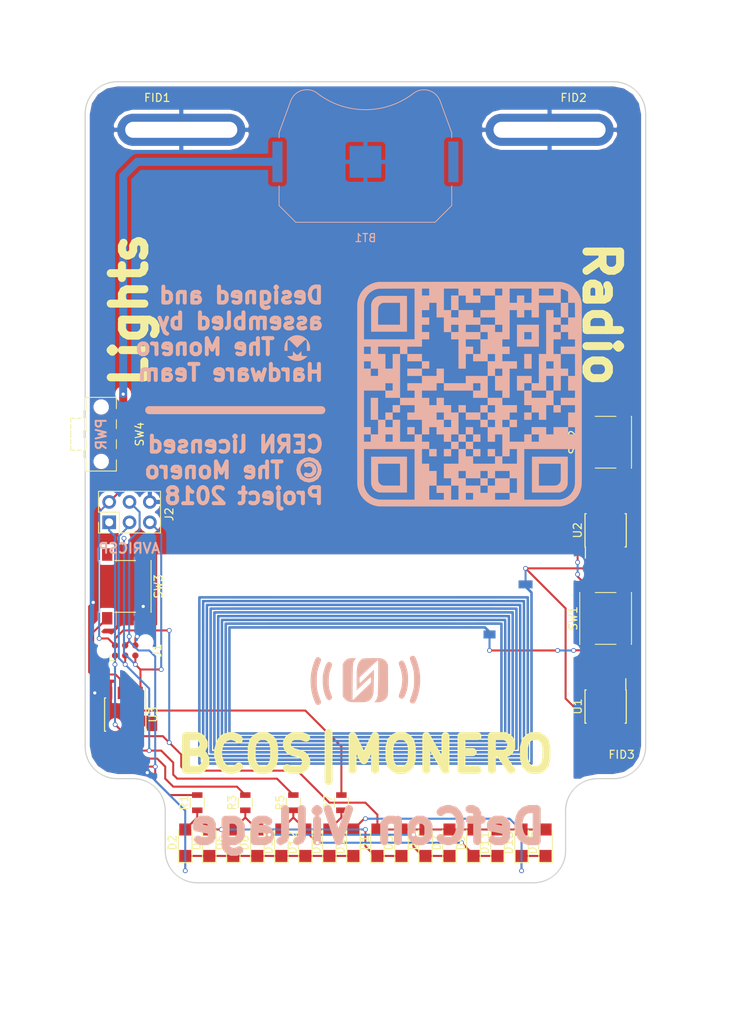
<source format=kicad_pcb>
(kicad_pcb (version 4) (host pcbnew 4.0.6+dfsg1-1)
  (title_block (title "DefcoNFC Hardware Badge") (date 2018-06-22) (rev 1.0.0) (company "The Monero Project, Hardware Team") (comment 1 "Copyright © 2018, The Monero Project") (comment 2 "Fulfilling the first annual village role") (comment 3 "Pending quality assurance testing") (comment 4 "Warning, untested prototype!"))
  (layers (0 F.Cu signal) (31 B.Cu signal) (34 B.Paste user) (35 F.Paste user) (36 B.SilkS user) (37 F.SilkS user) (38 B.Mask user) (39 F.Mask user) (44 Edge.Cuts user))
  (net 0 "")
  (net 1 "Net-(BT1-Pad1)")
  (net 2 GND)
  (net 3 VCC)
  (net 4 "Net-(D1-Pad1)")
  (net 5 "Net-(D5-Pad1)")
  (net 6 "Net-(FID1-Pad~)")
  (net 7 "Net-(FID2-Pad~)")
  (net 8 MISO)
  (net 9 SCK)
  (net 10 MOSI)
  (net 11 RST)
  (net 12 PB3)
  (net 13 "Net-(SW1-Pad2)")
  (net 14 "Net-(AE1-Pad2)")
  (net 15 "Net-(SW2-Pad2)")
  (net 16 "Net-(AE1-Pad1)")
  (net 17 "Net-(SW3-Pad1)")
  (net 18 "Net-(U1-Pad1)")
  (net 19 "Net-(U1-Pad5)")
  (net 20 "Net-(U1-Pad6)")
  (net 21 "Net-(U1-Pad7)")
  (net 22 "Net-(U1-Pad8)")
  (net 23 "Net-(U2-Pad1)")
  (net 24 "Net-(U2-Pad5)")
  (net 25 "Net-(U2-Pad6)")
  (net 26 "Net-(U2-Pad7)")
  (net 27 "Net-(U2-Pad8)")
  (net 28 "Net-(D10-Pad2)")
  (net 29 "Net-(D13-Pad1)")
  (net 30 "Net-(FID3-Pad~)")
  (module Buttons_Switches_SMD:SW_SPST_PTS645 (layer F.Cu) (at 121 96 90)
    (fp_text reference SW2 (at 0 -4.05 90) (layer F.SilkS))
    (fp_text value SW_SPST)
    (pad 2 smd rect (at -3.98 2.25 90) (size 1.55 1.3) (layers F.Cu F.Paste F.Mask) (net 15 "Net-(SW2-Pad2)"))
    (pad 1 smd rect (at -3.98 -2.25 90) (size 1.55 1.3) (layers F.Cu F.Paste F.Mask) (net 14 "Net-(AE1-Pad2)"))
    (pad 1 smd rect (at 3.98 -2.25 90) (size 1.55 1.3) (layers F.Cu F.Paste F.Mask) (net 14 "Net-(AE1-Pad2)"))
    (pad 2 smd rect (at 3.98 2.25 90) (size 1.55 1.3) (layers F.Cu F.Paste F.Mask) (net 15 "Net-(SW2-Pad2)"))
  )
  (module Resistors_SMD:R_0805 (layer F.Cu) (at 82 141 90)
    (fp_text reference R5 (at 0 -1.65 90) (layer F.SilkS))
    (fp_text value 220)
    (pad 1 smd rect (at -0.95 0 90) (size 0.7 1.3) (layers F.Cu F.Paste F.Mask) (net 28 "Net-(D10-Pad2)"))
    (pad 2 smd rect (at 0.95 0 90) (size 0.7 1.3) (layers F.Cu F.Paste F.Mask) (net 9 SCK))
  )
  (module LEDs:LED_1206 (layer F.Cu) (at 68.5 146 90)
    (fp_text reference D2 (at 0 -1.6 90) (layer F.SilkS))
    (fp_text value LED)
    (pad 2 smd rect (at 1.65 0 270) (size 1.5 1.5) (layers F.Cu F.Paste F.Mask) (net 4 "Net-(D1-Pad1)"))
    (pad 1 smd rect (at -1.65 0 270) (size 1.5 1.5) (layers F.Cu F.Paste F.Mask) (net 2 GND))
  )
  (module LEDs:LED_1206 (layer F.Cu) (at 74.5 146 90)
    (fp_text reference D6 (at 0 -1.6 90) (layer F.SilkS))
    (fp_text value LED)
    (pad 2 smd rect (at 1.65 0 270) (size 1.5 1.5) (layers F.Cu F.Paste F.Mask) (net 5 "Net-(D5-Pad1)"))
    (pad 1 smd rect (at -1.65 0 270) (size 1.5 1.5) (layers F.Cu F.Paste F.Mask) (net 2 GND))
  )
  (module Fiducials:Fiducial_1mm_Dia_2mm_Outer (layer F.Cu) (at 62 53)
    (fp_text reference FID1 (at 3 0) (layer F.SilkS))
    (fp_text value Fiducial_Passermarke)
    (pad ~ smd circle (at 0 0) (size 1 1) (layers F.Cu F.Mask) (net 6 "Net-(FID1-Pad~)") (clearance 0.5))
  )
  (module Fiducials:Fiducial_1mm_Dia_2mm_Outer (layer F.Cu) (at 120 53)
    (fp_text reference FID2 (at -3 0) (layer F.SilkS))
    (fp_text value Fiducial_Passermarke)
    (pad ~ smd circle (at 0 0) (size 1 1) (layers F.Cu F.Mask) (net 7 "Net-(FID2-Pad~)") (clearance 0.5))
  )
  (module Connectors:Tag-Connect_TC2030-IDC-NL (layer F.Cu) (at 61 122)
    (fp_text reference J1 (at 4 0 90) (layer F.SilkS))
    (fp_text value Conn_02x03_Odd_Even)
    (pad "" np_thru_hole circle (at 2.54 -1.016) (size 0.9906 0.9906) (drill 0.9906) (layers *.Cu *.Mask))
    (pad "" np_thru_hole circle (at 2.54 1.016) (size 0.9906 0.9906) (drill 0.9906) (layers *.Cu *.Mask))
    (pad "" np_thru_hole circle (at -2.54 0) (size 0.9906 0.9906) (drill 0.9906) (layers *.Cu *.Mask))
    (pad 1 connect circle (at -1.27 0.635) (size 0.7874 0.7874) (layers F.Cu F.Mask) (net 8 MISO))
    (pad 2 connect circle (at -1.27 -0.635) (size 0.7874 0.7874) (layers F.Cu F.Mask) (net 3 VCC))
    (pad 3 connect circle (at 0 0.635) (size 0.7874 0.7874) (layers F.Cu F.Mask) (net 9 SCK))
    (pad 4 connect circle (at 0 -0.635) (size 0.7874 0.7874) (layers F.Cu F.Mask) (net 10 MOSI))
    (pad 5 connect circle (at 1.27 0.635) (size 0.7874 0.7874) (layers F.Cu F.Mask) (net 11 RST))
    (pad 6 connect circle (at 1.27 -0.635) (size 0.7874 0.7874) (layers F.Cu F.Mask) (net 2 GND))
  )
  (module Resistors_SMD:R_0805 (layer F.Cu) (at 70 141 90)
    (fp_text reference R1 (at 0 -1.65 90) (layer F.SilkS))
    (fp_text value 220)
    (pad 1 smd rect (at -0.95 0 90) (size 0.7 1.3) (layers F.Cu F.Paste F.Mask) (net 4 "Net-(D1-Pad1)"))
    (pad 2 smd rect (at 0.95 0 90) (size 0.7 1.3) (layers F.Cu F.Paste F.Mask) (net 10 MOSI))
  )
  (module Resistors_SMD:R_0805 (layer F.Cu) (at 76 141 90)
    (fp_text reference R3 (at 0 -1.65 90) (layer F.SilkS))
    (fp_text value 220)
    (pad 1 smd rect (at -0.95 0 90) (size 0.7 1.3) (layers F.Cu F.Paste F.Mask) (net 5 "Net-(D5-Pad1)"))
    (pad 2 smd rect (at 0.95 0 90) (size 0.7 1.3) (layers F.Cu F.Paste F.Mask) (net 8 MISO))
  )
  (module Buttons_Switches_SMD:SW_SPST_PTS645 (layer F.Cu) (at 121 118 90)
    (fp_text reference SW1 (at 0 -4.05 90) (layer F.SilkS))
    (fp_text value SW_SPST)
    (pad 2 smd rect (at -3.98 2.25 90) (size 1.55 1.3) (layers F.Cu F.Paste F.Mask) (net 13 "Net-(SW1-Pad2)"))
    (pad 1 smd rect (at -3.98 -2.25 90) (size 1.55 1.3) (layers F.Cu F.Paste F.Mask) (net 14 "Net-(AE1-Pad2)"))
    (pad 1 smd rect (at 3.98 -2.25 90) (size 1.55 1.3) (layers F.Cu F.Paste F.Mask) (net 14 "Net-(AE1-Pad2)"))
    (pad 2 smd rect (at 3.98 2.25 90) (size 1.55 1.3) (layers F.Cu F.Paste F.Mask) (net 13 "Net-(SW1-Pad2)"))
  )
  (module Buttons_Switches_SMD:SW_SPST_PTS645 (layer F.Cu) (at 61 114 90)
    (fp_text reference SW3 (at 0 4.15 90) (layer F.SilkS))
    (fp_text value SW_SPST)
    (pad 2 smd rect (at -3.98 2.25 90) (size 1.55 1.3) (layers F.Cu F.Paste F.Mask) (net 2 GND))
    (pad 1 smd rect (at -3.98 -2.25 90) (size 1.55 1.3) (layers F.Cu F.Paste F.Mask) (net 17 "Net-(SW3-Pad1)"))
    (pad 1 smd rect (at 3.98 -2.25 90) (size 1.55 1.3) (layers F.Cu F.Paste F.Mask) (net 17 "Net-(SW3-Pad1)"))
    (pad 2 smd rect (at 3.98 2.25 90) (size 1.55 1.3) (layers F.Cu F.Paste F.Mask) (net 2 GND))
  )
  (module Buttons_Switches_SMD:SW_SPDT_CK-JS102011SAQN (layer F.Cu) (at 58 95 270)
    (fp_text reference SW4 (at 0 -4.8 270) (layer F.SilkS))
    (fp_text value SW_SPDT)
    (pad 1 smd rect (at -2.5 -2.75 270) (size 1.25 2.5) (layers F.Cu F.Paste F.Mask) (net 1 "Net-(BT1-Pad1)"))
    (pad 2 smd rect (at 0 -2.75 270) (size 1.25 2.5) (layers F.Cu F.Paste F.Mask) (net 1 "Net-(BT1-Pad1)"))
    (pad 3 smd rect (at 2.5 -2.75 270) (size 1.25 2.5) (layers F.Cu F.Paste F.Mask) (net 3 VCC))
    (pad "" np_thru_hole circle (at -3.4 0 270) (size 0.9 0.9) (drill 0.9) (layers *.Cu *.Mask))
    (pad "" np_thru_hole circle (at 3.4 0 270) (size 0.9 0.9) (drill 0.9) (layers *.Cu *.Mask))
  )
  (module Housings_SOIC:SOIC-8_3.9x4.9mm_Pitch1.27mm (layer F.Cu) (at 121 129 270)
    (fp_text reference U1 (at 0 3.5 270) (layer F.SilkS))
    (fp_text value M24SR16-YMN6T/2)
    (pad 1 smd rect (at -2.7 -1.905 270) (size 1.55 0.6) (layers F.Cu F.Paste F.Mask) (net 18 "Net-(U1-Pad1)"))
    (pad 2 smd rect (at -2.7 -0.635 270) (size 1.55 0.6) (layers F.Cu F.Paste F.Mask) (net 16 "Net-(AE1-Pad1)"))
    (pad 3 smd rect (at -2.7 0.635 270) (size 1.55 0.6) (layers F.Cu F.Paste F.Mask) (net 13 "Net-(SW1-Pad2)"))
    (pad 4 smd rect (at -2.7 1.905 270) (size 1.55 0.6) (layers F.Cu F.Paste F.Mask) (net 2 GND))
    (pad 5 smd rect (at 2.7 1.905 270) (size 1.55 0.6) (layers F.Cu F.Paste F.Mask) (net 19 "Net-(U1-Pad5)"))
    (pad 6 smd rect (at 2.7 0.635 270) (size 1.55 0.6) (layers F.Cu F.Paste F.Mask) (net 20 "Net-(U1-Pad6)"))
    (pad 7 smd rect (at 2.7 -0.635 270) (size 1.55 0.6) (layers F.Cu F.Paste F.Mask) (net 21 "Net-(U1-Pad7)"))
    (pad 8 smd rect (at 2.7 -1.905 270) (size 1.55 0.6) (layers F.Cu F.Paste F.Mask) (net 22 "Net-(U1-Pad8)"))
  )
  (module Housings_SOIC:SOIC-8_3.9x4.9mm_Pitch1.27mm (layer F.Cu) (at 121 107 90)
    (fp_text reference U2 (at 0 -3.5 90) (layer F.SilkS))
    (fp_text value M24SR16-YMN6T/2)
    (pad 1 smd rect (at -2.7 -1.905 90) (size 1.55 0.6) (layers F.Cu F.Paste F.Mask) (net 23 "Net-(U2-Pad1)"))
    (pad 2 smd rect (at -2.7 -0.635 90) (size 1.55 0.6) (layers F.Cu F.Paste F.Mask) (net 16 "Net-(AE1-Pad1)"))
    (pad 3 smd rect (at -2.7 0.635 90) (size 1.55 0.6) (layers F.Cu F.Paste F.Mask) (net 15 "Net-(SW2-Pad2)"))
    (pad 4 smd rect (at -2.7 1.905 90) (size 1.55 0.6) (layers F.Cu F.Paste F.Mask) (net 2 GND))
    (pad 5 smd rect (at 2.7 1.905 90) (size 1.55 0.6) (layers F.Cu F.Paste F.Mask) (net 24 "Net-(U2-Pad5)"))
    (pad 6 smd rect (at 2.7 0.635 90) (size 1.55 0.6) (layers F.Cu F.Paste F.Mask) (net 25 "Net-(U2-Pad6)"))
    (pad 7 smd rect (at 2.7 -0.635 90) (size 1.55 0.6) (layers F.Cu F.Paste F.Mask) (net 26 "Net-(U2-Pad7)"))
    (pad 8 smd rect (at 2.7 -1.905 90) (size 1.55 0.6) (layers F.Cu F.Paste F.Mask) (net 27 "Net-(U2-Pad8)"))
  )
  (module Housings_SOIC:SOIC-8_3.9x4.9mm_Pitch1.27mm (layer F.Cu) (at 61 130 270)
    (fp_text reference U3 (at 0 -3.5 270) (layer F.SilkS))
    (fp_text value ATTINY13A-SSU)
    (pad 1 smd rect (at -2.7 -1.905 270) (size 1.55 0.6) (layers F.Cu F.Paste F.Mask) (net 11 RST))
    (pad 2 smd rect (at -2.7 -0.635 270) (size 1.55 0.6) (layers F.Cu F.Paste F.Mask) (net 12 PB3))
    (pad 3 smd rect (at -2.7 0.635 270) (size 1.55 0.6) (layers F.Cu F.Paste F.Mask) (net 17 "Net-(SW3-Pad1)"))
    (pad 4 smd rect (at -2.7 1.905 270) (size 1.55 0.6) (layers F.Cu F.Paste F.Mask) (net 2 GND))
    (pad 5 smd rect (at 2.7 1.905 270) (size 1.55 0.6) (layers F.Cu F.Paste F.Mask) (net 10 MOSI))
    (pad 6 smd rect (at 2.7 0.635 270) (size 1.55 0.6) (layers F.Cu F.Paste F.Mask) (net 8 MISO))
    (pad 7 smd rect (at 2.7 -0.635 270) (size 1.55 0.6) (layers F.Cu F.Paste F.Mask) (net 9 SCK))
    (pad 8 smd rect (at 2.7 -1.905 270) (size 1.55 0.6) (layers F.Cu F.Paste F.Mask) (net 3 VCC))
  )
  (module Pin_Headers:Pin_Header_Straight_2x03_Pitch2.54mm (layer F.Cu) (at 59 106 90)
    (fp_text reference J2 (at 1 7.5 90) (layer F.SilkS))
    (fp_text value Conn_02x03_Odd_Even)
    (pad 1 thru_hole rect (at 0 0 90) (size 1.7 1.7) (drill 1) (layers *.Cu *.Mask) (net 8 MISO))
    (pad 2 thru_hole oval (at 2.54 0 90) (size 1.7 1.7) (drill 1) (layers *.Cu *.Mask) (net 3 VCC))
    (pad 3 thru_hole oval (at 0 2.54 90) (size 1.7 1.7) (drill 1) (layers *.Cu *.Mask) (net 9 SCK))
    (pad 4 thru_hole oval (at 2.54 2.54 90) (size 1.7 1.7) (drill 1) (layers *.Cu *.Mask) (net 10 MOSI))
    (pad 5 thru_hole oval (at 0 5.08 90) (size 1.7 1.7) (drill 1) (layers *.Cu *.Mask) (net 11 RST))
    (pad 6 thru_hole oval (at 2.54 5.08 90) (size 1.7 1.7) (drill 1) (layers *.Cu *.Mask) (net 2 GND))
  )
  (module Monero_HW:LanyardHole_16mm_Pad (layer F.Cu) (at 68 57)
    (fp_text reference LH1 hide)
    (fp_text value Mounting-Lanyard)
    (pad 1 thru_hole oval (at 0 0) (size 16 4) (drill oval 14 2) (layers *.Cu *.Mask) (net 2 GND))
  )
  (module Monero_HW:LanyardHole_16mm_Pad (layer F.Cu) (at 114 57)
    (fp_text reference LH2 hide)
    (fp_text value Mounting-Lanyard)
    (pad 1 thru_hole oval (at 0 0) (size 16 4) (drill oval 14 2) (layers *.Cu *.Mask) (net 2 GND))
  )
  (module Monero_HW:Keystone_3034_1x2032-Coincell (layer B.Cu) (at 91 61)
    (fp_text reference BT1 (at 0 9.5) (layer B.SilkS) (effects (justify mirror)))
    (fp_text value Battery_Cell)
    (pad 2 smd rect (at 0 0) (size 3.96 3.96) (layers B.Cu B.Paste B.Mask) (net 2 GND))
    (pad 1 smd rect (at 10.985 0) (size 1.27 5.08) (layers B.Cu B.Paste B.Mask) (net 1 "Net-(BT1-Pad1)"))
    (pad 1 smd rect (at -10.985 0) (size 1.27 5.08) (layers B.Cu B.Paste B.Mask) (net 1 "Net-(BT1-Pad1)"))
  )
  (module LEDs:LED_1206 (layer F.Cu) (at 92.5 146 90)
    (fp_text reference D1 (at 0 -1.6 90) (layer F.SilkS))
    (fp_text value LED)
    (pad 2 smd rect (at 1.65 0 270) (size 1.5 1.5) (layers F.Cu F.Paste F.Mask) (net 3 VCC))
    (pad 1 smd rect (at -1.65 0 270) (size 1.5 1.5) (layers F.Cu F.Paste F.Mask) (net 4 "Net-(D1-Pad1)"))
  )
  (module LEDs:LED_1206 (layer F.Cu) (at 95.5 146 90)
    (fp_text reference D3 (at 0 -1.6 90) (layer F.SilkS))
    (fp_text value LED)
    (pad 2 smd rect (at 1.65 0 270) (size 1.5 1.5) (layers F.Cu F.Paste F.Mask) (net 3 VCC))
    (pad 1 smd rect (at -1.65 0 270) (size 1.5 1.5) (layers F.Cu F.Paste F.Mask) (net 4 "Net-(D1-Pad1)"))
  )
  (module LEDs:LED_1206 (layer F.Cu) (at 71.5 146 90)
    (fp_text reference D4 (at 0 -1.6 90) (layer F.SilkS))
    (fp_text value LED)
    (pad 2 smd rect (at 1.65 0 270) (size 1.5 1.5) (layers F.Cu F.Paste F.Mask) (net 4 "Net-(D1-Pad1)"))
    (pad 1 smd rect (at -1.65 0 270) (size 1.5 1.5) (layers F.Cu F.Paste F.Mask) (net 2 GND))
  )
  (module LEDs:LED_1206 (layer F.Cu) (at 98.5 146 90)
    (fp_text reference D5 (at 0 -1.6 90) (layer F.SilkS))
    (fp_text value LED)
    (pad 2 smd rect (at 1.65 0 270) (size 1.5 1.5) (layers F.Cu F.Paste F.Mask) (net 3 VCC))
    (pad 1 smd rect (at -1.65 0 270) (size 1.5 1.5) (layers F.Cu F.Paste F.Mask) (net 5 "Net-(D5-Pad1)"))
  )
  (module LEDs:LED_1206 (layer F.Cu) (at 101.5 146 90)
    (fp_text reference D7 (at 0 -1.6 90) (layer F.SilkS))
    (fp_text value LED)
    (pad 2 smd rect (at 1.65 0 270) (size 1.5 1.5) (layers F.Cu F.Paste F.Mask) (net 3 VCC))
    (pad 1 smd rect (at -1.65 0 270) (size 1.5 1.5) (layers F.Cu F.Paste F.Mask) (net 5 "Net-(D5-Pad1)"))
  )
  (module LEDs:LED_1206 (layer F.Cu) (at 77.5 146 90)
    (fp_text reference D8 (at 0 -1.6 90) (layer F.SilkS))
    (fp_text value LED)
    (pad 2 smd rect (at 1.65 0 270) (size 1.5 1.5) (layers F.Cu F.Paste F.Mask) (net 5 "Net-(D5-Pad1)"))
    (pad 1 smd rect (at -1.65 0 270) (size 1.5 1.5) (layers F.Cu F.Paste F.Mask) (net 2 GND))
  )
  (module LEDs:LED_1206 (layer F.Cu) (at 104.5 146 90)
    (fp_text reference D9 (at 0 -1.6 90) (layer F.SilkS))
    (fp_text value LED)
    (pad 2 smd rect (at 1.65 0 270) (size 1.5 1.5) (layers F.Cu F.Paste F.Mask) (net 3 VCC))
    (pad 1 smd rect (at -1.65 0 270) (size 1.5 1.5) (layers F.Cu F.Paste F.Mask) (net 28 "Net-(D10-Pad2)"))
  )
  (module LEDs:LED_1206 (layer F.Cu) (at 80.5 146 90)
    (fp_text reference D10 (at 0 -1.6 90) (layer F.SilkS))
    (fp_text value LED)
    (pad 2 smd rect (at 1.65 0 270) (size 1.5 1.5) (layers F.Cu F.Paste F.Mask) (net 28 "Net-(D10-Pad2)"))
    (pad 1 smd rect (at -1.65 0 270) (size 1.5 1.5) (layers F.Cu F.Paste F.Mask) (net 2 GND))
  )
  (module LEDs:LED_1206 (layer F.Cu) (at 107.5 146 90)
    (fp_text reference D11 (at 0 -1.6 90) (layer F.SilkS))
    (fp_text value LED)
    (pad 2 smd rect (at 1.65 0 270) (size 1.5 1.5) (layers F.Cu F.Paste F.Mask) (net 3 VCC))
    (pad 1 smd rect (at -1.65 0 270) (size 1.5 1.5) (layers F.Cu F.Paste F.Mask) (net 28 "Net-(D10-Pad2)"))
  )
  (module LEDs:LED_1206 (layer F.Cu) (at 83.5 146 90)
    (fp_text reference D12 (at 0 -1.6 90) (layer F.SilkS))
    (fp_text value LED)
    (pad 2 smd rect (at 1.65 0 270) (size 1.5 1.5) (layers F.Cu F.Paste F.Mask) (net 28 "Net-(D10-Pad2)"))
    (pad 1 smd rect (at -1.65 0 270) (size 1.5 1.5) (layers F.Cu F.Paste F.Mask) (net 2 GND))
  )
  (module LEDs:LED_1206 (layer F.Cu) (at 110.5 146 90)
    (fp_text reference D13 (at 0 -1.6 90) (layer F.SilkS))
    (fp_text value LED)
    (pad 2 smd rect (at 1.65 0 270) (size 1.5 1.5) (layers F.Cu F.Paste F.Mask) (net 3 VCC))
    (pad 1 smd rect (at -1.65 0 270) (size 1.5 1.5) (layers F.Cu F.Paste F.Mask) (net 29 "Net-(D13-Pad1)"))
  )
  (module LEDs:LED_1206 (layer F.Cu) (at 86.5 146 90)
    (fp_text reference D14 (at 0 -1.6 90) (layer F.SilkS))
    (fp_text value LED)
    (pad 2 smd rect (at 1.65 0 270) (size 1.5 1.5) (layers F.Cu F.Paste F.Mask) (net 29 "Net-(D13-Pad1)"))
    (pad 1 smd rect (at -1.65 0 270) (size 1.5 1.5) (layers F.Cu F.Paste F.Mask) (net 2 GND))
  )
  (module LEDs:LED_1206 (layer F.Cu) (at 113.5 146 90)
    (fp_text reference D15 (at 0 -1.6 90) (layer F.SilkS))
    (fp_text value LED)
    (pad 2 smd rect (at 1.65 0 270) (size 1.5 1.5) (layers F.Cu F.Paste F.Mask) (net 3 VCC))
    (pad 1 smd rect (at -1.65 0 270) (size 1.5 1.5) (layers F.Cu F.Paste F.Mask) (net 29 "Net-(D13-Pad1)"))
  )
  (module LEDs:LED_1206 (layer F.Cu) (at 89.5 146 90)
    (fp_text reference D16 (at 0 -1.6 90) (layer F.SilkS))
    (fp_text value LED)
    (pad 2 smd rect (at 1.65 0 270) (size 1.5 1.5) (layers F.Cu F.Paste F.Mask) (net 29 "Net-(D13-Pad1)"))
    (pad 1 smd rect (at -1.65 0 270) (size 1.5 1.5) (layers F.Cu F.Paste F.Mask) (net 2 GND))
  )
  (module Resistors_SMD:R_0805 (layer F.Cu) (at 88 141 90)
    (fp_text reference R7 (at 0 -1.65 90) (layer F.SilkS))
    (fp_text value 220)
    (pad 1 smd rect (at -0.95 0 90) (size 0.7 1.3) (layers F.Cu F.Paste F.Mask) (net 29 "Net-(D13-Pad1)"))
    (pad 2 smd rect (at 0.95 0 90) (size 0.7 1.3) (layers F.Cu F.Paste F.Mask) (net 12 PB3))
  )
  (module Monero_HW:NFCGraphicsrear (layer B.Cu) (at 91 125.75)
    (fp_text reference G1 hide)
    (fp_text value NFCRadiate hide)
  )
  (module Monero_HW:NFCAntennaloop (layer B.Cu) (at 91 125)
    (fp_text reference AE1 hide)
    (fp_text value Antenna_PCB hide)
    (fp_poly (pts (xy 1.387503 11.271248) (xy 2.055898 11.271245) (xy 2.708945 11.27124) (xy 3.346819 11.271234) (xy 3.969698 11.271226) (xy 4.577755 11.271216) (xy 5.171168 11.271205) (xy 5.750112 11.271191) (xy 6.314763 11.271176) (xy 6.865296 11.271158) (xy 7.401887 11.271138) (xy 7.924712 11.271115) (xy 8.433947 11.27109) (xy 8.929767 11.271063) (xy 9.412348 11.271033) (xy 9.881866 11.271) (xy 10.338497 11.270964) (xy 10.782416 11.270924) (xy 11.213799 11.270882) (xy 11.632822 11.270837) (xy 12.039661 11.270788) (xy 12.434491 11.270736) (xy 12.817488 11.270681) (xy 13.188827 11.270621) (xy 13.548685 11.270558) (xy 13.897238 11.270491) (xy 14.234661 11.27042) (xy 14.561129 11.270346) (xy 14.876819 11.270266) (xy 15.181906 11.270183) (xy 15.476566 11.270095) (xy 15.760974 11.270003) (xy 16.035308 11.269907) (xy 16.299741 11.269805) (xy 16.55445 11.269699) (xy 16.799612 11.269588) (xy 17.0354 11.269472) (xy 17.261992 11.269351) (xy 17.479562 11.269224) (xy 17.688288 11.269093) (xy 17.888343 11.268956) (xy 18.079905 11.268813) (xy 18.263149 11.268665) (xy 18.43825 11.268511) (xy 18.605385 11.268351) (xy 18.764729 11.268186) (xy 18.916457 11.268014) (xy 19.060747 11.267836) (xy 19.197772 11.267652) (xy 19.32771 11.267462) (xy 19.450735 11.267265) (xy 19.567024 11.267061) (xy 19.676753 11.266851) (xy 19.780096 11.266635) (xy 19.87723 11.266411) (xy 19.968331 11.26618) (xy 20.053574 11.265943) (xy 20.133135 11.265698) (xy 20.207189 11.265446) (xy 20.275913 11.265186) (xy 20.339483 11.264919) (xy 20.398073 11.264645) (xy 20.45186 11.264363) (xy 20.50102 11.264073) (xy 20.545728 11.263775) (xy 20.586159 11.263469) (xy 20.622491 11.263155) (xy 20.654897 11.262832) (xy 20.683555 11.262502) (xy 20.70864 11.262163) (xy 20.730328 11.261815) (xy 20.748794 11.261459) (xy 20.764214 11.261095) (xy 20.776764 11.260721) (xy 20.786619 11.260338) (xy 20.793956 11.259947) (xy 20.79895 11.259546) (xy 20.801777 11.259136) (xy 20.802349 11.258965) (xy 20.843541 11.234768) (xy 20.873518 11.200312) (xy 20.884435 11.179969) (xy 20.885115 11.178205) (xy 20.885775 11.175743) (xy 20.886413 11.172333) (xy 20.88703 11.167724) (xy 20.887628 11.161667) (xy 20.888205 11.153912) (xy 20.888762 11.144209) (xy 20.889301 11.132307) (xy 20.88982 11.117958) (xy 20.890321 11.10091) (xy 20.890803 11.080915) (xy 20.891267 11.057721) (xy 20.891714 11.031079) (xy 20.892144 11.000739) (xy 20.892557 10.966452) (xy 20.892953 10.927966) (xy 20.893333 10.885032) (xy 20.893697 10.8374) (xy 20.894046 10.78482) (xy 20.894379 10.727043) (xy 20.894698 10.663817) (xy 20.895002 10.594894) (xy 20.895292 10.520023) (xy 20.895569 10.438954) (xy 20.895831 10.351437) (xy 20.896081 10.257222) (xy 20.896318 10.15606) (xy 20.896543 10.047699) (xy 20.896755 9.931891) (xy 20.896956 9.808386) (xy 20.897146 9.676932) (xy 20.897324 9.537281) (xy 20.897492 9.389182) (xy 20.897649 9.232386) (xy 20.897797 9.066642) (xy 20.897935 8.8917) (xy 20.898063 8.707311) (xy 20.898183 8.513224) (xy 20.898294 8.30919) (xy 20.898396 8.094958) (xy 20.898491 7.870279) (xy 20.898578 7.634902) (xy 20.898658 7.388578) (xy 20.898732 7.131056) (xy 20.898798 6.862087) (xy 20.898859 6.58142) (xy 20.898913 6.288806) (xy 20.898962 5.983994) (xy 20.899006 5.666736) (xy 20.899045 5.33678) (xy 20.89908 4.993876) (xy 20.89911 4.637775) (xy 20.899137 4.268227) (xy 20.89916 3.884982) (xy 20.899181 3.48779) (xy 20.899198 3.0764) (xy 20.899213 2.650563) (xy 20.899226 2.210029) (xy 20.899238 1.754547) (xy 20.899248 1.283869) (xy 20.899257 0.797743) (xy 20.899263 0.442261) (xy 20.89927 -0.058437) (xy 20.899274 -0.543504) (xy 20.899274 -1.013185) (xy 20.899272 -1.467722) (xy 20.899265 -1.907362) (xy 20.899255 -2.332346) (xy 20.89924 -2.742921) (xy 20.89922 -3.139329) (xy 20.899196 -3.521814) (xy 20.899167 -3.890622) (xy 20.899132 -4.245996) (xy 20.899092 -4.58818) (xy 20.899045 -4.917418) (xy 20.898993 -5.233955) (xy 20.898934 -5.538034) (xy 20.898868 -5.829899) (xy 20.898795 -6.109795) (xy 20.898715 -6.377966) (xy 20.898628 -6.634656) (xy 20.898533 -6.880109) (xy 20.898429 -7.114568) (xy 20.898317 -7.338279) (xy 20.898197 -7.551486) (xy 20.898068 -7.754431) (xy 20.897929 -7.94736) (xy 20.897781 -8.130517) (xy 20.897623 -8.304145) (xy 20.897456 -8.468489) (xy 20.897278 -8.623793) (xy 20.897089 -8.770301) (xy 20.89689 -8.908257) (xy 20.89668 -9.037905) (xy 20.896458 -9.15949) (xy 20.896225 -9.273255) (xy 20.89598 -9.379444) (xy 20.895722 -9.478302) (xy 20.895453 -9.570073) (xy 20.89517 -9.655) (xy 20.894875 -9.733329) (xy 20.894566 -9.805302) (xy 20.894244 -9.871165) (xy 20.893908 -9.931161) (xy 20.893558 -9.985534) (xy 20.893194 -10.034528) (xy 20.892815 -10.078389) (xy 20.892421 -10.117358) (xy 20.892012 -10.151682) (xy 20.891588 -10.181603) (xy 20.891148 -10.207366) (xy 20.890692 -10.229216) (xy 20.89022 -10.247395) (xy 20.889731 -10.262149) (xy 20.889226 -10.273721) (xy 20.888704 -10.282355) (xy 20.888164 -10.288296) (xy 20.887606 -10.291788) (xy 20.887348 -10.29263) (xy 20.878958 -10.304784) (xy 20.859459 -10.327639) (xy 20.82881 -10.361237) (xy 20.786968 -10.405623) (xy 20.733893 -10.460838) (xy 20.669543 -10.526928) (xy 20.593876 -10.603933) (xy 20.506852 -10.691899) (xy 20.456261 -10.742828) (xy 20.38715 -10.812351) (xy 20.320128 -10.879846) (xy 20.25622 -10.944277) (xy 20.196449 -11.004608) (xy 20.141838 -11.059804) (xy 20.093412 -11.10883) (xy 20.052195 -11.15065) (xy 20.01921 -11.184229) (xy 19.99548 -11.208531) (xy 19.98286 -11.22164) (xy 19.95947 -11.245907) (xy 19.940127 -11.265089) (xy 19.92737 -11.276715) (xy 19.923807 -11.27905) (xy 19.917531 -11.273178) (xy 19.902853 -11.256919) (xy 19.88142 -11.232177) (xy 19.85488 -11.200853) (xy 19.824879 -11.16485) (xy 19.823906 -11.163673) (xy 19.793845 -11.12709) (xy 19.767415 -11.09452) (xy 19.746242 -11.068) (xy 19.731952 -11.049568) (xy 19.726172 -11.041262) (xy 19.726158 -11.041222) (xy 19.731246 -11.03461) (xy 19.746748 -11.017686) (xy 19.771812 -10.991322) (xy 19.805583 -10.956387) (xy 19.847208 -10.913754) (xy 19.895833 -10.864292) (xy 19.950603 -10.808873) (xy 20.010666 -10.748366) (xy 20.075168 -10.683642) (xy 20.143254 -10.615573) (xy 20.156767 -10.602092) (xy 20.589875 -10.170171) (xy 20.589875 10.961688) (xy -20.581938 10.961688) (xy -20.581938 -9.477375) (xy 20.121562 -9.477375) (xy 20.121562 10.493375) (xy -20.113625 10.493375) (xy -20.113625 -9.009062) (xy 19.645312 -9.009062) (xy 19.645312 10.025063) (xy -19.645313 10.025063) (xy -19.645313 -8.54075) (xy 19.177 -8.54075) (xy 19.177 9.55675) (xy -19.177 9.55675) (xy -19.177 -8.072437) (xy 18.708687 -8.072437) (xy 18.708687 9.088438) (xy -18.708688 9.088438) (xy -18.708688 -7.604125) (xy 18.240375 -7.604125) (xy 18.240375 8.620125) (xy -18.232438 8.620125) (xy -18.232438 -7.135812) (xy 17.772062 -7.135812) (xy 17.772062 8.151813) (xy -17.764125 8.151813) (xy -17.764125 -6.6675) (xy 17.30375 -6.6675) (xy 17.30375 7.675563) (xy -17.295813 7.675563) (xy -17.295813 -6.199187) (xy 16.835437 -6.199187) (xy 16.835437 7.20725) (xy -16.8275 7.20725) (xy -16.8275 -5.730875) (xy 14.864827 -5.730875) (xy 15.054398 -5.535566) (xy 15.135675 -5.451921) (xy 15.212861 -5.372668) (xy 15.285285 -5.298488) (xy 15.352274 -5.230062) (xy 15.413156 -5.168072) (xy 15.467258 -5.113199) (xy 15.513908 -5.066125) (xy 15.552433 -5.02753) (xy 15.582162 -4.998097) (xy 15.602423 -4.978507) (xy 15.612541 -4.969442) (xy 15.613523 -4.968875) (xy 15.619929 -4.974449) (xy 15.634781 -4.989665) (xy 15.656018 -5.012257) (xy 15.681584 -5.039962) (xy 15.709419 -5.070516) (xy 15.737466 -5.101655) (xy 15.763667 -5.131116) (xy 15.785963 -5.156635) (xy 15.802297 -5.175948) (xy 15.806253 -5.18086) (xy 15.820851 -5.199395) (xy 15.654447 -5.371869) (xy 15.581792 -5.446836) (xy 15.509236 -5.521057) (xy 15.437707 -5.593623) (xy 15.368132 -5.663627) (xy 15.301439 -5.730161) (xy 15.238554 -5.792317) (xy 15.180405 -5.849187) (xy 15.127919 -5.899862) (xy 15.082022 -5.943437) (xy 15.043642 -5.979001) (xy 15.013707 -6.005647) (xy 14.993142 -6.022468) (xy 14.98427 -6.028156) (xy 14.982129 -6.028627) (xy 14.977865 -6.029086) (xy 14.971276 -6.029533) (xy 14.962164 -6.029968) (xy 14.950326 -6.030392) (xy 14.935564 -6.030804) (xy 14.917677 -6.031205) (xy 14.896463 -6.031595) (xy 14.871723 -6.031973) (xy 14.843257 -6.032341) (xy 14.810864 -6.032699) (xy 14.774343 -6.033045) (xy 14.733495 -6.033382) (xy 14.688118 -6.033708) (xy 14.638013 -6.034024) (xy 14.582979 -6.034331) (xy 14.522815 -6.034627) (xy 14.457322 -6.034914) (xy 14.386298 -6.035192) (xy 14.309545 -6.03546) (xy 14.22686 -6.035719) (xy 14.138043 -6.035969) (xy 14.042895 -6.036211) (xy 13.941215 -6.036443) (xy 13.832803 -6.036667) (xy 13.717457 -6.036883) (xy 13.594978 -6.037091) (xy 13.465166 -6.03729) (xy 13.327819 -6.037482) (xy 13.182738 -6.037666) (xy 13.029722 -6.037842) (xy 12.868571 -6.038011) (xy 12.699084 -6.038173) (xy 12.521062 -6.038327) (xy 12.334302 -6.038475) (xy 12.138606 -6.038615) (xy 11.933773 -6.038749) (xy 11.719601 -6.038877) (xy 11.495892 -6.038998) (xy 11.262445 -6.039113) (xy 11.019059 -6.039222) (xy 10.765533 -6.039325) (xy 10.501668 -6.039422) (xy 10.227263 -6.039514) (xy 9.942117 -6.0396) (xy 9.646031 -6.039681) (xy 9.338803 -6.039757) (xy 9.020234 -6.039827) (xy 8.690123 -6.039893) (xy 8.34827 -6.039955) (xy 7.994474 -6.040011) (xy 7.628535 -6.040064) (xy 7.250252 -6.040112) (xy 6.859425 -6.040156) (xy 6.455854 -6.040197) (xy 6.039338 -6.040233) (xy 5.609677 -6.040266) (xy 5.166671 -6.040295) (xy 4.710119 -6.040322) (xy 4.23982 -6.040345) (xy 3.755575 -6.040365) (xy 3.257182 -6.040382) (xy 2.744443 -6.040397) (xy 2.217155 -6.040409) (xy 1.675119 -6.040418) (xy 1.118134 -6.040426) (xy 0.546001 -6.040431) (xy -0.041483 -6.040435) (xy -0.644516 -6.040437) (xy -1.027907 -6.040437) (xy -1.640708 -6.040436) (xy -2.237836 -6.040434) (xy -2.819489 -6.04043) (xy -3.385868 -6.040423) (xy -3.937174 -6.040415) (xy -4.473606 -6.040405) (xy -4.995367 -6.040392) (xy -5.502655 -6.040376) (xy -5.995671 -6.040358) (xy -6.474616 -6.040336) (xy -6.939691 -6.040312) (xy -7.391094 -6.040285) (xy -7.829028 -6.040254) (xy -8.253692 -6.04022) (xy -8.665286 -6.040182) (xy -9.064012 -6.04014) (xy -9.450069 -6.040095) (xy -9.823659 -6.040045) (xy -10.18498 -6.039991) (xy -10.534235 -6.039932) (xy -10.871622 -6.039869) (xy -11.197343 -6.039802) (xy -11.511599 -6.039729) (xy -11.814588 -6.039651) (xy -12.106512 -6.039569) (xy -12.387572 -6.03948) (xy -12.657967 -6.039387) (xy -12.917898 -6.039287) (xy -13.167566 -6.039182) (xy -13.407171 -6.039071) (xy -13.636912 -6.038954) (xy -13.856992 -6.03883) (xy -14.067609 -6.038701) (xy -14.268966 -6.038564) (xy -14.46126 -6.038421) (xy -14.644695 -6.038271) (xy -14.819469 -6.038114) (xy -14.985783 -6.037949) (xy -15.143837 -6.037778) (xy -15.293833 -6.037599) (xy -15.43597 -6.037412) (xy -15.570448 -6.037217) (xy -15.697469 -6.037015) (xy -15.817233 -6.036804) (xy -15.929939 -6.036585) (xy -16.035789 -6.036358) (xy -16.134983 -6.036122) (xy -16.22772 -6.035878) (xy -16.314203 -6.035624) (xy -16.39463 -6.035362) (xy -16.469203 -6.03509) (xy -16.538122 -6.034809) (xy -16.601587 -6.034518) (xy -16.659799 -6.034218) (xy -16.712957 -6.033908) (xy -16.761263 -6.033588) (xy -16.804918 -6.033258) (xy -16.84412 -6.032918) (xy -16.879071 -6.032567) (xy -16.909971 -6.032206) (xy -16.937021 -6.031834) (xy -16.960421 -6.031451) (xy -16.980371 -6.031057) (xy -16.997072 -6.030652) (xy -17.010724 -6.030235) (xy -17.021527 -6.029807) (xy -17.029683 -6.029368) (xy -17.035391 -6.028916) (xy -17.038851 -6.028453) (xy -17.039975 -6.028152) (xy -17.081167 -6.003954) (xy -17.111144 -5.969498) (xy -17.122061 -5.949156) (xy -17.12292 -5.946984) (xy -17.123746 -5.944059) (xy -17.124538 -5.940062) (xy -17.125297 -5.934676) (xy -17.126023 -5.927582) (xy -17.126719 -5.918465) (xy -17.127383 -5.907005) (xy -17.128018 -5.892885) (xy -17.128623 -5.875788) (xy -17.129199 -5.855397) (xy -17.129747 -5.831392) (xy -17.130268 -5.803457) (xy -17.130763 -5.771275) (xy -17.131231 -5.734527) (xy -17.131675 -5.692896) (xy -17.132093 -5.646064) (xy -17.132488 -5.593714) (xy -17.13286 -5.535528) (xy -17.13321 -5.471188) (xy -17.133537 -5.400378) (xy -17.133844 -5.322778) (xy -17.13413 -5.238073) (xy -17.134397 -5.145943) (xy -17.134645 -5.046071) (xy -17.134874 -4.938141) (xy -17.135086 -4.821833) (xy -17.135281 -4.696831) (xy -17.13546 -4.562817) (xy -17.135623 -4.419473) (xy -17.135772 -4.266482) (xy -17.135906 -4.103526) (xy -17.136028 -3.930287) (xy -17.136136 -3.746449) (xy -17.136232 -3.551692) (xy -17.136318 -3.3457) (xy -17.136392 -3.128155) (xy -17.136457 -2.898739) (xy -17.136512 -2.657135) (xy -17.136559 -2.403025) (xy -17.136599 -2.136092) (xy -17.136631 -1.856017) (xy -17.136656 -1.562484) (xy -17.136676 -1.255175) (xy -17.136691 -0.933771) (xy -17.136702 -0.597956) (xy -17.136708 -0.247412) (xy -17.136712 0.11818) (xy -17.136714 0.499135) (xy -17.136714 1.128632) (xy -17.136711 1.503519) (xy -17.136706 1.863166) (xy -17.136698 2.20789) (xy -17.136686 2.53801) (xy -17.136669 2.853844) (xy -17.136647 3.155708) (xy -17.136619 3.44392) (xy -17.136584 3.718798) (xy -17.136542 3.98066) (xy -17.136492 4.229823) (xy -17.136433 4.466605) (xy -17.136364 4.691323) (xy -17.136286 4.904295) (xy -17.136196 5.105839) (xy -17.136095 5.296272) (xy -17.135982 5.475912) (xy -17.135855 5.645077) (xy -17.135715 5.804083) (xy -17.135561 5.95325) (xy -17.135391 6.092893) (xy -17.135206 6.223332) (xy -17.135005 6.344883) (xy -17.134786 6.457865) (xy -17.13455 6.562594) (xy -17.134294 6.659389) (xy -17.13402 6.748566) (xy -17.133726 6.830445) (xy -17.133411 6.905341) (xy -17.133075 6.973574) (xy -17.132717 7.03546) (xy -17.132336 7.091317) (xy -17.131932 7.141463) (xy -17.131503 7.186216) (xy -17.13105 7.225892) (xy -17.130572 7.26081) (xy -17.130067 7.291288) (xy -17.129535 7.317642) (xy -17.128976 7.34019) (xy -17.128389 7.359251) (xy -17.127772 7.375141) (xy -17.127126 7.388179) (xy -17.126449 7.398681) (xy -17.125742 7.406967) (xy -17.125002 7.413352) (xy -17.124231 7.418155) (xy -17.123426 7.421694) (xy -17.122587 7.424285) (xy -17.122061 7.425532) (xy -17.096407 7.465664) (xy -17.060789 7.494334) (xy -17.039975 7.504528) (xy -17.037877 7.504985) (xy -17.033664 7.50543) (xy -17.027144 7.505864) (xy -17.018122 7.506287) (xy -17.006404 7.5067) (xy -16.991795 7.507101) (xy -16.974102 7.507492) (xy -16.95313 7.507872) (xy -16.928685 7.508242) (xy -16.900573 7.508602) (xy -16.868599 7.508952) (xy -16.832569 7.509292) (xy -16.79229 7.509622) (xy -16.747566 7.509942) (xy -16.698204 7.510253) (xy -16.644009 7.510554) (xy -16.584788 7.510847) (xy -16.520345 7.51113) (xy -16.450487 7.511404) (xy -16.37502 7.51167) (xy -16.293749 7.511927) (xy -16.206481 7.512175) (xy -16.11302 7.512415) (xy -16.013173 7.512646) (xy -15.906745 7.51287) (xy -15.793542 7.513085) (xy -15.673371 7.513293) (xy -15.546036 7.513493) (xy -15.411344 7.513686) (xy -15.2691 7.513871) (xy -15.11911 7.514049) (xy -14.961181 7.514219) (xy -14.795117 7.514383) (xy -14.620724 7.51454) (xy -14.437809 7.51469) (xy -14.246177 7.514834) (xy -14.045633 7.514971) (xy -13.835985 7.515102) (xy -13.617036 7.515227) (xy -13.388594 7.515346) (xy -13.150464 7.515458) (xy -12.902451 7.515566) (xy -12.644363 7.515667) (xy -12.376003 7.515763) (xy -12.097178 7.515854) (xy -11.807695 7.51594) (xy -11.507358 7.516021) (xy -11.195973 7.516096) (xy -10.873347 7.516167) (xy -10.539285 7.516234) (xy -10.193592 7.516296) (xy -9.836075 7.516353) (xy -9.466539 7.516407) (xy -9.084791 7.516456) (xy -8.690635 7.516502) (xy -8.283878 7.516543) (xy -7.864326 7.516581) (xy -7.431784 7.516616) (xy -6.986058 7.516647) (xy -6.526954 7.516675) (xy -6.054277 7.5167) (xy -5.567834 7.516722) (xy -5.067429 7.516742) (xy -4.55287 7.516758) (xy -4.023962 7.516772) (xy -3.48051 7.516784) (xy -2.92232 7.516794) (xy -2.349199 7.516801) (xy -1.760951 7.516807) (xy -1.157383 7.51681) (xy -0.538301 7.516812) (xy 0.003968 7.516813) (xy 0.636482 7.516812) (xy 1.253315 7.51681) (xy 1.854662 7.516806) (xy 2.440716 7.5168) (xy 3.011672 7.516793) (xy 3.567725 7.516783) (xy 4.109067 7.516771) (xy 4.635894 7.516756) (xy 5.1484 7.516739) (xy 5.646779 7.516719) (xy 6.131225 7.516697) (xy 6.601932 7.516671) (xy 7.059095 7.516643) (xy 7.502908 7.516611) (xy 7.933565 7.516576) (xy 8.35126 7.516538) (xy 8.756188 7.516495) (xy 9.148542 7.516449) (xy 9.528517 7.516399) (xy 9.896308 7.516345) (xy 10.252107 7.516287) (xy 10.596111 7.516224) (xy 10.928512 7.516157) (xy 11.249505 7.516086) (xy 11.559284 7.516009) (xy 11.858044 7.515928) (xy 12.145979 7.515841) (xy 12.423282 7.51575) (xy 12.690148 7.515653) (xy 12.946772 7.515551) (xy 13.193347 7.515443) (xy 13.430068 7.515329) (xy 13.657129 7.515209) (xy 13.874725 7.515084) (xy 14.083048 7.514952) (xy 14.282295 7.514814) (xy 14.472658 7.514669) (xy 14.654332 7.514518) (xy 14.827511 7.51436) (xy 14.99239 7.514195) (xy 15.149163 7.514024) (xy 15.298023 7.513845) (xy 15.439166 7.513658) (xy 15.572785 7.513465) (xy 15.699075 7.513264) (xy 15.81823 7.513055) (xy 15.930443 7.512838) (xy 16.03591 7.512613) (xy 16.134824 7.512381) (xy 16.22738 7.51214) (xy 16.313772 7.51189) (xy 16.394194 7.511632) (xy 16.46884 7.511365) (xy 16.537905 7.51109) (xy 16.601582 7.510805) (xy 16.660067 7.510512) (xy 16.713553 7.510209) (xy 16.762234 7.509896) (xy 16.806305 7.509575) (xy 16.845959 7.509243) (xy 16.881392 7.508902) (xy 16.912797 7.508551) (xy 16.940369 7.50819) (xy 16.964301 7.507818) (xy 16.984788 7.507436) (xy 17.002025 7.507044) (xy 17.016204 7.506641) (xy 17.027522 7.506227) (xy 17.036171 7.505802) (xy 17.042346 7.505366) (xy 17.046242 7.504919) (xy 17.047912 7.504528) (xy 17.089104 7.48033) (xy 17.11908 7.445874) (xy 17.129997 7.425532) (xy 17.130842 7.423393) (xy 17.131655 7.420505) (xy 17.132434 7.416556) (xy 17.133182 7.411232) (xy 17.133899 7.404223) (xy 17.134585 7.395215) (xy 17.135241 7.383898) (xy 17.135869 7.369958) (xy 17.136468 7.353083) (xy 17.137039 7.332962) (xy 17.137582 7.309283) (xy 17.1381 7.281732) (xy 17.138591 7.249999) (xy 17.139058 7.21377) (xy 17.139499 7.172735) (xy 17.139917 7.12658) (xy 17.140312 7.074993) (xy 17.140684 7.017663) (xy 17.141035 6.954278) (xy 17.141364 6.884524) (xy 17.141672 6.808091) (xy 17.141961 6.724666) (xy 17.14223 6.633936) (xy 17.142481 6.53559) (xy 17.142714 6.429316) (xy 17.14293 6.314801) (xy 17.143129 6.191734) (xy 17.143312 6.059802) (xy 17.14348 5.918693) (xy 17.143634 5.768095) (xy 17.143773 5.607695) (xy 17.143899 5.437183) (xy 17.144013 5.256245) (xy 17.144114 5.064569) (xy 17.144204 4.861844) (xy 17.144284 4.647757) (xy 17.144354 4.421996) (xy 17.144414 4.18425) (xy 17.144465 3.934205) (xy 17.144509 3.671549) (xy 17.144545 3.395972) (xy 17.144575 3.10716) (xy 17.144599 2.804801) (xy 17.144617 2.488583) (xy 17.14463 2.158195) (xy 17.14464 1.813324) (xy 17.144646 1.453657) (xy 17.144649 1.078883) (xy 17.144651 0.68869) (xy 17.144651 0.504032) (xy 17.14465 0.106645) (xy 17.144648 -0.27518) (xy 17.144643 -0.641753) (xy 17.144635 -0.993388) (xy 17.144624 -1.330397) (xy 17.144608 -1.653091) (xy 17.144586 -1.961783) (xy 17.14456 -2.256784) (xy 17.144527 -2.538408) (xy 17.144486 -2.806966) (xy 17.144439 -3.06277) (xy 17.144382 -3.306132) (xy 17.144317 -3.537365) (xy 17.144242 -3.75678) (xy 17.144157 -3.96469) (xy 17.144061 -4.161407) (xy 17.143953 -4.347243) (xy 17.143833 -4.52251) (xy 17.143699 -4.687521) (xy 17.143553 -4.842586) (xy 17.143391 -4.988019) (xy 17.143215 -5.124132) (xy 17.143024 -5.251236) (xy 17.142816 -5.369645) (xy 17.142591 -5.479669) (xy 17.142348 -5.581621) (xy 17.142087 -5.675814) (xy 17.141807 -5.762559) (xy 17.141508 -5.842168) (xy 17.141189 -5.914954) (xy 17.140848 -5.981228) (xy 17.140486 -6.041304) (xy 17.140102 -6.095492) (xy 17.139694 -6.144105) (xy 17.139264 -6.187456) (xy 17.138809 -6.225856) (xy 17.138329 -6.259617) (xy 17.137824 -6.289052) (xy 17.137292 -6.314473) (xy 17.136734 -6.336191) (xy 17.136148 -6.354519) (xy 17.135533 -6.36977) (xy 17.13489 -6.382254) (xy 17.134218 -6.392285) (xy 17.133515 -6.400174) (xy 17.132782 -6.406234) (xy 17.132017 -6.410777) (xy 17.13122 -6.414114) (xy 17.13039 -6.416558) (xy 17.129997 -6.417468) (xy 17.104344 -6.457601) (xy 17.068725 -6.486271) (xy 17.047912 -6.496464) (xy 17.045821 -6.496918) (xy 17.041618 -6.49736) (xy 17.035109 -6.497792) (xy 17.026103 -6.498212) (xy 17.014406 -6.498622) (xy 16.999825 -6.499021) (xy 16.982167 -6.49941) (xy 16.96124 -6.499788) (xy 16.93685 -6.500156) (xy 16.908805 -6.500514) (xy 16.876912 -6.500862) (xy 16.840977 -6.501201) (xy 16.800809 -6.501529) (xy 16.756213 -6.501848) (xy 16.706998 -6.502158) (xy 16.65297 -6.502459) (xy 16.593937 -6.50275) (xy 16.529705 -6.503032) (xy 16.460081 -6.503306) (xy 16.384874 -6.503571) (xy 16.303889 -6.503827) (xy 16.216934 -6.504075) (xy 16.123816 -6.504314) (xy 16.024343 -6.504545) (xy 15.91832 -6.504769) (xy 15.805556 -6.504984) (xy 15.685858 -6.505192) (xy 15.559032 -6.505392) (xy 15.424886 -6.505585) (xy 15.283227 -6.50577) (xy 15.133861 -6.505948) (xy 14.976597 -6.506119) (xy 14.811241 -6.506283) (xy 14.6376 -6.506441) (xy 14.455481 -6.506592) (xy 14.264692 -6.506736) (xy 14.065039 -6.506874) (xy 13.856331 -6.507005) (xy 13.638373 -6.507131) (xy 13.410972 -6.50725) (xy 13.173937 -6.507364) (xy 12.927074 -6.507472) (xy 12.670191 -6.507574) (xy 12.403093 -6.507672) (xy 12.125589 -6.507763) (xy 11.837486 -6.50785) (xy 11.53859 -6.507932) (xy 11.228709 -6.508009) (xy 10.90765 -6.508081) (xy 10.57522 -6.508148) (xy 10.231226 -6.508211) (xy 9.875475 -6.50827) (xy 9.507775 -6.508324) (xy 9.127932 -6.508375) (xy 8.735754 -6.508421) (xy 8.331047 -6.508464) (xy 7.913619 -6.508504) (xy 7.483277 -6.508539) (xy 7.039828 -6.508572) (xy 6.583078 -6.508601) (xy 6.112837 -6.508627) (xy 5.628909 -6.50865) (xy 5.131103 -6.50867) (xy 4.619225 -6.508688) (xy 4.093083 -6.508703) (xy 3.552484 -6.508716) (xy 2.997234 -6.508726) (xy 2.427142 -6.508735) (xy 1.842013 -6.508741) (xy 1.241656 -6.508745) (xy 0.625877 -6.508748) (xy -0.005516 -6.508749) (xy -0.230188 -6.50875) (xy -0.867091 -6.508749) (xy -1.488312 -6.508747) (xy -2.094044 -6.508743) (xy -2.68448 -6.508737) (xy -3.259812 -6.508729) (xy -3.820234 -6.50872) (xy -4.365938 -6.508708) (xy -4.897117 -6.508693) (xy -5.413964 -6.508677) (xy -5.916673 -6.508657) (xy -6.405435 -6.508635) (xy -6.880444 -6.50861) (xy -7.341893 -6.508582) (xy -7.789974 -6.508551) (xy -8.224881 -6.508516) (xy -8.646806 -6.508478) (xy -9.055943 -6.508437) (xy -9.452483 -6.508392) (xy -9.836621 -6.508342) (xy -10.208549 -6.508289) (xy -10.568459 -6.508232) (xy -10.916545 -6.508171) (xy -11.253 -6.508105) (xy -11.578016 -6.508034) (xy -11.891787 -6.507959) (xy -12.194505 -6.507879) (xy -12.486363 -6.507794) (xy -12.767554 -6.507704) (xy -13.038271 -6.507609) (xy -13.298707 -6.507508) (xy -13.549055 -6.507402) (xy -13.789507 -6.507291) (xy -14.020257 -6.507173) (xy -14.241497 -6.50705) (xy -14.45342 -6.50692) (xy -14.65622 -6.506785) (xy -14.850089 -6.506643) (xy -15.03522 -6.506494) (xy -15.211805 -6.506339) (xy -15.380039 -6.506178) (xy -15.540113 -6.506009) (xy -15.69222 -6.505833) (xy -15.836555 -6.50565) (xy -15.973308 -6.50546) (xy -16.102673 -6.505263) (xy -16.224844 -6.505058) (xy -16.340013 -6.504845) (xy -16.448372 -6.504625) (xy -16.550116 -6.504396) (xy -16.645436 -6.504159) (xy -16.734525 -6.503914) (xy -16.817577 -6.503661) (xy -16.894784 -6.503399) (xy -16.96634 -6.503129) (xy -17.032437 -6.50285) (xy -17.093267 -6.502562) (xy -17.149025 -6.502264) (xy -17.199902 -6.501958) (xy -17.246093 -6.501642) (xy -17.287788 -6.501317) (xy -17.325182 -6.500982) (xy -17.358468 -6.500637) (xy -17.387838 -6.500283) (xy -17.413485 -6.499918) (xy -17.435602 -6.499544) (xy -17.454381 -6.499158) (xy -17.470017 -6.498763) (xy -17.482702 -6.498357) (xy -17.492628 -6.49794) (xy -17.499988 -6.497513) (xy -17.504976 -6.497074) (xy -17.507784 -6.496624) (xy -17.508288 -6.496464) (xy -17.54948 -6.472267) (xy -17.579456 -6.437811) (xy -17.590373 -6.417468) (xy -17.591205 -6.415361) (xy -17.592004 -6.412509) (xy -17.592772 -6.408604) (xy -17.593509 -6.403341) (xy -17.594216 -6.396411) (xy -17.594894 -6.387508) (xy -17.595543 -6.376326) (xy -17.596163 -6.362556) (xy -17.596756 -6.345893) (xy -17.597322 -6.32603) (xy -17.597861 -6.302659) (xy -17.598375 -6.275474) (xy -17.598863 -6.244167) (xy -17.599328 -6.208432) (xy -17.599768 -6.167962) (xy -17.600185 -6.122451) (xy -17.600579 -6.07159) (xy -17.600952 -6.015073) (xy -17.601303 -5.952594) (xy -17.601633 -5.883845) (xy -17.601943 -5.80852) (xy -17.602234 -5.726311) (xy -17.602506 -5.636912) (xy -17.60276 -5.540016) (xy -17.602996 -5.435315) (xy -17.603215 -5.322504) (xy -17.603418 -5.201274) (xy -17.603605 -5.07132) (xy -17.603777 -4.932334) (xy -17.603935 -4.784009) (xy -17.604079 -4.626039) (xy -17.60421 -4.458116) (xy -17.604328 -4.279934) (xy -17.604434 -4.091186) (xy -17.604529 -3.891564) (xy -17.604614 -3.680762) (xy -17.604688 -3.458474) (xy -17.604753 -3.224391) (xy -17.604809 -2.978208) (xy -17.604857 -2.719617) (xy -17.604897 -2.448311) (xy -17.604931 -2.163984) (xy -17.604958 -1.866329) (xy -17.60498 -1.555038) (xy -17.604997 -1.229805) (xy -17.605009 -0.890322) (xy -17.605017 -0.536284) (xy -17.605023 -0.167383) (xy -17.605026 0.216688) (xy -17.605027 0.616236) (xy -17.605027 0.738188) (xy -17.605026 1.142401) (xy -17.605024 1.531047) (xy -17.605019 1.904431) (xy -17.605012 2.262861) (xy -17.605001 2.606643) (xy -17.604985 2.936085) (xy -17.604965 3.251494) (xy -17.60494 3.553176) (xy -17.604908 3.841438) (xy -17.60487 4.116587) (xy -17.604824 4.37893) (xy -17.60477 4.628774) (xy -17.604708 4.866426) (xy -17.604637 5.092193) (xy -17.604556 5.306381) (xy -17.604464 5.509298) (xy -17.604361 5.701251) (xy -17.604246 5.882546) (xy -17.604119 6.05349) (xy -17.603979 6.21439) (xy -17.603826 6.365554) (xy -17.603658 6.507287) (xy -17.603475 6.639898) (xy -17.603277 6.763692) (xy -17.603063 6.878977) (xy -17.602832 6.986059) (xy -17.602583 7.085246) (xy -17.602317 7.176844) (xy -17.602032 7.261161) (xy -17.601727 7.338503) (xy -17.601403 7.409177) (xy -17.601058 7.473491) (xy -17.600692 7.53175) (xy -17.600304 7.584262) (xy -17.599894 7.631334) (xy -17.599461 7.673272) (xy -17.599004 7.710384) (xy -17.598523 7.742977) (xy -17.598017 7.771356) (xy -17.597485 7.795831) (xy -17.596927 7.816706) (xy -17.596342 7.834289) (xy -17.59573 7.848888) (xy -17.59509 7.860808) (xy -17.594421 7.870357) (xy -17.593723 7.877842) (xy -17.592995 7.88357) (xy -17.592236 7.887847) (xy -17.591446 7.89098) (xy -17.590624 7.893277) (xy -17.590373 7.893844) (xy -17.56472 7.933977) (xy -17.529101 7.962647) (xy -17.508288 7.97284) (xy -17.506204 7.973291) (xy -17.50201 7.973731) (xy -17.495513 7.974159) (xy -17.486522 7.974577) (xy -17.474846 7.974985) (xy -17.460292 7.975381) (xy -17.442669 7.975768) (xy -17.421785 7.976144) (xy -17.39745 7.97651) (xy -17.369471 7.976867) (xy -17.337656 7.977213) (xy -17.301815 7.97755) (xy -17.261756 7.977877) (xy -17.217286 7.978195) (xy -17.168215 7.978503) (xy -17.11435 7.978803) (xy -17.055501 7.979093) (xy -16.991475 7.979375) (xy -16.922081 7.979647) (xy -16.847128 7.979911) (xy -16.766423 7.980167) (xy -16.679776 7.980414) (xy -16.586994 7.980654) (xy -16.487887 7.980885) (xy -16.382262 7.981108) (xy -16.269928 7.981323) (xy -16.150693 7.981531) (xy -16.024365 7.981731) (xy -15.890754 7.981924) (xy -15.749667 7.982109) (xy -15.600914 7.982288) (xy -15.444301 7.982459) (xy -15.279639 7.982624) (xy -15.106734 7.982781) (xy -14.925396 7.982933) (xy -14.735433 7.983077) (xy -14.536653 7.983216) (xy -14.328865 7.983348) (xy -14.111878 7.983474) (xy -13.885498 7.983595) (xy -13.649536 7.983709) (xy -13.403799 7.983818) (xy -13.148097 7.983921) (xy -12.882236 7.984019) (xy -12.606026 7.984112) (xy -12.319275 7.9842) (xy -12.021791 7.984282) (xy -11.713383 7.98436) (xy -11.39386 7.984433) (xy -11.063029 7.984502) (xy -10.7207 7.984566) (xy -10.366679 7.984626) (xy -10.000777 7.984681) (xy -9.622801 7.984733) (xy -9.23256 7.984781) (xy -8.829862 7.984825) (xy -8.414515 7.984865) (xy -7.986328 7.984902) (xy -7.54511 7.984935) (xy -7.090669 7.984965) (xy -6.622812 7.984992) (xy -6.14135 7.985017) (xy -5.646089 7.985038) (xy -5.136838 7.985057) (xy -4.613407 7.985073) (xy -4.075603 7.985086) (xy -3.523234 7.985098) (xy -2.956109 7.985107) (xy -2.374037 7.985114) (xy -1.776826 7.985119) (xy -1.164283 7.985123) (xy -0.536219 7.985125) (xy 0.003968 7.985126) (xy 0.645231 7.985125) (xy 1.270811 7.985123) (xy 1.880898 7.985119) (xy 2.475686 7.985113) (xy 3.055364 7.985106) (xy 3.620126 7.985096) (xy 4.170163 7.985084) (xy 4.705665 7.98507) (xy 5.226825 7.985054) (xy 5.733835 7.985035) (xy 6.226885 7.985013) (xy 6.706168 7.984988) (xy 7.171875 7.984961) (xy 7.624198 7.98493) (xy 8.063328 7.984896) (xy 8.489456 7.984859) (xy 8.902776 7.984818) (xy 9.303477 7.984773) (xy 9.691752 7.984725) (xy 10.067792 7.984673) (xy 10.431789 7.984617) (xy 10.783935 7.984556) (xy 11.12442 7.984491) (xy 11.453437 7.984422) (xy 11.771178 7.984348) (xy 12.077833 7.98427) (xy 12.373594 7.984186) (xy 12.658654 7.984098) (xy 12.933203 7.984004) (xy 13.197433 7.983905) (xy 13.451535 7.983801) (xy 13.695703 7.983691) (xy 13.930126 7.983576) (xy 14.154996 7.983455) (xy 14.370506 7.983327) (xy 14.576846 7.983194) (xy 14.774209 7.983055) (xy 14.962786 7.982909) (xy 15.142768 7.982757) (xy 15.314347 7.982598) (xy 15.477715 7.982432) (xy 15.633063 7.98226) (xy 15.780582 7.98208) (xy 15.920466 7.981894) (xy 16.052904 7.9817) (xy 16.178089 7.981498) (xy 16.296212 7.981289) (xy 16.407465 7.981073) (xy 16.512039 7.980848) (xy 16.610126 7.980616) (xy 16.701918 7.980376) (xy 16.787606 7.980127) (xy 16.867382 7.97987) (xy 16.941437 7.979604) (xy 17.009963 7.97933) (xy 17.073151 7.979047) (xy 17.131194 7.978756) (xy 17.184282 7.978455) (xy 17.232608 7.978145) (xy 17.276363 7.977825) (xy 17.315737 7.977497) (xy 17.350925 7.977159) (xy 17.382115 7.976811) (xy 17.409501 7.976453) (xy 17.433274 7.976085) (xy 17.453625 7.975707) (xy 17.470747 7.975319) (xy 17.484829 7.97492) (xy 17.496066 7.974511) (xy 17.504646 7.974092) (xy 17.510764 7.973661) (xy 17.514609 7.97322) (xy 17.516224 7.97284) (xy 17.557416 7.948643) (xy 17.587393 7.914187) (xy 17.59831 7.893844) (xy 17.599128 7.891767) (xy 17.599915 7.888949) (xy 17.600672 7.885087) (xy 17.601399 7.87988) (xy 17.602097 7.873026) (xy 17.602767 7.864224) (xy 17.603408 7.85317) (xy 17.604022 7.839563) (xy 17.604609 7.823101) (xy 17.605169 7.803483) (xy 17.605704 7.780406) (xy 17.606214 7.753568) (xy 17.6067 7.722668) (xy 17.607162 7.687403) (xy 17.6076 7.647472) (xy 17.608016 7.602572) (xy 17.60841 7.552402) (xy 17.608783 7.49666) (xy 17.609134 7.435043) (xy 17.609466 7.36725) (xy 17.609777 7.292979) (xy 17.61007 7.211928) (xy 17.610344 7.123795) (xy 17.610601 7.028279) (xy 17.61084 6.925076) (xy 17.611062 6.813885) (xy 17.611269 6.694405) (xy 17.61146 6.566333) (xy 17.611636 6.429367) (xy 17.611797 6.283206) (xy 17.611946 6.127547) (xy 17.612081 5.962089) (xy 17.612203 5.78653) (xy 17.612314 5.600567) (xy 17.612414 5.403899) (xy 17.612503 5.196224) (xy 17.612581 4.977239) (xy 17.612651 4.746644) (xy 17.612711 4.504135) (xy 17.612764 4.249412) (xy 17.612808 3.982171) (xy 17.612846 3.702112) (xy 17.612877 3.408932) (xy 17.612902 3.102329) (xy 17.612922 2.782002) (xy 17.612937 2.447648) (xy 17.612948 2.098965) (xy 17.612955 1.735652) (xy 17.61296 1.357407) (xy 17.612963 0.963927) (xy 17.612963 0.093103) (xy 17.612961 -0.302252) (xy 17.612956 -0.682336) (xy 17.612949 -1.047452) (xy 17.612938 -1.397899) (xy 17.612924 -1.733982) (xy 17.612904 -2.056001) (xy 17.61288 -2.364259) (xy 17.61285 -2.659057) (xy 17.612813 -2.940698) (xy 17.612769 -3.209483) (xy 17.612718 -3.465715) (xy 17.612659 -3.709694) (xy 17.61259 -3.941724) (xy 17.612513 -4.162106) (xy 17.612425 -4.371143) (xy 17.612327 -4.569135) (xy 17.612218 -4.756385) (xy 17.612096 -4.933195) (xy 17.611963 -5.099867) (xy 17.611816 -5.256703) (xy 17.611656 -5.404004) (xy 17.611482 -5.542074) (xy 17.611293 -5.671212) (xy 17.611088 -5.791723) (xy 17.610868 -5.903906) (xy 17.610631 -6.008066) (xy 17.610376 -6.104502) (xy 17.610104 -6.193518) (xy 17.609814 -6.275415) (xy 17.609505 -6.350496) (xy 17.609176 -6.419061) (xy 17.608827 -6.481413) (xy 17.608457 -6.537855) (xy 17.608065 -6.588687) (xy 17.607652 -6.634213) (xy 17.607217 -6.674733) (xy 17.606758 -6.71055) (xy 17.606275 -6.741965) (xy 17.605768 -6.769282) (xy 17.605236 -6.792801) (xy 17.604678 -6.812824) (xy 17.604095 -6.829654) (xy 17.603484 -6.843592) (xy 17.602846 -6.85494) (xy 17.60218 -6.864001) (xy 17.601486 -6.871076) (xy 17.600763 -6.876467) (xy 17.600009 -6.880477) (xy 17.599226 -6.883406) (xy 17.598411 -6.885557) (xy 17.59831 -6.885781) (xy 17.572656 -6.925913) (xy 17.537038 -6.954583) (xy 17.516224 -6.964777) (xy 17.514148 -6.965225) (xy 17.509963 -6.965661) (xy 17.503477 -6.966087) (xy 17.494501 -6.966503) (xy 17.482845 -6.966908) (xy 17.468317 -6.967302) (xy 17.450728 -6.967687) (xy 17.429888 -6.968061) (xy 17.405606 -6.968425) (xy 17.377691 -6.96878) (xy 17.345954 -6.969125) (xy 17.310205 -6.96946) (xy 17.270252 -6.969786) (xy 17.225905 -6.970102) (xy 17.176975 -6.970409) (xy 17.12327 -6.970708) (xy 17.064602 -6.970997) (xy 17.000778 -6.971278) (xy 16.931609 -6.97155) (xy 16.856905 -6.971813) (xy 16.776475 -6.972068) (xy 16.69013 -6.972315) (xy 16.597677 -6.972554) (xy 16.498929 -6.972785) (xy 16.393693 -6.973008) (xy 16.28178 -6.973223) (xy 16.162999 -6.973431) (xy 16.03716 -6.973631) (xy 15.904073 -6.973824) (xy 15.763548 -6.974009) (xy 15.615394 -6.974188) (xy 15.45942 -6.97436) (xy 15.295437 -6.974525) (xy 15.123254 -6.974683) (xy 14.942681 -6.974835) (xy 14.753528 -6.97498) (xy 14.555603 -6.975119) (xy 14.348718 -6.975252) (xy 14.132681 -6.975379) (xy 13.907303 -6.9755) (xy 13.672392 -6.975615) (xy 13.427759 -6.975725) (xy 13.173213 -6.975829) (xy 12.908565 -6.975928) (xy 12.633623 -6.976021) (xy 12.348197 -6.97611) (xy 12.052097 -6.976194) (xy 11.745134 -6.976272) (xy 11.427115 -6.976347) (xy 11.097852 -6.976416) (xy 10.757153 -6.976481) (xy 10.404829 -6.976542) (xy 10.040689 -6.976599) (xy 9.664543 -6.976651) (xy 9.2762 -6.9767) (xy 8.87547 -6.976745) (xy 8.462164 -6.976787) (xy 8.03609 -6.976824) (xy 7.597058 -6.976859) (xy 7.144878 -6.97689) (xy 6.679359 -6.976918) (xy 6.200312 -6.976944) (xy 5.707546 -6.976966) (xy 5.200871 -6.976985) (xy 4.680096 -6.977003) (xy 4.14503 -6.977017) (xy 3.595485 -6.977029) (xy 3.031269 -6.97704) (xy 2.452192 -6.977048) (xy 1.858064 -6.977054) (xy 1.248694 -6.977058) (xy 0.623892 -6.977061) (xy -0.016532 -6.977062) (xy -0.230188 -6.977062) (xy -0.875781 -6.977061) (xy -1.50569 -6.977059) (xy -2.120105 -6.977055) (xy -2.719215 -6.97705) (xy -3.303211 -6.977042) (xy -3.872285 -6.977033) (xy -4.426625 -6.977021) (xy -4.966422 -6.977008) (xy -5.491867 -6.976991) (xy -6.003149 -6.976973) (xy -6.50046 -6.976951) (xy -6.98399 -6.976927) (xy -7.453928 -6.9769) (xy -7.910465 -6.97687) (xy -8.353792 -6.976836) (xy -8.784098 -6.976799) (xy -9.201575 -6.976759) (xy -9.606412 -6.976715) (xy -9.9988 -6.976668) (xy -10.378928 -6.976617) (xy -10.746988 -6.976561) (xy -11.10317 -6.976502) (xy -11.447664 -6.976438) (xy -11.78066 -6.97637) (xy -12.102348 -6.976297) (xy -12.41292 -6.97622) (xy -12.712565 -6.976138) (xy -13.001473 -6.976051) (xy -13.279835 -6.975959) (xy -13.547842 -6.975862) (xy -13.805683 -6.97576) (xy -14.053549 -6.975652) (xy -14.29163 -6.975538) (xy -14.520116 -6.975419) (xy -14.739198 -6.975294) (xy -14.949067 -6.975163) (xy -15.149912 -6.975026) (xy -15.341923 -6.974883) (xy -15.525292 -6.974733) (xy -15.700208 -6.974577) (xy -15.866861 -6.974415) (xy -16.025443 -6.974245) (xy -16.176143 -6.974069) (xy -16.319152 -6.973886) (xy -16.454659 -6.973695) (xy -16.582856 -6.973497) (xy -16.703932 -6.973292) (xy -16.818079 -6.973079) (xy -16.925486 -6.972859) (xy -17.026343 -6.972631) (xy -17.120841 -6.972395) (xy -17.20917 -6.97215) (xy -17.291521 -6.971898) (xy -17.368083 -6.971637) (xy -17.439048 -6.971368) (xy -17.504605 -6.97109) (xy -17.564945 -6.970804) (xy -17.620258 -6.970508) (xy -17.670734 -6.970204) (xy -17.716565 -6.969891) (xy -17.757939 -6.969568) (xy -17.795047 -6.969236) (xy -17.828081 -6.968894) (xy -17.857229 -6.968543) (xy -17.882682 -6.968182) (xy -17.904631 -6.967811) (xy -17.923267 -6.96743) (xy -17.938778 -6.967038) (xy -17.951356 -6.966637) (xy -17.961191 -6.966225) (xy -17.968473 -6.965802) (xy -17.973392 -6.965369) (xy -17.97614 -6.964925) (xy -17.9766 -6.964777) (xy -18.017792 -6.940579) (xy -18.047769 -6.906123) (xy -18.058686 -6.885781) (xy -18.059491 -6.883733) (xy -18.060267 -6.880947) (xy -18.061013 -6.877127) (xy -18.06173 -6.871975) (xy -18.062419 -6.865195) (xy -18.06308 -6.856489) (xy -18.063714 -6.84556) (xy -18.064322 -6.832111) (xy -18.064903 -6.815844) (xy -18.065458 -6.796464) (xy -18.065989 -6.773671) (xy -18.066496 -6.747171) (xy -18.066978 -6.716664) (xy -18.067438 -6.681855) (xy -18.067875 -6.642445) (xy -18.068289 -6.598139) (xy -18.068683 -6.548638) (xy -18.069055 -6.493646) (xy -18.069407 -6.432865) (xy -18.069739 -6.365999) (xy -18.070052 -6.29275) (xy -18.070346 -6.212821) (xy -18.070623 -6.125915) (xy -18.070881 -6.031735) (xy -18.071123 -5.929983) (xy -18.071349 -5.820363) (xy -18.071558 -5.702578) (xy -18.071753 -5.57633) (xy -18.071933 -5.441322) (xy -18.072098 -5.297257) (xy -18.072251 -5.143838) (xy -18.07239 -4.980768) (xy -18.072517 -4.807749) (xy -18.072632 -4.624486) (xy -18.072736 -4.430679) (xy -18.072829 -4.226033) (xy -18.072913 -4.01025) (xy -18.072986 -3.783033) (xy -18.073051 -3.544085) (xy -18.073107 -3.293109) (xy -18.073156 -3.029807) (xy -18.073197 -2.753883) (xy -18.073232 -2.465039) (xy -18.073261 -2.162978) (xy -18.073284 -1.847404) (xy -18.073302 -1.518019) (xy -18.073316 -1.174525) (xy -18.073326 -0.816626) (xy -18.073333 -0.444025) (xy -18.073337 -0.056425) (xy -18.073339 0.346473) (xy -18.073339 1.159805) (xy -18.073337 1.561876) (xy -18.073332 1.948666) (xy -18.073325 2.320473) (xy -18.073315 2.677593) (xy -18.073301 3.020323) (xy -18.073283 3.348962) (xy -18.073259 3.663805) (xy -18.07323 3.96515) (xy -18.073195 4.253295) (xy -18.073154 4.528536) (xy -18.073105 4.79117) (xy -18.073048 5.041494) (xy -18.072983 5.279807) (xy -18.072908 5.506404) (xy -18.072825 5.721583) (xy -18.072731 5.925642) (xy -18.072626 6.118876) (xy -18.07251 6.301584) (xy -18.072383 6.474062) (xy -18.072243 6.636608) (xy -18.07209 6.789518) (xy -18.071923 6.933091) (xy -18.071743 7.067622) (xy -18.071548 7.19341) (xy -18.071337 7.31075) (xy -18.071111 7.419941) (xy -18.070868 7.52128) (xy -18.070608 7.615063) (xy -18.070331 7.701588) (xy -18.070036 7.781152) (xy -18.069722 7.854052) (xy -18.069388 7.920585) (xy -18.069035 7.981048) (xy -18.068662 8.035738) (xy -18.068268 8.084954) (xy -18.067852 8.12899) (xy -18.067414 8.168146) (xy -18.066953 8.202717) (xy -18.066469 8.233002) (xy -18.065961 8.259297) (xy -18.065429 8.281899) (xy -18.064872 8.301105) (xy -18.06429 8.317213) (xy -18.063681 8.33052) (xy -18.063046 8.341322) (xy -18.062383 8.349918) (xy -18.061693 8.356603) (xy -18.060974 8.361676) (xy -18.060226 8.365433) (xy -18.059449 8.368172) (xy -18.058686 8.370094) (xy -18.033032 8.410227) (xy -17.997414 8.438897) (xy -17.9766 8.44909) (xy -17.974532 8.449535) (xy -17.970355 8.449969) (xy -17.96388 8.450393) (xy -17.954919 8.450806) (xy -17.943282 8.451208) (xy -17.928781 8.451601) (xy -17.911225 8.451983) (xy -17.890427 8.452355) (xy -17.866197 8.452718) (xy -17.838346 8.45307) (xy -17.806685 8.453414) (xy -17.771025 8.453747) (xy -17.731176 8.454072) (xy -17.68695 8.454387) (xy -17.638158 8.454693) (xy -17.584611 8.45499) (xy -17.526119 8.455279) (xy -17.462493 8.455559) (xy -17.393545 8.45583) (xy -17.319086 8.456093) (xy -17.238925 8.456347) (xy -17.152875 8.456594) (xy -17.060746 8.456832) (xy -16.962349 8.457063) (xy -16.857494 8.457285) (xy -16.745994 8.4575) (xy -16.627659 8.457708) (xy -16.502299 8.457908) (xy -16.369726 8.458101) (xy -16.229751 8.458287) (xy -16.082184 8.458466) (xy -15.926837 8.458638) (xy -15.76352 8.458803) (xy -15.592045 8.458962) (xy -15.412222 8.459114) (xy -15.223862 8.45926) (xy -15.026776 8.459399) (xy -14.820776 8.459533) (xy -14.605671 8.45966) (xy -14.381273 8.459782) (xy -14.147394 8.459898) (xy -13.903843 8.460009) (xy -13.650432 8.460114) (xy -13.386971 8.460213) (xy -13.113272 8.460308) (xy -12.829146 8.460397) (xy -12.534403 8.460482) (xy -12.228854 8.460562) (xy -11.912311 8.460637) (xy -11.584584 8.460707) (xy -11.245485 8.460773) (xy -10.894823 8.460835) (xy -10.532411 8.460893) (xy -10.158058 8.460947) (xy -9.771577 8.460997) (xy -9.372777 8.461043) (xy -8.96147 8.461085) (xy -8.537467 8.461124) (xy -8.100579 8.461159) (xy -7.650616 8.461192) (xy -7.187389 8.461221) (xy -6.71071 8.461247) (xy -6.22039 8.46127) (xy -5.716238 8.461291) (xy -5.198067 8.461309) (xy -4.665687 8.461325) (xy -4.11891 8.461338) (xy -3.557545 8.461349) (xy -2.981404 8.461358) (xy -2.390298 8.461365) (xy -1.784038 8.46137) (xy -1.162435 8.461373) (xy -0.5253 8.461375) (xy 0.653864 8.461375) (xy 1.288073 8.461373) (xy 1.906786 8.461369) (xy 2.510191 8.461363) (xy 3.098477 8.461356) (xy 3.671833 8.461347) (xy 4.230449 8.461335) (xy 4.774514 8.461322) (xy 5.304215 8.461306) (xy 5.819744 8.461287) (xy 6.321288 8.461266) (xy 6.809037 8.461242) (xy 7.28318 8.461216) (xy 7.743906 8.461186) (xy 8.191403 8.461153) (xy 8.625862 8.461117) (xy 9.047471 8.461077) (xy 9.456419 8.461034) (xy 9.852895 8.460988) (xy 10.237088 8.460937) (xy 10.609188 8.460883) (xy 10.969383 8.460824) (xy 11.317863 8.460761) (xy 11.654816 8.460694) (xy 11.980432 8.460623) (xy 12.2949 8.460547) (xy 12.598408 8.460466) (xy 12.891147 8.460381) (xy 13.173304 8.460291) (xy 13.445069 8.460195) (xy 13.706632 8.460094) (xy 13.95818 8.459988) (xy 14.199904 8.459877) (xy 14.431991 8.45976) (xy 14.654633 8.459637) (xy 14.868016 8.459508) (xy 15.072331 8.459374) (xy 15.267767 8.459233) (xy 15.454512 8.459086) (xy 15.632756 8.458933) (xy 15.802687 8.458773) (xy 15.964496 8.458606) (xy 16.11837 8.458433) (xy 16.264499 8.458253) (xy 16.403073 8.458066) (xy 16.534279 8.457871) (xy 16.658307 8.45767) (xy 16.775347 8.457461) (xy 16.885587 8.457244) (xy 16.989216 8.45702) (xy 17.086424 8.456788) (xy 17.177399 8.456548) (xy 17.262331 8.4563) (xy 17.341409 8.456044) (xy 17.414821 8.45578) (xy 17.482757 8.455507) (xy 17.545405 8.455226) (xy 17.602956 8.454935) (xy 17.655598 8.454636) (xy 17.703519 8.454329) (xy 17.74691 8.454012) (xy 17.785959 8.453685) (xy 17.820855 8.45335) (xy 17.851788 8.453005) (xy 17.878946 8.45265) (xy 17.902518 8.452286) (xy 17.922694 8.451912) (xy 17.939662 8.451528) (xy 17.953612 8.451133) (xy 17.964733 8.450729) (xy 17.973214 8.450314) (xy 17.979243 8.449889) (xy 17.983011 8.449453) (xy 17.984537 8.44909) (xy 18.025729 8.424893) (xy 18.055705 8.390437) (xy 18.066622 8.370094) (xy 18.067416 8.368073) (xy 18.068181 8.365317) (xy 18.068917 8.361535) (xy 18.069625 8.356433) (xy 18.070305 8.349719) (xy 18.070959 8.341101) (xy 18.071586 8.330285) (xy 18.072188 8.316979) (xy 18.072764 8.300891) (xy 18.073315 8.281728) (xy 18.073842 8.259196) (xy 18.074346 8.233004) (xy 18.074826 8.202859) (xy 18.075284 8.168467) (xy 18.07572 8.129538) (xy 18.076134 8.085777) (xy 18.076528 8.036892) (xy 18.076901 7.982591) (xy 18.077255 7.922581) (xy 18.077589 7.856569) (xy 18.077905 7.784262) (xy 18.078202 7.705369) (xy 18.078482 7.619596) (xy 18.078745 7.52665) (xy 18.078992 7.42624) (xy 18.079222 7.318071) (xy 18.079437 7.201853) (xy 18.079638 7.077291) (xy 18.079824 6.944094) (xy 18.079997 6.801969) (xy 18.080156 6.650623) (xy 18.080303 6.489763) (xy 18.080437 6.319098) (xy 18.08056 6.138333) (xy 18.080673 5.947177) (xy 18.080775 5.745336) (xy 18.080867 5.532519) (xy 18.080949 5.308433) (xy 18.081024 5.072784) (xy 18.081089 4.825281) (xy 18.081148 4.56563) (xy 18.081199 4.293539) (xy 18.081243 4.008716) (xy 18.081282 3.710867) (xy 18.081315 3.3997) (xy 18.081344 3.074923) (xy 18.081368 2.736242) (xy 18.081388 2.383366) (xy 18.081405 2.016001) (xy 18.08142 1.633854) (xy 18.081432 1.236634) (xy 18.081443 0.824047) (xy 18.08145 0.50973) (xy 18.081458 0.083085) (xy 18.081462 -0.327971) (xy 18.081462 -0.723726) (xy 18.081457 -1.104466) (xy 18.081446 -1.470479) (xy 18.08143 -1.822051) (xy 18.081408 -2.159469) (xy 18.081379 -2.48302) (xy 18.081344 -2.79299) (xy 18.0813 -3.089667) (xy 18.081249 -3.373337) (xy 18.08119 -3.644287) (xy 18.081122 -3.902805) (xy 18.081045 -4.149176) (xy 18.080958 -4.383687) (xy 18.080861 -4.606627) (xy 18.080753 -4.81828) (xy 18.080635 -5.018935) (xy 18.080505 -5.208877) (xy 18.080363 -5.388395) (xy 18.080209 -5.557773) (xy 18.080042 -5.717301) (xy 18.079862 -5.867263) (xy 18.079669 -6.007948) (xy 18.079461 -6.139642) (xy 18.079239 -6.262631) (xy 18.079001 -6.377203) (xy 18.078749 -6.483645) (xy 18.078481 -6.582243) (xy 18.078196 -6.673283) (xy 18.077895 -6.757054) (xy 18.077576 -6.833842) (xy 18.07724 -6.903933) (xy 18.076886 -6.967614) (xy 18.076513 -7.025173) (xy 18.076121 -7.076896) (xy 18.07571 -7.12307) (xy 18.07528 -7.163981) (xy 18.074829 -7.199917) (xy 18.074357 -7.231165) (xy 18.073864 -7.25801) (xy 18.07335 -7.280741) (xy 18.072813 -7.299643) (xy 18.072254 -7.315005) (xy 18.071672 -7.327112) (xy 18.071067 -7.336251) (xy 18.070438 -7.342709) (xy 18.069785 -7.346774) (xy 18.069339 -7.348287) (xy 18.045142 -7.389479) (xy 18.010686 -7.419455) (xy 17.990343 -7.430372) (xy 17.988934 -7.430896) (xy 17.986877 -7.431408) (xy 17.983981 -7.431907) (xy 17.980055 -7.432394) (xy 17.974906 -7.432868) (xy 17.968343 -7.433331) (xy 17.960175 -7.433781) (xy 17.95021 -7.43422) (xy 17.938257 -7.434648) (xy 17.924124 -7.435064) (xy 17.907619 -7.435469) (xy 17.88855 -7.435862) (xy 17.866728 -7.436245) (xy 17.841958 -7.436617) (xy 17.814051 -7.436979) (xy 17.782815 -7.43733) (xy 17.748057 -7.43767) (xy 17.709587 -7.438001) (xy 17.667213 -7.438322) (xy 17.620744 -7.438632) (xy 17.569986 -7.438933) (xy 17.514751 -7.439225) (xy 17.454844 -7.439507) (xy 17.390076 -7.43978) (xy 17.320255 -7.440044) (xy 17.245188 -7.440299) (xy 17.164685 -7.440546) (xy 17.078553 -7.440784) (xy 16.986602 -7.441013) (xy 16.888639 -7.441234) (xy 16.784474 -7.441447) (xy 16.673914 -7.441652) (xy 16.556768 -7.441849) (xy 16.432845 -7.442039) (xy 16.301952 -7.442221) (xy 16.163899 -7.442396) (xy 16.018494 -7.442564) (xy 15.865544 -7.442724) (xy 15.704859 -7.442878) (xy 15.536248 -7.443025) (xy 15.359518 -7.443165) (xy 15.174477 -7.4433) (xy 14.980936 -7.443427) (xy 14.7787 -7.443549) (xy 14.567581 -7.443665) (xy 14.347384 -7.443775) (xy 14.11792 -7.44388) (xy 13.878997 -7.443979) (xy 13.630422 -7.444072) (xy 13.372005 -7.444161) (xy 13.103554 -7.444244) (xy 12.824877 -7.444323) (xy 12.535783 -7.444397) (xy 12.23608 -7.444467) (xy 11.925576 -7.444532) (xy 11.604081 -7.444593) (xy 11.271402 -7.44465) (xy 10.927348 -7.444703) (xy 10.571727 -7.444752) (xy 10.204348 -7.444797) (xy 9.825019 -7.44484) (xy 9.433549 -7.444879) (xy 9.029746 -7.444914) (xy 8.613419 -7.444947) (xy 8.184376 -7.444977) (xy 7.742425 -7.445005) (xy 7.287374 -7.44503) (xy 6.819033 -7.445052) (xy 6.33721 -7.445073) (xy 5.841713 -7.445091) (xy 5.332351 -7.445107) (xy 4.808931 -7.445122) (xy 4.271263 -7.445135) (xy 3.719155 -7.445147) (xy 3.152415 -7.445158) (xy 2.570852 -7.445167) (xy 1.974274 -7.445176) (xy 1.36249 -7.445183) (xy 0.735308 -7.44519) (xy 0.092536 -7.445197) (xy -0.228459 -7.4452) (xy -0.882658 -7.445206) (xy -1.521171 -7.44521) (xy -2.144184 -7.445212) (xy -2.751886 -7.445213) (xy -3.344464 -7.445211) (xy -3.922106 -7.445207) (xy -4.485 -7.445202) (xy -5.033334 -7.445193) (xy -5.567296 -7.445183) (xy -6.087074 -7.44517) (xy -6.592854 -7.445154) (xy -7.084826 -7.445135) (xy -7.563177 -7.445113) (xy -8.028095 -7.445088) (xy -8.479767 -7.44506) (xy -8.918383 -7.445029) (xy -9.344128 -7.444994) (xy -9.757192 -7.444956) (xy -10.157761 -7.444913) (xy -10.546025 -7.444867) (xy -10.92217 -7.444817) (xy -11.286385 -7.444763) (xy -11.638857 -7.444705) (xy -11.979775 -7.444643) (xy -12.309326 -7.444576) (xy -12.627697 -7.444504) (xy -12.935077 -7.444428) (xy -13.231654 -7.444346) (xy -13.517615 -7.44426) (xy -13.793149 -7.444169) (xy -14.058442 -7.444073) (xy -14.313684 -7.443971) (xy -14.559061 -7.443864) (xy -14.794762 -7.443751) (xy -15.020974 -7.443632) (xy -15.237886 -7.443508) (xy -15.445685 -7.443377) (xy -15.644558 -7.443241) (xy -15.834695 -7.443098) (xy -16.016282 -7.442949) (xy -16.189507 -7.442794) (xy -16.354559 -7.442632) (xy -16.511625 -7.442463) (xy -16.660892 -7.442288) (xy -16.80255 -7.442105) (xy -16.936785 -7.441915) (xy -17.063786 -7.441719) (xy -17.18374 -7.441514) (xy -17.296835 -7.441303) (xy -17.403259 -7.441084) (xy -17.5032 -7.440857) (xy -17.596846 -7.440622) (xy -17.684384 -7.440379) (xy -17.766003 -7.440128) (xy -17.841889 -7.439869) (xy -17.912232 -7.439602) (xy -17.977218 -7.439326) (xy -18.037036 -7.439042) (xy -18.091874 -7.438749) (xy -18.141919 -7.438447) (xy -18.187359 -7.438136) (xy -18.228382 -7.437816) (xy -18.265176 -7.437487) (xy -18.297929 -7.437148) (xy -18.326828 -7.4368) (xy -18.352061 -7.436443) (xy -18.373817 -7.436076) (xy -18.392283 -7.435698) (xy -18.407646 -7.435311) (xy -18.420096 -7.434914) (xy -18.429819 -7.434507) (xy -18.437003 -7.434089) (xy -18.441836 -7.433661) (xy -18.444507 -7.433222) (xy -18.444913 -7.433089) (xy -18.486105 -7.408892) (xy -18.516081 -7.374436) (xy -18.526998 -7.354093) (xy -18.527781 -7.352098) (xy -18.528535 -7.349373) (xy -18.529261 -7.345629) (xy -18.52996 -7.340579) (xy -18.530632 -7.333934) (xy -18.531278 -7.325406) (xy -18.531898 -7.314706) (xy -18.532493 -7.301546) (xy -18.533064 -7.285638) (xy -18.53361 -7.266694) (xy -18.534132 -7.244425) (xy -18.534632 -7.218543) (xy -18.535109 -7.188759) (xy -18.535563 -7.154786) (xy -18.535997 -7.116334) (xy -18.536409 -7.073117) (xy -18.536801 -7.024845) (xy -18.537172 -6.97123) (xy -18.537525 -6.911984) (xy -18.537858 -6.846818) (xy -18.538173 -6.775444) (xy -18.53847 -6.697575) (xy -18.53875 -6.612921) (xy -18.539013 -6.521194) (xy -18.539259 -6.422106) (xy -18.53949 -6.315369) (xy -18.539705 -6.200694) (xy -18.539906 -6.077793) (xy -18.540092 -5.946379) (xy -18.540265 -5.806161) (xy -18.540425 -5.656853) (xy -18.540571 -5.498165) (xy -18.540706 -5.32981) (xy -18.540829 -5.1515) (xy -18.540941 -4.962945) (xy -18.541042 -4.763858) (xy -18.541134 -4.55395) (xy -18.541216 -4.332934) (xy -18.541288 -4.10052) (xy -18.541353 -3.85642) (xy -18.541409 -3.600347) (xy -18.541458 -3.332011) (xy -18.541499 -3.051125) (xy -18.541535 -2.7574) (xy -18.541565 -2.450548) (xy -18.541589 -2.130281) (xy -18.541608 -1.79631) (xy -18.541623 -1.448347) (xy -18.541634 -1.086104) (xy -18.541642 -0.709292) (xy -18.541648 -0.317623) (xy -18.54165 0.089191) (xy -18.541652 0.511439) (xy -18.541652 0.742157) (xy -18.541651 1.172721) (xy -18.541649 1.5877) (xy -18.541645 1.987379) (xy -18.541639 2.372049) (xy -18.54163 2.741996) (xy -18.541617 3.097511) (xy -18.5416 3.43888) (xy -18.541578 3.766392) (xy -18.541551 4.080336) (xy -18.541519 4.380999) (xy -18.541481 4.668671) (xy -18.541436 4.943638) (xy -18.541383 5.206191) (xy -18.541323 5.456616) (xy -18.541255 5.695203) (xy -18.541178 5.922239) (xy -18.541092 6.138013) (xy -18.540996 6.342813) (xy -18.54089 6.536928) (xy -18.540773 6.720645) (xy -18.540644 6.894254) (xy -18.540504 7.058042) (xy -18.540351 7.212297) (xy -18.540186 7.357309) (xy -18.540007 7.493364) (xy -18.539814 7.620753) (xy -18.539606 7.739762) (xy -18.539384 7.850681) (xy -18.539146 7.953797) (xy -18.538891 8.049398) (xy -18.538621 8.137774) (xy -18.538333 8.219213) (xy -18.538028 8.294002) (xy -18.537704 8.36243) (xy -18.537362 8.424785) (xy -18.537001 8.481356) (xy -18.53662 8.532431) (xy -18.536218 8.578298) (xy -18.535796 8.619246) (xy -18.535353 8.655562) (xy -18.534888 8.687536) (xy -18.5344 8.715455) (xy -18.53389 8.739608) (xy -18.533357 8.760283) (xy -18.532799 8.777768) (xy -18.532217 8.792352) (xy -18.531611 8.804323) (xy -18.530978 8.813969) (xy -18.53032 8.821579) (xy -18.529636 8.827441) (xy -18.528924 8.831843) (xy -18.528185 8.835073) (xy -18.527418 8.83742) (xy -18.526998 8.838407) (xy -18.501345 8.878539) (xy -18.465726 8.907209) (xy -18.444913 8.917403) (xy -18.442858 8.917842) (xy -18.438698 8.918271) (xy -18.432245 8.918689) (xy -18.423312 8.919097) (xy -18.411714 8.919495) (xy -18.397263 8.919883) (xy -18.379772 8.920261) (xy -18.359056 8.92063) (xy -18.334927 8.920989) (xy -18.307199 8.921338) (xy -18.275686 8.921678) (xy -18.240199 8.922009) (xy -18.200554 8.922331) (xy -18.156563 8.922644) (xy -18.108039 8.922948) (xy -18.054797 8.923243) (xy -17.996648 8.923529) (xy -17.933408 8.923808) (xy -17.864888 8.924077) (xy -17.790903 8.924339) (xy -17.711266 8.924592) (xy -17.625789 8.924838) (xy -17.534288 8.925075) (xy -17.436574 8.925305) (xy -17.332461 8.925527) (xy -17.221762 8.925742) (xy -17.104292 8.92595) (xy -16.979863 8.92615) (xy -16.848288 8.926343) (xy -16.709382 8.926529) (xy -16.562956 8.926708) (xy -16.408826 8.926881) (xy -16.246803 8.927047) (xy -16.076702 8.927206) (xy -15.898335 8.927359) (xy -15.711517 8.927506) (xy -15.51606 8.927646) (xy -15.311778 8.927781) (xy -15.098484 8.92791) (xy -14.875992 8.928033) (xy -14.644114 8.92815) (xy -14.402665 8.928262) (xy -14.151457 8.928369) (xy -13.890305 8.92847) (xy -13.61902 8.928567) (xy -13.337418 8.928658) (xy -13.04531 8.928744) (xy -12.742511 8.928826) (xy -12.428833 8.928903) (xy -12.104091 8.928975) (xy -11.768097 8.929043) (xy -11.420665 8.929107) (xy -11.061608 8.929167) (xy -10.690739 8.929223) (xy -10.307873 8.929274) (xy -9.912821 8.929322) (xy -9.505399 8.929367) (xy -9.085418 8.929408) (xy -8.652693 8.929445) (xy -8.207036 8.92948) (xy -7.748261 8.929511) (xy -7.276182 8.929539) (xy -6.790612 8.929564) (xy -6.291363 8.929587) (xy -5.77825 8.929607) (xy -5.251086 8.929624) (xy -4.709684 8.929639) (xy -4.153858 8.929652) (xy -3.58342 8.929662) (xy -2.998185 8.929671) (xy -2.397965 8.929678) (xy -1.782574 8.929683) (xy -1.151826 8.929686) (xy -0.505533 8.929688) (xy 0.003968 8.929688) (xy 0.662384 8.929687) (xy 1.305112 8.929685) (xy 1.932338 8.929682) (xy 2.544249 8.929676) (xy 3.141032 8.929669) (xy 3.722873 8.92966) (xy 4.289958 8.929649) (xy 4.842476 8.929636) (xy 5.380611 8.92962) (xy 5.904551 8.929602) (xy 6.414483 8.929582) (xy 6.910592 8.929559) (xy 7.393066 8.929533) (xy 7.862092 8.929504) (xy 8.317856 8.929472) (xy 8.760544 8.929437) (xy 9.190344 8.929399) (xy 9.607441 8.929357) (xy 10.012023 8.929312) (xy 10.404277 8.929263) (xy 10.784388 8.92921) (xy 11.152543 8.929154) (xy 11.50893 8.929093) (xy 11.853735 8.929028) (xy 12.187144 8.928959) (xy 12.509344 8.928886) (xy 12.820522 8.928807) (xy 13.120864 8.928725) (xy 13.410557 8.928637) (xy 13.689788 8.928545) (xy 13.958743 8.928448) (xy 14.217609 8.928345) (xy 14.466572 8.928237) (xy 14.70582 8.928124) (xy 14.935539 8.928005) (xy 15.155915 8.927881) (xy 15.367135 8.927751) (xy 15.569386 8.927615) (xy 15.762855 8.927473) (xy 15.947727 8.927325) (xy 16.12419 8.92717) (xy 16.292431 8.927009) (xy 16.452635 8.926842) (xy 16.604991 8.926668) (xy 16.749683 8.926487) (xy 16.8869 8.926299) (xy 17.016827 8.926105) (xy 17.139651 8.925903) (xy 17.255559 8.925694) (xy 17.364737 8.925477) (xy 17.467373 8.925253) (xy 17.563653 8.925022) (xy 17.653763 8.924782) (xy 17.73789 8.924535) (xy 17.81622 8.92428) (xy 17.888941 8.924016) (xy 17.956239 8.923745) (xy 18.018301 8.923465) (xy 18.075313 8.923176) (xy 18.127462 8.922879) (xy 18.174934 8.922573) (xy 18.217917 8.922258) (xy 18.256596 8.921934) (xy 18.291159 8.921601) (xy 18.321792 8.921259) (xy 18.348682 8.920908) (xy 18.372016 8.920547) (xy 18.391979 8.920176) (xy 18.408759 8.919796) (xy 18.422542 8.919405) (xy 18.433516 8.919005) (xy 18.441866 8.918594) (xy 18.447779 8.918174) (xy 18.451443 8.917743) (xy 18.452849 8.917403) (xy 18.494041 8.893205) (xy 18.524018 8.858749) (xy 18.534935 8.838407) (xy 18.535706 8.836436) (xy 18.53645 8.833738) (xy 18.537167 8.830029) (xy 18.537858 8.825025) (xy 18.538522 8.818441) (xy 18.539161 8.809993) (xy 18.539775 8.799396) (xy 18.540365 8.786368) (xy 18.54093 8.770623) (xy 18.541472 8.751877) (xy 18.541991 8.729847) (xy 18.542488 8.704247) (xy 18.542962 8.674794) (xy 18.543416 8.641203) (xy 18.543848 8.603191) (xy 18.54426 8.560473) (xy 18.544651 8.512764) (xy 18.545024 8.459781) (xy 18.545377 8.40124) (xy 18.545712 8.336856) (xy 18.54603 8.266345) (xy 18.546329 8.189422) (xy 18.546612 8.105805) (xy 18.546879 8.015208) (xy 18.547129 7.917347) (xy 18.547364 7.811938) (xy 18.547585 7.698696) (xy 18.547791 7.577339) (xy 18.547983 7.44758) (xy 18.548162 7.309137) (xy 18.548327 7.161725) (xy 18.548481 7.00506) (xy 18.548623 6.838857) (xy 18.548753 6.662833) (xy 18.548873 6.476703) (xy 18.548982 6.280183) (xy 18.549081 6.072988) (xy 18.549171 5.854835) (xy 18.549253 5.62544) (xy 18.549326 5.384517) (xy 18.549391 5.131784) (xy 18.549449 4.866955) (xy 18.5495 4.589747) (xy 18.549545 4.299875) (xy 18.549584 3.997055) (xy 18.549618 3.681003) (xy 18.549647 3.351435) (xy 18.549672 3.008066) (xy 18.549693 2.650612) (xy 18.549711 2.27879) (xy 18.549726 1.892315) (xy 18.549739 1.490902) (xy 18.54975 1.074268) (xy 18.54976 0.642127) (xy 18.549763 0.50973) (xy 18.54977 0.070292) (xy 18.549774 -0.353549) (xy 18.549774 -0.762072) (xy 18.54977 -1.155555) (xy 18.549761 -1.534279) (xy 18.549746 -1.89852) (xy 18.549726 -2.248557) (xy 18.549699 -2.584669) (xy 18.549666 -2.907135) (xy 18.549626 -3.216233) (xy 18.549579 -3.512242) (xy 18.549524 -3.795439) (xy 18.549461 -4.066105) (xy 18.54939 -4.324517) (xy 18.549309 -4.570954) (xy 18.54922 -4.805695) (xy 18.54912 -5.029017) (xy 18.54901 -5.2412) (xy 18.54889 -5.442523) (xy 18.548759 -5.633263) (xy 18.548617 -5.813699) (xy 18.548462 -5.984111) (xy 18.548296 -6.144776) (xy 18.548117 -6.295973) (xy 18.547925 -6.43798) (xy 18.54772 -6.571077) (xy 18.5475 -6.695541) (xy 18.547267 -6.811652) (xy 18.547019 -6.919687) (xy 18.546756 -7.019927) (xy 18.546478 -7.112648) (xy 18.546183 -7.198129) (xy 18.545873 -7.27665) (xy 18.545546 -7.348488) (xy 18.545202 -7.413923) (xy 18.54484 -7.473233) (xy 18.544461 -7.526696) (xy 18.544063 -7.574591) (xy 18.543647 -7.617196) (xy 18.543212 -7.654791) (xy 18.542757 -7.687653) (xy 18.542282 -7.716062) (xy 18.541787 -7.740295) (xy 18.541272 -7.760632) (xy 18.540735 -7.777351) (xy 18.540177 -7.79073) (xy 18.539597 -7.801048) (xy 18.538994 -7.808584) (xy 18.538369 -7.813616) (xy 18.537721 -7.816423) (xy 18.537652 -7.816599) (xy 18.513454 -7.857791) (xy 18.478998 -7.887768) (xy 18.458656 -7.898685) (xy 18.457261 -7.899202) (xy 18.455222 -7.899707) (xy 18.452347 -7.900201) (xy 18.44845 -7.900682) (xy 18.443339 -7.901151) (xy 18.436827 -7.901608) (xy 18.428723 -7.902054) (xy 18.41884 -7.902489) (xy 18.406987 -7.902912) (xy 18.392977 -7.903324) (xy 18.376618 -7.903725) (xy 18.357724 -7.904115) (xy 18.336103 -7.904495) (xy 18.311568 -7.904864) (xy 18.283929 -7.905223) (xy 18.252997 -7.905571) (xy 18.218583 -7.90591) (xy 18.180498 -7.906239) (xy 18.138552 -7.906557) (xy 18.092557 -7.906867) (xy 18.042324 -7.907166) (xy 17.987662 -7.907457) (xy 17.928384 -7.907738) (xy 17.8643 -7.90801) (xy 17.795221 -7.908274) (xy 17.720958 -7.908528) (xy 17.641322 -7.908775) (xy 17.556123 -7.909012) (xy 17.465173 -7.909242) (xy 17.368282 -7.909463) (xy 17.265262 -7.909676) (xy 17.155922 -7.909882) (xy 17.040075 -7.91008) (xy 16.917531 -7.91027) (xy 16.7881 -7.910453) (xy 16.651594 -7.910629) (xy 16.507824 -7.910798) (xy 16.3566 -7.91096) (xy 16.197734 -7.911115) (xy 16.031036 -7.911263) (xy 15.856317 -7.911405) (xy 15.673388 -7.911541) (xy 15.48206 -7.911671) (xy 15.282144 -7.911794) (xy 15.07345 -7.911912) (xy 14.85579 -7.912024) (xy 14.628975 -7.91213) (xy 14.392815 -7.912231) (xy 14.147121 -7.912327) (xy 13.891704 -7.912417) (xy 13.626375 -7.912503) (xy 13.350945 -7.912584) (xy 13.065224 -7.91266) (xy 12.769025 -7.912732) (xy 12.462156 -7.912799) (xy 12.144431 -7.912862) (xy 11.815658 -7.912921) (xy 11.47565 -7.912976) (xy 11.124217 -7.913028) (xy 10.761169 -7.913075) (xy 10.386319 -7.91312) (xy 9.999476 -7.913161) (xy 9.600452 -7.913198) (xy 9.189057 -7.913233) (xy 8.765103 -7.913265) (xy 8.3284 -7.913294) (xy 7.878759 -7.913321) (xy 7.415991 -7.913345) (xy 6.939907 -7.913367) (xy 6.450318 -7.913387) (xy 5.947035 -7.913405) (xy 5.429868 -7.913421) (xy 4.898628 -7.913436) (xy 4.353127 -7.913449) (xy 3.793175 -7.91346) (xy 3.218583 -7.91347) (xy 2.629162 -7.91348) (xy 2.024723 -7.913488) (xy 1.405077 -7.913496) (xy 0.770034 -7.913503) (xy 0.119406 -7.913509) (xy -0.232427 -7.913513) (xy -0.895164 -7.913518) (xy -1.542212 -7.913522) (xy -2.173755 -7.913525) (xy -2.78998 -7.913525) (xy -3.391071 -7.913524) (xy -3.977215 -7.91352) (xy -4.548596 -7.913515) (xy -5.1054 -7.913507) (xy -5.647813 -7.913497) (xy -6.17602 -7.913484) (xy -6.690206 -7.913469) (xy -7.190557 -7.91345) (xy -7.677258 -7.913429) (xy -8.150495 -7.913405) (xy -8.610453 -7.913378) (xy -9.057317 -7.913348) (xy -9.491274 -7.913314) (xy -9.912508 -7.913277) (xy -10.321205 -7.913237) (xy -10.71755 -7.913192) (xy -11.101729 -7.913144) (xy -11.473927 -7.913092) (xy -11.834329 -7.913035) (xy -12.183122 -7.912975) (xy -12.52049 -7.91291) (xy -12.84662 -7.912841) (xy -13.161695 -7.912767) (xy -13.465902 -7.912689) (xy -13.759427 -7.912605) (xy -14.042454 -7.912517) (xy -14.31517 -7.912424) (xy -14.577759 -7.912326) (xy -14.830407 -7.912222) (xy -15.073299 -7.912113) (xy -15.306621 -7.911998) (xy -15.530559 -7.911878) (xy -15.745297 -7.911752) (xy -15.951022 -7.911621) (xy -16.147918 -7.911483) (xy -16.336171 -7.911339) (xy -16.515966 -7.911189) (xy -16.68749 -7.911032) (xy -16.850927 -7.910869) (xy -17.006463 -7.9107) (xy -17.154283 -7.910523) (xy -17.294572 -7.91034) (xy -17.427517 -7.91015) (xy -17.553302 -7.909953) (xy -17.672114 -7.909749) (xy -17.784136 -7.909537) (xy -17.889556 -7.909318) (xy -17.988558 -7.909091) (xy -18.081328 -7.908857) (xy -18.16805 -7.908615) (xy -18.248912 -7.908365) (xy -18.324097 -7.908107) (xy -18.393792 -7.90784) (xy -18.458182 -7.907566) (xy -18.517453 -7.907283) (xy -18.571789 -7.906992) (xy -18.621376 -7.906692) (xy -18.6664 -7.906383) (xy -18.707046 -7.906065) (xy -18.7435 -7.905738) (xy -18.775946 -7.905402) (xy -18.804571 -7.905057) (xy -18.82956 -7.904703) (xy -18.851099 -7.904339) (xy -18.869372 -7.903966) (xy -18.884565 -7.903582) (xy -18.896863 -7.903189) (xy -18.906453 -7.902786) (xy -18.91352 -7.902373) (xy -18.918248 -7.90195) (xy -18.920823 -7.901516) (xy -18.921163 -7.901402) (xy -18.962355 -7.877204) (xy -18.992331 -7.842748) (xy -19.003248 -7.822406) (xy -19.004009 -7.820459) (xy -19.004743 -7.81779) (xy -19.005451 -7.814116) (xy -19.006133 -7.809159) (xy -19.00679 -7.802638) (xy -19.007422 -7.794273) (xy -19.008029 -7.783783) (xy -19.008613 -7.770889) (xy -19.009173 -7.75531) (xy -19.00971 -7.736765) (xy -19.010225 -7.714976) (xy -19.010717 -7.68966) (xy -19.011189 -7.660539) (xy -19.011639 -7.627333) (xy -19.012068 -7.589759) (xy -19.012478 -7.54754) (xy -19.012868 -7.500394) (xy -19.013239 -7.448041) (xy -19.013591 -7.3902) (xy -19.013925 -7.326593) (xy -19.014241 -7.256938) (xy -19.01454 -7.180955) (xy -19.014823 -7.098365) (xy -19.015089 -7.008886) (xy -19.015339 -6.912239) (xy -19.015574 -6.808143) (xy -19.015795 -6.696318) (xy -19.016001 -6.576485) (xy -19.016193 -6.448362) (xy -19.016372 -6.311669) (xy -19.016538 -6.166127) (xy -19.016691 -6.011455) (xy -19.016833 -5.847372) (xy -19.016963 -5.673599) (xy -19.017082 -5.489856) (xy -19.017191 -5.295862) (xy -19.01729 -5.091337) (xy -19.017379 -4.876) (xy -19.017459 -4.649572) (xy -19.01753 -4.411773) (xy -19.017594 -4.162321) (xy -19.01765 -3.900937) (xy -19.017698 -3.627341) (xy -19.017741 -3.341253) (xy -19.017777 -3.042391) (xy -19.017807 -2.730477) (xy -19.017832 -2.405229) (xy -19.017852 -2.066368) (xy -19.017868 -1.713613) (xy -19.01788 -1.346684) (xy -19.017889 -0.965301) (xy -19.017895 -0.569184) (xy -19.017899 -0.158052) (xy -19.017901 0.268375) (xy -19.017902 0.710377) (xy -19.017902 0.742157) (xy -19.017901 1.185268) (xy -19.017899 1.612784) (xy -19.017896 2.024986) (xy -19.01789 2.422153) (xy -19.017881 2.804567) (xy -19.017869 3.172506) (xy -19.017853 3.526252) (xy -19.017833 3.866084) (xy -19.017809 4.192283) (xy -19.017779 4.505129) (xy -19.017743 4.804903) (xy -19.017702 5.091883) (xy -19.017653 5.366351) (xy -19.017598 5.628588) (xy -19.017535 5.878872) (xy -19.017464 6.117484) (xy -19.017385 6.344706) (xy -19.017296 6.560815) (xy -19.017198 6.766094) (xy -19.01709 6.960822) (xy -19.016972 7.145279) (xy -19.016842 7.319746) (xy -19.016702 7.484503) (xy -19.016549 7.63983) (xy -19.016384 7.786007) (xy -19.016206 7.923315) (xy -19.016015 8.052034) (xy -19.01581 8.172443) (xy -19.01559 8.284824) (xy -19.015356 8.389455) (xy -19.015107 8.486619) (xy -19.014842 8.576594) (xy -19.014561 8.659662) (xy -19.014263 8.736102) (xy -19.013948 8.806194) (xy -19.013615 8.870219) (xy -19.013264 8.928456) (xy -19.012895 8.981187) (xy -19.012506 9.028692) (xy -19.012098 9.07125) (xy -19.01167 9.109142) (xy -19.011221 9.142647) (xy -19.010751 9.172047) (xy -19.01026 9.197622) (xy -19.009747 9.219651) (xy -19.009212 9.238415) (xy -19.008653 9.254194) (xy -19.008071 9.267269) (xy -19.007465 9.277919) (xy -19.006835 9.286425) (xy -19.00618 9.293067) (xy -19.0055 9.298125) (xy -19.004794 9.30188) (xy -19.004062 9.304611) (xy -19.003303 9.3066) (xy -19.003248 9.306719) (xy -18.977595 9.346852) (xy -18.941976 9.375522) (xy -18.921163 9.385715) (xy -18.919122 9.386149) (xy -18.914978 9.386573) (xy -18.908545 9.386986) (xy -18.899641 9.387389) (xy -18.888079 9.387783) (xy -18.873677 9.388167) (xy -18.85625 9.388541) (xy -18.835613 9.388906) (xy -18.811583 9.389261) (xy -18.783974 9.389607) (xy -18.752604 9.389944) (xy -18.717286 9.390272) (xy -18.677838 9.390591) (xy -18.634074 9.390902) (xy -18.585812 9.391203) (xy -18.532865 9.391497) (xy -18.47505 9.391781) (xy -18.412183 9.392058) (xy -18.344079 9.392326) (xy -18.270555 9.392586) (xy -18.191425 9.392839) (xy -18.106506 9.393083) (xy -18.015613 9.39332) (xy -17.918562 9.393549) (xy -17.815168 9.393771) (xy -17.705248 9.393985) (xy -17.588617 9.394192) (xy -17.465091 9.394393) (xy -17.334485 9.394586) (xy -17.196616 9.394772) (xy -17.051298 9.394952) (xy -16.898348 9.395125) (xy -16.737581 9.395291) (xy -16.568814 9.395451) (xy -16.391861 9.395605) (xy -16.206539 9.395753) (xy -16.012662 9.395894) (xy -15.810048 9.39603) (xy -15.598511 9.39616) (xy -15.377868 9.396284) (xy -15.147934 9.396403) (xy -14.908524 9.396516) (xy -14.659455 9.396624) (xy -14.400542 9.396727) (xy -14.131601 9.396825) (xy -13.852447 9.396918) (xy -13.562897 9.397006) (xy -13.262766 9.397089) (xy -12.951869 9.397168) (xy -12.630023 9.397243) (xy -12.297043 9.397313) (xy -11.952745 9.397378) (xy -11.596945 9.39744) (xy -11.229458 9.397498) (xy -10.850099 9.397551) (xy -10.458686 9.397601) (xy -10.055033 9.397648) (xy -9.638956 9.397691) (xy -9.210271 9.39773) (xy -8.768793 9.397767) (xy -8.314339 9.3978) (xy -7.846723 9.39783) (xy -7.365763 9.397857) (xy -6.871272 9.397881) (xy -6.363068 9.397903) (xy -5.840966 9.397922) (xy -5.304781 9.397939) (xy -4.754329 9.397954) (xy -4.189426 9.397966) (xy -3.609888 9.397976) (xy -3.015531 9.397984) (xy -2.406169 9.397991) (xy -1.781619 9.397995) (xy -1.141697 9.397999) (xy -0.486218 9.398) (xy -0.000001 9.398001) (xy 0.6669 9.398) (xy 1.318109 9.397998) (xy 1.953812 9.397994) (xy 2.574193 9.397989) (xy 3.179436 9.397982) (xy 3.769726 9.397973) (xy 4.345246 9.397963) (xy 4.906181 9.39795) (xy 5.452716 9.397935) (xy 5.985034 9.397917) (xy 6.50332 9.397897) (xy 7.007758 9.397875) (xy 7.498533 9.39785) (xy 7.975828 9.397822) (xy 8.439829 9.397791) (xy 8.890719 9.397757) (xy 9.328682 9.39772) (xy 9.753903 9.397679) (xy 10.166567 9.397636) (xy 10.566857 9.397588) (xy 10.954958 9.397537) (xy 11.331054 9.397482) (xy 11.695329 9.397423) (xy 12.047968 9.397361) (xy 12.389154 9.397294) (xy 12.719073 9.397223) (xy 13.037909 9.397147) (xy 13.345845 9.397067) (xy 13.643066 9.396983) (xy 13.929757 9.396893) (xy 14.206102 9.396799) (xy 14.472284 9.3967) (xy 14.728489 9.396595) (xy 14.9749 9.396486) (xy 15.211702 9.396371) (xy 15.439079 9.396251) (xy 15.657215 9.396125) (xy 15.866295 9.395993) (xy 16.066503 9.395856) (xy 16.258024 9.395713) (xy 16.44104 9.395563) (xy 16.615738 9.395408) (xy 16.782301 9.395246) (xy 16.940913 9.395078) (xy 17.091759 9.394903) (xy 17.235023 9.394722) (xy 17.370889 9.394534) (xy 17.499542 9.394339) (xy 17.621166 9.394137) (xy 17.735944 9.393927) (xy 17.844063 9.393711) (xy 17.945705 9.393487) (xy 18.041054 9.393256) (xy 18.130297 9.393017) (xy 18.213616 9.39277) (xy 18.291195 9.392516) (xy 18.36322 9.392254) (xy 18.429874 9.391983) (xy 18.491342 9.391704) (xy 18.547809 9.391417) (xy 18.599457 9.391122) (xy 18.646472 9.390818) (xy 18.689038 9.390505) (xy 18.727339 9.390184) (xy 18.76156 9.389853) (xy 18.791884 9.389514) (xy 18.818496 9.389165) (xy 18.841581 9.388807) (xy 18.861322 9.38844) (xy 18.877905 9.388063) (xy 18.891512 9.387676) (xy 18.902329 9.38728) (xy 18.91054 9.386874) (xy 18.916329 9.386458) (xy 18.91988 9.386032) (xy 18.921162 9.385715) (xy 18.962354 9.361518) (xy 18.99233 9.327062) (xy 19.003247 9.306719) (xy 19.003998 9.304795) (xy 19.004723 9.302151) (xy 19.005423 9.298509) (xy 19.006097 9.293594) (xy 19.006746 9.287129) (xy 19.007372 9.278838) (xy 19.007973 9.268443) (xy 19.008551 9.25567) (xy 19.009107 9.24024) (xy 19.00964 9.221879) (xy 19.010151 9.200308) (xy 19.010641 9.175253) (xy 19.01111 9.146436) (xy 19.011559 9.113581) (xy 19.011987 9.076411) (xy 19.012396 9.034651) (xy 19.012786 8.988023) (xy 19.013157 8.936251) (xy 19.01351 8.879059) (xy 19.013846 8.816171) (xy 19.014164 8.747309) (xy 19.014465 8.672197) (xy 19.01475 8.590559) (xy 19.01502 8.502119) (xy 19.015274 8.4066) (xy 19.015513 8.303725) (xy 19.015738 8.193218) (xy 19.015948 8.074803) (xy 19.016146 7.948203) (xy 19.01633 7.813142) (xy 19.016501 7.669343) (xy 19.016661 7.51653) (xy 19.016809 7.354427) (xy 19.016946 7.182756) (xy 19.017072 7.001242) (xy 19.017188 6.809607) (xy 19.017294 6.607577) (xy 19.017391 6.394873) (xy 19.017479 6.17122) (xy 19.017559 5.936341) (xy 19.01763 5.68996) (xy 19.017695 5.431801) (xy 19.017752 5.161586) (xy 19.017803 4.87904) (xy 19.017848 4.583885) (xy 19.017887 4.275846) (xy 19.017921 3.954646) (xy 19.017951 3.620009) (xy 19.017976 3.271657) (xy 19.017998 2.909316) (xy 19.018017 2.532708) (xy 19.018032 2.141556) (xy 19.018046 1.735585) (xy 19.018057 1.314517) (xy 19.018068 0.878077) (xy 19.018075 0.50973) (xy 19.018083 0.057855) (xy 19.018087 -0.378415) (xy 19.018087 -0.799353) (xy 19.018083 -1.205228) (xy 19.018075 -1.596313) (xy 19.018061 -1.972877) (xy 19.018042 -2.335192) (xy 19.018018 -2.683529) (xy 19.017987 -3.018159) (xy 19.017951 -3.339353) (xy 19.017907 -3.647381) (xy 19.017856 -3.942516) (xy 19.017797 -4.225027) (xy 19.017731 -4.495185) (xy 19.017656 -4.753263) (xy 19.017573 -4.99953) (xy 19.01748 -5.234257) (xy 19.017378 -5.457717) (xy 19.017267 -5.670179) (xy 19.017145 -5.871914) (xy 19.017012 -6.063194) (xy 19.016869 -6.24429) (xy 19.016715 -6.415472) (xy 19.016548 -6.577012) (xy 19.01637 -6.72918) (xy 19.016179 -6.872248) (xy 19.015976 -7.006486) (xy 19.015759 -7.132165) (xy 19.015529 -7.249557) (xy 19.015285 -7.358933) (xy 19.015027 -7.460562) (xy 19.014754 -7.554717) (xy 19.014466 -7.641669) (xy 19.014162 -7.721687) (xy 19.013843 -7.795044) (xy 19.013508 -7.86201) (xy 19.013156 -7.922857) (xy 19.012788 -7.977854) (xy 19.012402 -8.027274) (xy 19.011998 -8.071387) (xy 19.011576 -8.110464) (xy 19.011136 -8.144776) (xy 19.010678 -8.174594) (xy 19.0102 -8.20019) (xy 19.009703 -8.221833) (xy 19.009185 -8.239795) (xy 19.008648 -8.254348) (xy 19.00809 -8.265761) (xy 19.007511 -8.274307) (xy 19.00691 -8.280255) (xy 19.006288 -8.283877) (xy 19.005964 -8.284912) (xy 18.981767 -8.326104) (xy 18.947311 -8.35608) (xy 18.926968 -8.366997) (xy 18.925588 -8.367508) (xy 18.923565 -8.368008) (xy 18.920711 -8.368495) (xy 18.916841 -8.368971) (xy 18.911767 -8.369435) (xy 18.905302 -8.369887) (xy 18.897261 -8.370329) (xy 18.887455 -8.370759) (xy 18.875699 -8.371178) (xy 18.861805 -8.371586) (xy 18.845587 -8.371984) (xy 18.826858 -8.372371) (xy 18.805431 -8.372747) (xy 18.781119 -8.373114) (xy 18.753736 -8.37347) (xy 18.723095 -8.373816) (xy 18.689009 -8.374152) (xy 18.651291 -8.374479) (xy 18.609755 -8.374796) (xy 18.564213 -8.375104) (xy 18.514479 -8.375402) (xy 18.460366 -8.375691) (xy 18.401688 -8.375972) (xy 18.338257 -8.376243) (xy 18.269887 -8.376506) (xy 18.196392 -8.37676) (xy 18.117583 -8.377006) (xy 18.033275 -8.377244) (xy 17.94328 -8.377473) (xy 17.847413 -8.377695) (xy 17.745485 -8.377908) (xy 17.637311 -8.378114) (xy 17.522704 -8.378313) (xy 17.401476 -8.378504) (xy 17.273442 -8.378688) (xy 17.138413 -8.378865) (xy 16.996205 -8.379034) (xy 16.846628 -8.379197) (xy 16.689498 -8.379354) (xy 16.524627 -8.379504) (xy 16.351828 -8.379647) (xy 16.170915 -8.379784) (xy 15.981701 -8.379915) (xy 15.783998 -8.38004) (xy 15.577621 -8.38016) (xy 15.362383 -8.380274) (xy 15.138096 -8.380382) (xy 14.904574 -8.380485) (xy 14.66163 -8.380582) (xy 14.409077 -8.380675) (xy 14.146729 -8.380762) (xy 13.874399 -8.380845) (xy 13.5919 -8.380923) (xy 13.299045 -8.380997) (xy 12.995648 -8.381066) (xy 12.681521 -8.381132) (xy 12.356478 -8.381193) (xy 12.020332 -8.38125) (xy 11.672897 -8.381303) (xy 11.313985 -8.381353) (xy 10.94341 -8.381399) (xy 10.560985 -8.381442) (xy 10.166523 -8.381482) (xy 9.759838 -8.381519) (xy 9.340743 -8.381552) (xy 8.90905 -8.381583) (xy 8.464573 -8.381612) (xy 8.007126 -8.381638) (xy 7.536521 -8.381661) (xy 7.052573 -8.381683) (xy 6.555093 -8.381702) (xy 6.043895 -8.381719) (xy 5.518793 -8.381735) (xy 4.9796 -8.381749) (xy 4.426128 -8.381762) (xy 3.858192 -8.381773) (xy 3.275604 -8.381783) (xy 2.678177 -8.381793) (xy 2.065725 -8.381801) (xy 1.438062 -8.381808) (xy 0.794999 -8.381815) (xy 0.136351 -8.381822) (xy -0.232427 -8.381825) (xy -0.903524 -8.381831) (xy -1.558929 -8.381835) (xy -2.198825 -8.381837) (xy -2.823395 -8.381838) (xy -3.432824 -8.381836) (xy -4.027292 -8.381833) (xy -4.606985 -8.381828) (xy -5.172085 -8.38182) (xy -5.722775 -8.38181) (xy -6.259238 -8.381798) (xy -6.781658 -8.381783) (xy -7.290217 -8.381766) (xy -7.785099 -8.381746) (xy -8.266487 -8.381722) (xy -8.734565 -8.381696) (xy -9.189514 -8.381667) (xy -9.631519 -8.381634) (xy -10.060762 -8.381598) (xy -10.477426 -8.381559) (xy -10.881696 -8.381516) (xy -11.273754 -8.381469) (xy -11.653782 -8.381419) (xy -12.021965 -8.381364) (xy -12.378485 -8.381306) (xy -12.723526 -8.381243) (xy -13.057271 -8.381176) (xy -13.379902 -8.381105) (xy -13.691603 -8.381029) (xy -13.992557 -8.380948) (xy -14.282948 -8.380863) (xy -14.562958 -8.380773) (xy -14.832771 -8.380678) (xy -15.092569 -8.380577) (xy -15.342536 -8.380472) (xy -15.582855 -8.380361) (xy -15.813709 -8.380245) (xy -16.035282 -8.380123) (xy -16.247756 -8.379996) (xy -16.451315 -8.379862) (xy -16.646141 -8.379723) (xy -16.832418 -8.379578) (xy -17.010329 -8.379427) (xy -17.180058 -8.379269) (xy -17.341786 -8.379105) (xy -17.495699 -8.378935) (xy -17.641977 -8.378758) (xy -17.780806 -8.378574) (xy -17.912368 -8.378383) (xy -18.036845 -8.378186) (xy -18.154422 -8.377981) (xy -18.265281 -8.377769) (xy -18.369606 -8.37755) (xy -18.467579 -8.377324) (xy -18.559384 -8.37709) (xy -18.645204 -8.376848) (xy -18.725222 -8.376599) (xy -18.799621 -8.376341) (xy -18.868585 -8.376076) (xy -18.932296 -8.375803) (xy -18.990938 -8.375521) (xy -19.044693 -8.375231) (xy -19.093746 -8.374933) (xy -19.138279 -8.374626) (xy -19.178475 -8.37431) (xy -19.214517 -8.373985) (xy -19.246589 -8.373652) (xy -19.274874 -8.373309) (xy -19.299555 -8.372958) (xy -19.320814 -8.372597) (xy -19.338836 -8.372227) (xy -19.353803 -8.371847) (xy -19.365898 -8.371458) (xy -19.375305 -8.371058) (xy -19.382207 -8.37065) (xy -19.386787 -8.370231) (xy -19.389227 -8.369802) (xy -19.389475 -8.369714) (xy -19.430667 -8.345517) (xy -19.460644 -8.311061) (xy -19.471561 -8.290718) (xy -19.472302 -8.288817) (xy -19.473018 -8.286198) (xy -19.473709 -8.282589) (xy -19.474375 -8.277718) (xy -19.475017 -8.271311) (xy -19.475636 -8.263096) (xy -19.476231 -8.2528) (xy -19.476804 -8.240151) (xy -19.477355 -8.224874) (xy -19.477883 -8.206698) (xy -19.47839 -8.18535) (xy -19.478876 -8.160557) (xy -19.479342 -8.132047) (xy -19.479787 -8.099546) (xy -19.480213 -8.062781) (xy -19.48062 -8.021481) (xy -19.481008 -7.975371) (xy -19.481377 -7.92418) (xy -19.481729 -7.867635) (xy -19.482063 -7.805462) (xy -19.482381 -7.73739) (xy -19.482681 -7.663145) (xy -19.482966 -7.582454) (xy -19.483235 -7.495045) (xy -19.483488 -7.400644) (xy -19.483727 -7.29898) (xy -19.483952 -7.18978) (xy -19.484162 -7.07277) (xy -19.48436 -6.947677) (xy -19.484544 -6.81423) (xy -19.484715 -6.672155) (xy -19.484875 -6.521179) (xy -19.485023 -6.36103) (xy -19.485159 -6.191435) (xy -19.485285 -6.012121) (xy -19.4854 -5.822815) (xy -19.485506 -5.623245) (xy -19.485602 -5.413137) (xy -19.485689 -5.19222) (xy -19.485767 -4.96022) (xy -19.485837 -4.716864) (xy -19.4859 -4.461879) (xy -19.485955 -4.194994) (xy -19.486004 -3.915935) (xy -19.486046 -3.624429) (xy -19.486082 -3.320203) (xy -19.486112 -3.002986) (xy -19.486138 -2.672503) (xy -19.486159 -2.328482) (xy -19.486176 -1.970651) (xy -19.486189 -1.598736) (xy -19.486199 -1.212465) (xy -19.486206 -0.811566) (xy -19.48621 -0.395764) (xy -19.486213 0.035212) (xy -19.486214 0.481635) (xy -19.486214 1.197475) (xy -19.486212 1.63719) (xy -19.486209 2.061576) (xy -19.486203 2.470906) (xy -19.486195 2.865452) (xy -19.486184 3.245486) (xy -19.486169 3.611282) (xy -19.486151 3.963113) (xy -19.486128 4.301251) (xy -19.4861 4.625969) (xy -19.486067 4.93754) (xy -19.486028 5.236236) (xy -19.485983 5.522331) (xy -19.485932 5.796097) (xy -19.485874 6.057807) (xy -19.485808 6.307733) (xy -19.485734 6.546149) (xy -19.485652 6.773328) (xy -19.485561 6.989541) (xy -19.485461 7.195062) (xy -19.485352 7.390164) (xy -19.485232 7.575119) (xy -19.485102 7.750201) (xy -19.48496 7.915681) (xy -19.484807 8.071833) (xy -19.484643 8.21893) (xy -19.484466 8.357244) (xy -19.484276 8.487048) (xy -19.484073 8.608615) (xy -19.483856 8.722217) (xy -19.483626 8.828128) (xy -19.483381 8.92662) (xy -19.48312 9.017966) (xy -19.482845 9.102439) (xy -19.482553 9.180312) (xy -19.482245 9.251856) (xy -19.481921 9.317346) (xy -19.481579 9.377054) (xy -19.48122 9.431253) (xy -19.480843 9.480214) (xy -19.480447 9.524213) (xy -19.480032 9.56352) (xy -19.479597 9.598409) (xy -19.479143 9.629152) (xy -19.478669 9.656023) (xy -19.478174 9.679294) (xy -19.477657 9.699238) (xy -19.477119 9.716128) (xy -19.476559 9.730236) (xy -19.475977 9.741835) (xy -19.475372 9.751199) (xy -19.474743 9.758599) (xy -19.47409 9.764309) (xy -19.473413 9.768601) (xy -19.472712 9.771748) (xy -19.471985 9.774024) (xy -19.471561 9.775032) (xy -19.445907 9.815164) (xy -19.410289 9.843834) (xy -19.389475 9.854028) (xy -19.387448 9.854456) (xy -19.383319 9.854875) (xy -19.376906 9.855284) (xy -19.368028 9.855682) (xy -19.356502 9.856072) (xy -19.342147 9.856452) (xy -19.32478 9.856822) (xy -19.304219 9.857183) (xy -19.280283 9.857535) (xy -19.252788 9.857878) (xy -19.221554 9.858212) (xy -19.186398 9.858537) (xy -19.147138 9.858854) (xy -19.103592 9.859162) (xy -19.055578 9.859461) (xy -19.002914 9.859753) (xy -18.945418 9.860036) (xy -18.882908 9.86031) (xy -18.815201 9.860577) (xy -18.742116 9.860836) (xy -18.663472 9.861087) (xy -18.579084 9.861331) (xy -18.488773 9.861567) (xy -18.392355 9.861795) (xy -18.289649 9.862017) (xy -18.180472 9.862231) (xy -18.064643 9.862438) (xy -17.941979 9.862638) (xy -17.812299 9.862831) (xy -17.67542 9.863017) (xy -17.53116 9.863197) (xy -17.379338 9.86337) (xy -17.219771 9.863537) (xy -17.052277 9.863698) (xy -16.876674 9.863853) (xy -16.692781 9.864001) (xy -16.500414 9.864144) (xy -16.299393 9.86428) (xy -16.089535 9.864411) (xy -15.870658 9.864537) (xy -15.642579 9.864657) (xy -15.405118 9.864772) (xy -15.158091 9.864881) (xy -14.901318 9.864985) (xy -14.634615 9.865085) (xy -14.3578 9.865179) (xy -14.070693 9.865269) (xy -13.77311 9.865354) (xy -13.46487 9.865434) (xy -13.14579 9.86551) (xy -12.815689 9.865582) (xy -12.474385 9.86565) (xy -12.121695 9.865713) (xy -11.757437 9.865773) (xy -11.38143 9.865828) (xy -10.993491 9.86588) (xy -10.593438 9.865928) (xy -10.18109 9.865973) (xy -9.756264 9.866015) (xy -9.318778 9.866053) (xy -8.86845 9.866088) (xy -8.405098 9.86612) (xy -7.928541 9.866149) (xy -7.438595 9.866175) (xy -6.935079 9.866199) (xy -6.417812 9.86622) (xy -5.88661 9.866238) (xy -5.341292 9.866254) (xy -4.781676 9.866268) (xy -4.207579 9.86628) (xy -3.618821 9.86629) (xy -3.015218 9.866298) (xy -2.396589 9.866304) (xy -1.762751 9.866308) (xy -1.113523 9.866311) (xy -0.448723 9.866313) (xy 0 9.866313) (xy 0.675208 9.866312) (xy 1.334724 9.86631) (xy 1.978729 9.866307) (xy 2.607405 9.866302) (xy 3.220935 9.866295) (xy 3.819499 9.866287) (xy 4.403281 9.866276) (xy 4.972462 9.866264) (xy 5.527224 9.866249) (xy 6.06775 9.866232) (xy 6.594221 9.866213) (xy 7.106819 9.866191) (xy 7.605727 9.866167) (xy 8.091127 9.866139) (xy 8.5632 9.866109) (xy 9.022128 9.866076) (xy 9.468095 9.86604) (xy 9.901281 9.866001) (xy 10.321868 9.865959) (xy 10.73004 9.865913) (xy 11.125977 9.865863) (xy 11.509862 9.86581) (xy 11.881877 9.865753) (xy 12.242204 9.865692) (xy 12.591025 9.865627) (xy 12.928522 9.865558) (xy 13.254877 9.865485) (xy 13.570272 9.865408) (xy 13.874889 9.865326) (xy 14.16891 9.865239) (xy 14.452518 9.865148) (xy 14.725894 9.865052) (xy 14.98922 9.864951) (xy 15.242678 9.864845) (xy 15.486451 9.864733) (xy 15.72072 9.864617) (xy 15.945668 9.864495) (xy 16.161476 9.864368) (xy 16.368326 9.864235) (xy 16.566401 9.864096) (xy 16.755883 9.863952) (xy 16.936954 9.863801) (xy 17.109795 9.863644) (xy 17.274588 9.863482) (xy 17.431517 9.863313) (xy 17.580762 9.863137) (xy 17.722507 9.862955) (xy 17.856932 9.862766) (xy 17.98422 9.862571) (xy 18.104553 9.862368) (xy 18.218113 9.862159) (xy 18.325082 9.861943) (xy 18.425642 9.861719) (xy 18.519975 9.861488) (xy 18.608264 9.861249) (xy 18.69069 9.861003) (xy 18.767434 9.860749) (xy 18.838681 9.860488) (xy 18.90461 9.860218) (xy 18.965405 9.859941) (xy 19.021247 9.859655) (xy 19.072319 9.859361) (xy 19.118802 9.859059) (xy 19.160879 9.858748) (xy 19.198731 9.858428) (xy 19.232541 9.8581) (xy 19.262491 9.857763) (xy 19.288762 9.857417) (xy 19.311537 9.857062) (xy 19.330998 9.856698) (xy 19.347327 9.856324) (xy 19.360705 9.855941) (xy 19.371315 9.855549) (xy 19.37934 9.855146) (xy 19.38496 9.854735) (xy 19.388358 9.854313) (xy 19.389474 9.854028) (xy 19.430666 9.82983) (xy 19.460643 9.795374) (xy 19.47156 9.775032) (xy 19.472292 9.773151) (xy 19.472999 9.770556) (xy 19.473682 9.766976) (xy 19.474341 9.762144) (xy 19.474977 9.755789) (xy 19.475589 9.747642) (xy 19.476179 9.737434) (xy 19.476747 9.724896) (xy 19.477293 9.709758) (xy 19.477818 9.691751) (xy 19.478322 9.670605) (xy 19.478805 9.646052) (xy 19.479268 9.617823) (xy 19.479712 9.585646) (xy 19.480137 9.549255) (xy 19.480543 9.508378) (xy 19.48093 9.462748) (xy 19.4813 9.412093) (xy 19.481652 9.356147) (xy 19.481988 9.294638) (xy 19.482307 9.227298) (xy 19.482609 9.153857) (xy 19.482896 9.074046) (xy 19.483168 8.987596) (xy 19.483425 8.894238) (xy 19.483667 8.793701) (xy 19.483896 8.685718) (xy 19.48411 8.570018) (xy 19.484312 8.446332) (xy 19.484501 8.314391) (xy 19.484678 8.173926) (xy 19.484843 8.024667) (xy 19.484997 7.866346) (xy 19.485139 7.698692) (xy 19.485271 7.521436) (xy 19.485393 7.33431) (xy 19.485506 7.137043) (xy 19.485609 6.929367) (xy 19.485703 6.711012) (xy 19.485789 6.481709) (xy 19.485867 6.241189) (xy 19.485937 5.989182) (xy 19.486001 5.72542) (xy 19.486057 5.449631) (xy 19.486108 5.161549) (xy 19.486153 4.860902) (xy 19.486192 4.547422) (xy 19.486226 4.22084) (xy 19.486256 3.880886) (xy 19.486282 3.527291) (xy 19.486304 3.159786) (xy 19.486323 2.778101) (xy 19.486339 2.381967) (xy 19.486353 1.971114) (xy 19.486365 1.545274) (xy 19.486376 1.104177) (xy 19.486385 0.647554) (xy 19.486388 0.50973) (xy 19.486395 0.045746) (xy 19.486399 -0.402627) (xy 19.4864 -0.835654) (xy 19.486396 -1.253597) (xy 19.486389 -1.656721) (xy 19.486376 -2.045289) (xy 19.486359 -2.419567) (xy 19.486336 -2.779818) (xy 19.486308 -3.126305) (xy 19.486273 -3.459293) (xy 19.486233 -3.779046) (xy 19.486185 -4.085828) (xy 19.48613 -4.379903) (xy 19.486069 -4.661534) (xy 19.485999 -4.930986) (xy 19.485921 -5.188522) (xy 19.485835 -5.434408) (xy 19.48574 -5.668906) (xy 19.485636 -5.89228) (xy 19.485522 -6.104795) (xy 19.485398 -6.306715) (xy 19.485265 -6.498303) (xy 19.485121 -6.679824) (xy 19.484966 -6.851541) (xy 19.4848 -7.013719) (xy 19.484622 -7.166621) (xy 19.484432 -7.310511) (xy 19.48423 -7.445654) (xy 19.484016 -7.572314) (xy 19.483788 -7.690753) (xy 19.483548 -7.801238) (xy 19.483293 -7.90403) (xy 19.483025 -7.999395) (xy 19.482743 -8.087596) (xy 19.482445 -8.168897) (xy 19.482133 -8.243563) (xy 19.481806 -8.311856) (xy 19.481463 -8.374042) (xy 19.481103 -8.430384) (xy 19.480728 -8.481147) (xy 19.480335 -8.526593) (xy 19.479926 -8.566988) (xy 19.479499 -8.602594) (xy 19.479054 -8.633677) (xy 19.478592 -8.6605) (xy 19.47811 -8.683326) (xy 19.47761 -8.702421) (xy 19.477091 -8.718048) (xy 19.476553 -8.73047) (xy 19.475994 -8.739953) (xy 19.475416 -8.74676) (xy 19.474817 -8.751154) (xy 19.474277 -8.753224) (xy 19.450079 -8.794416) (xy 19.415623 -8.824393) (xy 19.395281 -8.83531) (xy 19.393914 -8.835815) (xy 19.391907 -8.836308) (xy 19.389073 -8.83679) (xy 19.385229 -8.837261) (xy 19.38019 -8.83772) (xy 19.373772 -8.838167) (xy 19.36579 -8.838604) (xy 19.35606 -8.83903) (xy 19.344396 -8.839446) (xy 19.330615 -8.83985) (xy 19.314532 -8.840244) (xy 19.295963 -8.840628) (xy 19.274722 -8.841002) (xy 19.250626 -8.841365) (xy 19.22349 -8.841719) (xy 19.193129 -8.842063) (xy 19.159359 -8.842397) (xy 19.121995 -8.842722) (xy 19.080853 -8.843037) (xy 19.035748 -8.843343) (xy 18.986496 -8.84364) (xy 18.932912 -8.843928) (xy 18.874812 -8.844208) (xy 18.812011 -8.844478) (xy 18.744325 -8.84474) (xy 18.671568 -8.844994) (xy 18.593558 -8.84524) (xy 18.510108 -8.845477) (xy 18.421035 -8.845707) (xy 18.326153 -8.845928) (xy 18.22528 -8.846142) (xy 18.118229 -8.846349) (xy 18.004817 -8.846548) (xy 17.884858 -8.846739) (xy 17.758169 -8.846924) (xy 17.624565 -8.847101) (xy 17.483861 -8.847272) (xy 17.335873 -8.847436) (xy 17.180416 -8.847594) (xy 17.017306 -8.847745) (xy 16.846358 -8.84789) (xy 16.667388 -8.848028) (xy 16.480211 -8.848161) (xy 16.284642 -8.848287) (xy 16.080498 -8.848408) (xy 15.867593 -8.848524) (xy 15.645743 -8.848634) (xy 15.414764 -8.848738) (xy 15.174471 -8.848838) (xy 14.924679 -8.848932) (xy 14.665205 -8.849022) (xy 14.395862 -8.849106) (xy 14.116468 -8.849187) (xy 13.826837 -8.849262) (xy 13.526785 -8.849334) (xy 13.216127 -8.849401) (xy 12.894679 -8.849464) (xy 12.562256 -8.849523) (xy 12.218674 -8.849578) (xy 11.863749 -8.84963) (xy 11.497295 -8.849678) (xy 11.119128 -8.849723) (xy 10.729064 -8.849765) (xy 10.326918 -8.849803) (xy 9.912505 -8.849839) (xy 9.485642 -8.849871) (xy 9.046143 -8.849901) (xy 8.593824 -8.849929) (xy 8.128501 -8.849954) (xy 7.649988 -8.849977) (xy 7.158102 -8.849998) (xy 6.652658 -8.850017) (xy 6.133472 -8.850034) (xy 5.600358 -8.850049) (xy 5.053133 -8.850063) (xy 4.491611 -8.850075) (xy 3.915609 -8.850087) (xy 3.324941 -8.850097) (xy 2.719424 -8.850106) (xy 2.098873 -8.850114) (xy 1.463102 -8.850121) (xy 0.811929 -8.850128) (xy 0.145167 -8.850134) (xy -0.232427 -8.850138) (xy -0.911782 -8.850143) (xy -1.575442 -8.850147) (xy -2.22359 -8.850149) (xy -2.856405 -8.85015) (xy -3.474069 -8.850149) (xy -4.076763 -8.850146) (xy -4.664667 -8.850141) (xy -5.237963 -8.850134) (xy -5.796832 -8.850124) (xy -6.341453 -8.850112) (xy -6.87201 -8.850098) (xy -7.388681 -8.850081) (xy -7.891649 -8.850061) (xy -8.381094 -8.850039) (xy -8.857198 -8.850014) (xy -9.32014 -8.849985) (xy -9.770102 -8.849954) (xy -10.207266 -8.849919) (xy -10.631811 -8.849881) (xy -11.043919 -8.849839) (xy -11.443771 -8.849794) (xy -11.831548 -8.849745) (xy -12.20743 -8.849692) (xy -12.571599 -8.849636) (xy -12.924235 -8.849575) (xy -13.26552 -8.84951) (xy -13.595635 -8.849441) (xy -13.914759 -8.849367) (xy -14.223075 -8.84929) (xy -14.520764 -8.849207) (xy -14.808005 -8.84912) (xy -15.084981 -8.849028) (xy -15.351872 -8.848931) (xy -15.608858 -8.848828) (xy -15.856122 -8.848721) (xy -16.093843 -8.848609) (xy -16.322204 -8.848491) (xy -16.541384 -8.848367) (xy -16.751565 -8.848238) (xy -16.952927 -8.848104) (xy -17.145652 -8.847963) (xy -17.329921 -8.847817) (xy -17.505914 -8.847664) (xy -17.673812 -8.847506) (xy -17.833797 -8.847341) (xy -17.986049 -8.847169) (xy -18.130749 -8.846992) (xy -18.268078 -8.846807) (xy -18.398218 -8.846616) (xy -18.521348 -8.846418) (xy -18.637651 -8.846213) (xy -18.747306 -8.846001) (xy -18.850496 -8.845782) (xy -18.9474 -8.845556) (xy -19.038199 -8.845322) (xy -19.123076 -8.84508) (xy -19.20221 -8.844832) (xy -19.275783 -8.844575) (xy -19.343975 -8.84431) (xy -19.406967 -8.844038) (xy -19.464941 -8.843758) (xy -19.518078 -8.843469) (xy -19.566557 -8.843172) (xy -19.610561 -8.842867) (xy -19.65027 -8.842553) (xy -19.685864 -8.84223) (xy -19.717526 -8.841899) (xy -19.745436 -8.841559) (xy -19.769775 -8.84121) (xy -19.790723 -8.840852) (xy -19.808463 -8.840485) (xy -19.823174 -8.840109) (xy -19.835037 -8.839723) (xy -19.844235 -8.839327) (xy -19.850947 -8.838922) (xy -19.855354 -8.838507) (xy -19.857637 -8.838083) (xy -19.857788 -8.838027) (xy -19.89898 -8.813829) (xy -19.928956 -8.779373) (xy -19.939873 -8.759031) (xy -19.940596 -8.757171) (xy -19.941295 -8.754599) (xy -19.94197 -8.751051) (xy -19.942622 -8.746259) (xy -19.943251 -8.739958) (xy -19.943857 -8.731882) (xy -19.944441 -8.721765) (xy -19.945004 -8.709342) (xy -19.945545 -8.694345) (xy -19.946065 -8.67651) (xy -19.946565 -8.655571) (xy -19.947045 -8.631261) (xy -19.947505 -8.603315) (xy -19.947946 -8.571467) (xy -19.948368 -8.53545) (xy -19.948772 -8.495) (xy -19.949157 -8.449849) (xy -19.949525 -8.399733) (xy -19.949876 -8.344385) (xy -19.95021 -8.283539) (xy -19.950528 -8.21693) (xy -19.95083 -8.144291) (xy -19.951116 -8.065357) (xy -19.951387 -7.979862) (xy -19.951644 -7.88754) (xy -19.951886 -7.788124) (xy -19.952114 -7.68135) (xy -19.952329 -7.56695) (xy -19.95253 -7.44466) (xy -19.952719 -7.314213) (xy -19.952896 -7.175344) (xy -19.95306 -7.027786) (xy -19.953214 -6.871274) (xy -19.953356 -6.705541) (xy -19.953488 -6.530322) (xy -19.953609 -6.345352) (xy -19.953721 -6.150363) (xy -19.953823 -5.94509) (xy -19.953916 -5.729267) (xy -19.954001 -5.502629) (xy -19.954078 -5.264909) (xy -19.954146 -5.015841) (xy -19.954208 -4.75516) (xy -19.954262 -4.4826) (xy -19.95431 -4.197894) (xy -19.954352 -3.900777) (xy -19.954388 -3.590984) (xy -19.954419 -3.268247) (xy -19.954445 -2.932301) (xy -19.954467 -2.582881) (xy -19.954484 -2.21972) (xy -19.954498 -1.842552) (xy -19.954508 -1.451112) (xy -19.954516 -1.045134) (xy -19.954521 -0.624351) (xy -19.954525 -0.188498) (xy -19.954526 0.262691) (xy -19.954527 0.729482) (xy -19.954527 0.742157) (xy -19.954526 1.209368) (xy -19.954525 1.66097) (xy -19.954522 2.097229) (xy -19.954516 2.51841) (xy -19.954509 2.92478) (xy -19.954498 3.316605) (xy -19.954485 3.69415) (xy -19.954467 4.057682) (xy -19.954446 4.407465) (xy -19.95442 4.743767) (xy -19.954389 5.066853) (xy -19.954353 5.376989) (xy -19.954311 5.67444) (xy -19.954264 5.959474) (xy -19.954209 6.232355) (xy -19.954148 6.493349) (xy -19.95408 6.742723) (xy -19.954003 6.980743) (xy -19.953919 7.207673) (xy -19.953826 7.423781) (xy -19.953724 7.629332) (xy -19.953612 7.824592) (xy -19.953491 8.009827) (xy -19.95336 8.185303) (xy -19.953218 8.351285) (xy -19.953065 8.50804) (xy -19.9529 8.655833) (xy -19.952724 8.794931) (xy -19.952535 8.925599) (xy -19.952334 9.048104) (xy -19.95212 9.16271) (xy -19.951892 9.269685) (xy -19.95165 9.369293) (xy -19.951394 9.461801) (xy -19.951124 9.547475) (xy -19.950838 9.626581) (xy -19.950536 9.699384) (xy -19.950219 9.766151) (xy -19.949886 9.827147) (xy -19.949535 9.882638) (xy -19.949167 9.932891) (xy -19.948782 9.97817) (xy -19.948379 10.018743) (xy -19.947957 10.054874) (xy -19.947517 10.08683) (xy -19.947057 10.114877) (xy -19.946578 10.139281) (xy -19.946079 10.160307) (xy -19.945559 10.178221) (xy -19.945018 10.193289) (xy -19.944457 10.205778) (xy -19.943873 10.215953) (xy -19.943267 10.22408) (xy -19.942639 10.230425) (xy -19.941988 10.235254) (xy -19.941313 10.238832) (xy -19.940615 10.241426) (xy -19.939893 10.243302) (xy -19.939873 10.243344) (xy -19.91422 10.283477) (xy -19.878601 10.312147) (xy -19.857788 10.32234) (xy -19.855773 10.322764) (xy -19.851659 10.323178) (xy -19.845265 10.323582) (xy -19.836413 10.323976) (xy -19.824921 10.324361) (xy -19.810611 10.324737) (xy -19.793302 10.325104) (xy -19.772815 10.325462) (xy -19.748969 10.32581) (xy -19.721584 10.32615) (xy -19.690482 10.326482) (xy -19.655481 10.326804) (xy -19.616403 10.327118) (xy -19.573067 10.327424) (xy -19.525293 10.327721) (xy -19.472901 10.32801) (xy -19.415712 10.328292) (xy -19.353546 10.328565) (xy -19.286222 10.32883) (xy -19.213562 10.329088) (xy -19.135385 10.329338) (xy -19.051511 10.32958) (xy -18.96176 10.329816) (xy -18.865953 10.330043) (xy -18.763909 10.330264) (xy -18.655449 10.330478) (xy -18.540393 10.330684) (xy -18.418561 10.330884) (xy -18.289773 10.331078) (xy -18.153849 10.331264) (xy -18.010609 10.331444) (xy -17.859875 10.331618) (xy -17.701464 10.331785) (xy -17.535199 10.331946) (xy -17.360898 10.332102) (xy -17.178383 10.332251) (xy -16.987472 10.332394) (xy -16.787987 10.332532) (xy -16.579747 10.332664) (xy -16.362573 10.33279) (xy -16.136284 10.332912) (xy -15.900701 10.333027) (xy -15.655644 10.333138) (xy -15.400934 10.333244) (xy -15.136389 10.333345) (xy -14.86183 10.333441) (xy -14.577078 10.333532) (xy -14.281953 10.333618) (xy -13.976274 10.3337) (xy -13.659862 10.333778) (xy -13.332537 10.333852) (xy -12.994119 10.333921) (xy -12.644428 10.333986) (xy -12.283285 10.334047) (xy -11.910509 10.334105) (xy -11.52592 10.334158) (xy -11.129339 10.334209) (xy -10.720586 10.334255) (xy -10.299481 10.334299) (xy -9.865844 10.334338) (xy -9.419496 10.334375) (xy -8.960255 10.334409) (xy -8.487944 10.33444) (xy -8.00238 10.334468) (xy -7.503386 10.334493) (xy -6.99078 10.334516) (xy -6.464383 10.334536) (xy -5.924016 10.334554) (xy -5.369497 10.334569) (xy -4.800648 10.334583) (xy -4.217289 10.334594) (xy -3.619239 10.334603) (xy -3.006319 10.334611) (xy -2.378348 10.334617) (xy -1.735148 10.334621) (xy -1.076538 10.334624) (xy -0.402338 10.334625) (xy 0.683417 10.334625) (xy 1.35114 10.334623) (xy 2.003347 10.33462) (xy 2.640219 10.334615) (xy 3.261935 10.334608) (xy 3.868676 10.3346) (xy 4.460621 10.33459) (xy 5.03795 10.334577) (xy 5.600843 10.334563) (xy 6.14948 10.334547) (xy 6.684041 10.334528) (xy 7.204705 10.334507) (xy 7.711653 10.334483) (xy 8.205064 10.334457) (xy 8.685118 10.334427) (xy 9.151995 10.334395) (xy 9.605876 10.33436) (xy 10.046939 10.334322) (xy 10.475364 10.334281) (xy 10.891333 10.334236) (xy 11.295024 10.334188) (xy 11.686617 10.334137) (xy 12.066292 10.334081) (xy 12.434229 10.334022) (xy 12.790609 10.33396) (xy 13.13561 10.333893) (xy 13.469412 10.333822) (xy 13.792197 10.333746) (xy 14.104142 10.333667) (xy 14.405429 10.333583) (xy 14.696238 10.333495) (xy 14.976747 10.333401) (xy 15.247137 10.333304) (xy 15.507588 10.333201) (xy 15.758279 10.333093) (xy 15.999391 10.33298) (xy 16.231104 10.332862) (xy 16.453596 10.332739) (xy 16.667049 10.33261) (xy 16.871642 10.332475) (xy 17.067555 10.332335) (xy 17.254967 10.33219) (xy 17.434059 10.332038) (xy 17.605011 10.33188) (xy 17.768002 10.331717) (xy 17.923212 10.331547) (xy 18.070821 10.33137) (xy 18.211009 10.331188) (xy 18.343956 10.330998) (xy 18.469842 10.330802) (xy 18.588847 10.3306) (xy 18.70115 10.33039) (xy 18.806931 10.330174) (xy 18.90637 10.32995) (xy 18.999648 10.329719) (xy 19.086943 10.329481) (xy 19.168437 10.329235) (xy 19.244308 10.328982) (xy 19.314736 10.328721) (xy 19.379902 10.328453) (xy 19.439986 10.328176) (xy 19.495166 10.327892) (xy 19.545624 10.327599) (xy 19.591539 10.327298) (xy 19.63309 10.326989) (xy 19.670458 10.326672) (xy 19.703823 10.326345) (xy 19.733364 10.326011) (xy 19.759261 10.325667) (xy 19.781694 10.325315) (xy 19.800844 10.324953) (xy 19.816889 10.324583) (xy 19.830011 10.324203) (xy 19.840387 10.323814) (xy 19.8482 10.323415) (xy 19.853628 10.323007) (xy 19.856851 10.32259) (xy 19.857787 10.32234) (xy 19.898979 10.298143) (xy 19.928955 10.263687) (xy 19.939872 10.243344) (xy 19.940587 10.241504) (xy 19.941277 10.238955) (xy 19.941945 10.235434) (xy 19.94259 10.23068) (xy 19.943212 10.224429) (xy 19.943813 10.216419) (xy 19.944391 10.206387) (xy 19.944949 10.19407) (xy 19.945486 10.179207) (xy 19.946002 10.161533) (xy 19.946499 10.140787) (xy 19.946975 10.116705) (xy 19.947433 10.089026) (xy 19.947871 10.057486) (xy 19.948292 10.021823) (xy 19.948694 9.981774) (xy 19.949078 9.937077) (xy 19.949446 9.887469) (xy 19.949796 9.832687) (xy 19.95013 9.772468) (xy 19.950448 9.70655) (xy 19.95075 9.634671) (xy 19.951037 9.556567) (xy 19.951309 9.471976) (xy 19.951566 9.380636) (xy 19.95181 9.282283) (xy 19.95204 9.176655) (xy 19.952256 9.063489) (xy 19.95246 8.942523) (xy 19.952651 8.813494) (xy 19.95283 8.67614) (xy 19.952997 8.530197) (xy 19.953153 8.375403) (xy 19.953298 8.211496) (xy 19.953432 8.038212) (xy 19.953556 7.85529) (xy 19.953671 7.662465) (xy 19.953776 7.459477) (xy 19.953872 7.246062) (xy 19.95396 7.021957) (xy 19.954039 6.7869) (xy 19.954111 6.540628) (xy 19.954176 6.282879) (xy 19.954233 6.013389) (xy 19.954284 5.731897) (xy 19.954328 5.438139) (xy 19.954367 5.131853) (xy 19.954401 4.812777) (xy 19.954429 4.480647) (xy 19.954453 4.135201) (xy 19.954473 3.776176) (xy 19.954489 3.403309) (xy 19.954501 3.016339) (xy 19.95451 2.615002) (xy 19.954517 2.199036) (xy 19.954522 1.768177) (xy 19.954524 1.322164) (xy 19.954526 0.860734) (xy 19.954526 0.508) (xy 19.954525 0.034953) (xy 19.954524 -0.422482) (xy 19.954521 -0.864568) (xy 19.954516 -1.291566) (xy 19.954508 -1.70374) (xy 19.954498 -2.101352) (xy 19.954485 -2.484665) (xy 19.954468 -2.853942) (xy 19.954447 -3.209445) (xy 19.954422 -3.551437) (xy 19.954393 -3.880181) (xy 19.954358 -4.195938) (xy 19.954318 -4.498973) (xy 19.954271 -4.789547) (xy 19.954219 -5.067923) (xy 19.95416 -5.334364) (xy 19.954093 -5.589133) (xy 19.95402 -5.832492) (xy 19.953938 -6.064703) (xy 19.953848 -6.28603) (xy 19.95375 -6.496735) (xy 19.953642 -6.697081) (xy 19.953525 -6.88733) (xy 19.953398 -7.067746) (xy 19.953261 -7.23859) (xy 19.953114 -7.400125) (xy 19.952955 -7.552614) (xy 19.952785 -7.69632) (xy 19.952603 -7.831506) (xy 19.952408 -7.958433) (xy 19.952202 -8.077365) (xy 19.951982 -8.188565) (xy 19.951748 -8.292294) (xy 19.951501 -8.388816) (xy 19.95124 -8.478394) (xy 19.950964 -8.561289) (xy 19.950674 -8.637765) (xy 19.950367 -8.708084) (xy 19.950045 -8.772509) (xy 19.949707 -8.831302) (xy 19.949353 -8.884727) (xy 19.948981 -8.933045) (xy 19.948592 -8.97652) (xy 19.948185 -9.015415) (xy 19.94776 -9.049991) (xy 19.947317 -9.080511) (xy 19.946854 -9.107239) (xy 19.946373 -9.130436) (xy 19.945871 -9.150366) (xy 19.94535 -9.167291) (xy 19.944807 -9.181474) (xy 19.944244 -9.193177) (xy 19.94366 -9.202664) (xy 19.943054 -9.210196) (xy 19.942426 -9.216036) (xy 19.941775 -9.220447) (xy 19.941102 -9.223693) (xy 19.940405 -9.226034) (xy 19.939872 -9.227343) (xy 19.914219 -9.267476) (xy 19.8786 -9.296146) (xy 19.857787 -9.306339) (xy 19.855778 -9.30676) (xy 19.851671 -9.307172) (xy 19.845287 -9.307574) (xy 19.836447 -9.307966) (xy 19.824972 -9.308349) (xy 19.810684 -9.308723) (xy 19.793403 -9.309088) (xy 19.772951 -9.309444) (xy 19.749149 -9.309791) (xy 19.721819 -9.31013) (xy 19.69078 -9.310459) (xy 19.655856 -9.310781) (xy 19.616865 -9.311094) (xy 19.573631 -9.311398) (xy 19.525974 -9.311694) (xy 19.473715 -9.311983) (xy 19.416676 -9.312263) (xy 19.354677 -9.312535) (xy 19.28754 -9.3128) (xy 19.215086 -9.313057) (xy 19.137136 -9.313306) (xy 19.053512 -9.313549) (xy 18.964034 -9.313783) (xy 18.868524 -9.314011) (xy 18.766803 -9.314231) (xy 18.658692 -9.314445) (xy 18.544012 -9.314651) (xy 18.422585 -9.314851) (xy 18.294231 -9.315044) (xy 18.158773 -9.315231) (xy 18.01603 -9.315411) (xy 17.865824 -9.315585) (xy 17.707977 -9.315752) (xy 17.54231 -9.315914) (xy 17.368643 -9.316069) (xy 17.186798 -9.316219) (xy 16.996596 -9.316363) (xy 16.797859 -9.316501) (xy 16.590407 -9.316633) (xy 16.374061 -9.31676) (xy 16.148644 -9.316882) (xy 15.913976 -9.316998) (xy 15.669877 -9.31711) (xy 15.416171 -9.317216) (xy 15.152676 -9.317318) (xy 14.879216 -9.317414) (xy 14.595611 -9.317506) (xy 14.301681 -9.317593) (xy 13.997249 -9.317676) (xy 13.682136 -9.317755) (xy 13.356162 -9.317829) (xy 13.019149 -9.317899) (xy 12.670919 -9.317965) (xy 12.311291 -9.318027) (xy 11.940088 -9.318086) (xy 11.55713 -9.31814) (xy 11.16224 -9.318191) (xy 10.755237 -9.318239) (xy 10.335943 -9.318283) (xy 9.90418 -9.318324) (xy 9.459768 -9.318361) (xy 9.002529 -9.318396) (xy 8.532284 -9.318428) (xy 8.048854 -9.318457) (xy 7.55206 -9.318483) (xy 7.041724 -9.318506) (xy 6.517666 -9.318527) (xy 5.979708 -9.318546) (xy 5.427671 -9.318562) (xy 4.861377 -9.318577) (xy 4.280645 -9.318589) (xy 3.685299 -9.318599) (xy 3.075158 -9.318607) (xy 2.450043 -9.318614) (xy 1.809777 -9.318618) (xy 1.15418 -9.318622) (xy 0.483074 -9.318624) (xy -0.203721 -9.318624) (xy -0.234157 -9.318625) (xy -0.921643 -9.318624) (xy -1.593432 -9.318622) (xy -2.249704 -9.318619) (xy -2.890638 -9.318614) (xy -3.516412 -9.318607) (xy -4.127205 -9.318599) (xy -4.723196 -9.318589) (xy -5.304563 -9.318577) (xy -5.871487 -9.318563) (xy -6.424144 -9.318547) (xy -6.962715 -9.318528) (xy -7.487377 -9.318507) (xy -7.998311 -9.318484) (xy -8.495694 -9.318458) (xy -8.979705 -9.318429) (xy -9.450524 -9.318398) (xy -9.908329 -9.318363) (xy -10.353299 -9.318326) (xy -10.785612 -9.318285) (xy -11.205448 -9.318241) (xy -11.612985 -9.318193) (xy -12.008403 -9.318143) (xy -12.391879 -9.318088) (xy -12.763593 -9.31803) (xy -13.123724 -9.317968) (xy -13.47245 -9.317902) (xy -13.80995 -9.317832) (xy -14.136404 -9.317758) (xy -14.451989 -9.31768) (xy -14.756885 -9.317597) (xy -15.05127 -9.31751) (xy -15.335324 -9.317418) (xy -15.609225 -9.317322) (xy -15.873152 -9.317221) (xy -16.127283 -9.317115) (xy -16.371799 -9.317003) (xy -16.606876 -9.316887) (xy -16.832695 -9.316766) (xy -17.049434 -9.316639) (xy -17.257271 -9.316507) (xy -17.456387 -9.316369) (xy -17.646959 -9.316225) (xy -17.829166 -9.316076) (xy -18.003187 -9.315921) (xy -18.169201 -9.315759) (xy -18.327387 -9.315592) (xy -18.477923 -9.315419) (xy -18.620989 -9.315239) (xy -18.756763 -9.315052) (xy -18.885424 -9.31486) (xy -19.007151 -9.31466) (xy -19.122122 -9.314454) (xy -19.230517 -9.314241) (xy -19.332515 -9.314021) (xy -19.428293 -9.313793) (xy -19.518031 -9.313559) (xy -19.601908 -9.313317) (xy -19.680103 -9.313068) (xy -19.752793 -9.312811) (xy -19.82016 -9.312547) (xy -19.88238 -9.312275) (xy -19.939632 -9.311995) (xy -19.992097 -9.311707) (xy -20.039952 -9.311411) (xy -20.083376 -9.311107) (xy -20.122548 -9.310795) (xy -20.157647 -9.310474) (xy -20.188852 -9.310144) (xy -20.216341 -9.309806) (xy -20.240294 -9.30946) (xy -20.260889 -9.309104) (xy -20.278305 -9.308739) (xy -20.29272 -9.308366) (xy -20.304315 -9.307983) (xy -20.313266 -9.307591) (xy -20.319754 -9.30719) (xy -20.323957 -9.306779) (xy -20.326054 -9.306358) (xy -20.3261 -9.306339) (xy -20.367292 -9.282142) (xy -20.397269 -9.247686) (xy -20.408186 -9.227343) (xy -20.408892 -9.225522) (xy -20.409575 -9.222994) (xy -20.410235 -9.219501) (xy -20.410873 -9.214783) (xy -20.411489 -9.208581) (xy -20.412084 -9.200634) (xy -20.412658 -9.190684) (xy -20.413211 -9.17847) (xy -20.413743 -9.163734) (xy -20.414256 -9.146216) (xy -20.414748 -9.125656) (xy -20.415222 -9.101795) (xy -20.415677 -9.074373) (xy -20.416113 -9.043131) (xy -20.416532 -9.007809) (xy -20.416932 -8.968147) (xy -20.417316 -8.923887) (xy -20.417682 -8.874769) (xy -20.418032 -8.820532) (xy -20.418366 -8.760918) (xy -20.418684 -8.695668) (xy -20.418986 -8.62452) (xy -20.419274 -8.547217) (xy -20.419546 -8.463499) (xy -20.419805 -8.373105) (xy -20.42005 -8.275777) (xy -20.420281 -8.171254) (xy -20.420499 -8.059279) (xy -20.420705 -7.93959) (xy -20.420898 -7.811928) (xy -20.421079 -7.676034) (xy -20.421248 -7.531649) (xy -20.421407 -7.378512) (xy -20.421554 -7.216365) (xy -20.421691 -7.044947) (xy -20.421818 -6.864) (xy -20.421935 -6.673264) (xy -20.422043 -6.472478) (xy -20.422142 -6.261384) (xy -20.422233 -6.039723) (xy -20.422315 -5.807234) (xy -20.42239 -5.563658) (xy -20.422457 -5.308736) (xy -20.422517 -5.042207) (xy -20.422571 -4.763814) (xy -20.422618 -4.473295) (xy -20.42266 -4.170392) (xy -20.422696 -3.854844) (xy -20.422727 -3.526394) (xy -20.422753 -3.18478) (xy -20.422775 -2.829743) (xy -20.422793 -2.461025) (xy -20.422807 -2.078364) (xy -20.422818 -1.681503) (xy -20.422826 -1.270181) (xy -20.422832 -0.844139) (xy -20.422836 -0.403117) (xy -20.422838 0.053145) (xy -20.422839 0.524905) (xy -20.422839 1.220971) (xy -20.422837 1.684169) (xy -20.422834 2.132011) (xy -20.422829 2.564757) (xy -20.422822 2.982666) (xy -20.422812 3.385998) (xy -20.4228 3.775012) (xy -20.422783 4.149967) (xy -20.422763 4.511124) (xy -20.422739 4.858742) (xy -20.42271 5.193079) (xy -20.422677 5.514396) (xy -20.422638 5.822953) (xy -20.422593 6.119008) (xy -20.422542 6.402822) (xy -20.422485 6.674654) (xy -20.422421 6.934763) (xy -20.42235 7.183408) (xy -20.422271 7.420851) (xy -20.422184 7.647349) (xy -20.422089 7.863162) (xy -20.421985 8.068551) (xy -20.421872 8.263774) (xy -20.421749 8.449091) (xy -20.421617 8.624762) (xy -20.421474 8.791045) (xy -20.421321 8.948201) (xy -20.421156 9.09649) (xy -20.420981 9.23617) (xy -20.420793 9.367501) (xy -20.420593 9.490743) (xy -20.420381 9.606155) (xy -20.420155 9.713996) (xy -20.419917 9.814527) (xy -20.419664 9.908007) (xy -20.419398 9.994695) (xy -20.419117 10.074851) (xy -20.418821 10.148734) (xy -20.418511 10.216604) (xy -20.418184 10.278721) (xy -20.417841 10.335343) (xy -20.417482 10.386731) (xy -20.417107 10.433143) (xy -20.416714 10.47484) (xy -20.416304 10.512081) (xy -20.415875 10.545126) (xy -20.415429 10.574234) (xy -20.414964 10.599664) (xy -20.41448 10.621676) (xy -20.413976 10.64053) (xy -20.413452 10.656485) (xy -20.412909 10.669801) (xy -20.412345 10.680737) (xy -20.411759 10.689552) (xy -20.411153 10.696507) (xy -20.410525 10.70186) (xy -20.409875 10.705872) (xy -20.409202 10.708802) (xy -20.408506 10.710908) (xy -20.408186 10.711657) (xy -20.382532 10.751789) (xy -20.346914 10.780459) (xy -20.3261 10.790653) (xy -20.324098 10.791071) (xy -20.319998 10.79148) (xy -20.313623 10.79188) (xy -20.304796 10.79227) (xy -20.293338 10.792652) (xy -20.279071 10.793024) (xy -20.261819 10.793387) (xy -20.241403 10.793741) (xy -20.217645 10.794087) (xy -20.190367 10.794423) (xy -20.159393 10.794752) (xy -20.124544 10.795072) (xy -20.085642 10.795383) (xy -20.04251 10.795687) (xy -19.994969 10.795982) (xy -19.942843 10.796269) (xy -19.885953 10.796549) (xy -19.824122 10.79682) (xy -19.757171 10.797084) (xy -19.684924 10.797341) (xy -19.607201 10.79759) (xy -19.523826 10.797831) (xy -19.434621 10.798065) (xy -19.339408 10.798293) (xy -19.238009 10.798513) (xy -19.130247 10.798726) (xy -19.015943 10.798932) (xy -18.89492 10.799132) (xy -18.767001 10.799325) (xy -18.632006 10.799512) (xy -18.48976 10.799692) (xy -18.340083 10.799866) (xy -18.182799 10.800034) (xy -18.017728 10.800195) (xy -17.844695 10.800351) (xy -17.66352 10.800501) (xy -17.474026 10.800645) (xy -17.276036 10.800784) (xy -17.069371 10.800917) (xy -16.853854 10.801044) (xy -16.629307 10.801167) (xy -16.395552 10.801284) (xy -16.152412 10.801396) (xy -15.899709 10.801503) (xy -15.637264 10.801605) (xy -15.364901 10.801702) (xy -15.082441 10.801795) (xy -14.789707 10.801883) (xy -14.486521 10.801966) (xy -14.172705 10.802046) (xy -13.848081 10.802121) (xy -13.512472 10.802192) (xy -13.1657 10.802259) (xy -12.807587 10.802322) (xy -12.437955 10.802381) (xy -12.056627 10.802436) (xy -11.663425 10.802488) (xy -11.258171 10.802536) (xy -10.840687 10.802581) (xy -10.410796 10.802623) (xy -9.968319 10.802662) (xy -9.51308 10.802697) (xy -9.0449 10.80273) (xy -8.563601 10.80276) (xy -8.069006 10.802787) (xy -7.560937 10.802811) (xy -7.039216 10.802833) (xy -6.503666 10.802852) (xy -5.954109 10.802869) (xy -5.390366 10.802884) (xy -4.81226 10.802897) (xy -4.219614 10.802908) (xy -3.61225 10.802917) (xy -2.989989 10.802924) (xy -2.352655 10.80293) (xy -1.700069 10.802934) (xy -1.032053 10.802937) (xy -0.34843 10.802938) (xy 0.003968 10.802938) (xy 0.695567 10.802937) (xy 1.371468 10.802936) (xy 2.03185 10.802932) (xy 2.67689 10.802927) (xy 3.306766 10.802921) (xy 3.921656 10.802913) (xy 4.521738 10.802903) (xy 5.107189 10.802891) (xy 5.678186 10.802877) (xy 6.234909 10.802861) (xy 6.777535 10.802843) (xy 7.306241 10.802822) (xy 7.821205 10.802799) (xy 8.322604 10.802774) (xy 8.810618 10.802745) (xy 9.285423 10.802714) (xy 9.747197 10.80268) (xy 10.196118 10.802643) (xy 10.632364 10.802603) (xy 11.056112 10.80256) (xy 11.467541 10.802513) (xy 11.866828 10.802463) (xy 12.25415 10.802409) (xy 12.629686 10.802352) (xy 12.993613 10.802291) (xy 13.346109 10.802226) (xy 13.687352 10.802157) (xy 14.01752 10.802084) (xy 14.33679 10.802007) (xy 14.64534 10.801926) (xy 14.943347 10.80184) (xy 15.230991 10.801749) (xy 15.508448 10.801655) (xy 15.775896 10.801555) (xy 16.033513 10.80145) (xy 16.281476 10.801341) (xy 16.519965 10.801227) (xy 16.749155 10.801107) (xy 16.969225 10.800982) (xy 17.180353 10.800852) (xy 17.382716 10.800716) (xy 17.576493 10.800575) (xy 17.761861 10.800428) (xy 17.938997 10.800275) (xy 18.10808 10.800116) (xy 18.269287 10.799952) (xy 18.422797 10.799781) (xy 18.568786 10.799604) (xy 18.707432 10.799421) (xy 18.838914 10.799231) (xy 18.963409 10.799034) (xy 19.081095 10.798831) (xy 19.19215 10.798622) (xy 19.296751 10.798405) (xy 19.395076 10.798181) (xy 19.487303 10.797951) (xy 19.57361 10.797713) (xy 19.654174 10.797468) (xy 19.729174 10.797215) (xy 19.798786 10.796955) (xy 19.863189 10.796687) (xy 19.922561 10.796412) (xy 19.977078 10.796129) (xy 20.02692 10.795837) (xy 20.072264 10.795538) (xy 20.113287 10.795231) (xy 20.150167 10.794915) (xy 20.183083 10.794591) (xy 20.212211 10.794258) (xy 20.23773 10.793917) (xy 20.259817 10.793567) (xy 20.27865 10.793209) (xy 20.294408 10.792841) (xy 20.307266 10.792465) (xy 20.317405 10.792079) (xy 20.325 10.791684) (xy 20.33023 10.79128) (xy 20.333273 10.790866) (xy 20.334037 10.790653) (xy 20.375229 10.766455) (xy 20.405205 10.731999) (xy 20.416122 10.711657) (xy 20.41682 10.709854) (xy 20.417496 10.707347) (xy 20.418149 10.70388) (xy 20.418781 10.699197) (xy 20.419391 10.693041) (xy 20.41998 10.685156) (xy 20.420548 10.675285) (xy 20.421097 10.663171) (xy 20.421625 10.648558) (xy 20.422134 10.63119) (xy 20.422623 10.61081) (xy 20.423094 10.587161) (xy 20.423546 10.559988) (xy 20.42398 10.529033) (xy 20.424397 10.49404) (xy 20.424796 10.454752) (xy 20.425178 10.410914) (xy 20.425544 10.362268) (xy 20.425893 10.308559) (xy 20.426226 10.249529) (xy 20.426544 10.184922) (xy 20.426847 10.114481) (xy 20.427135 10.037951) (xy 20.427409 9.955074) (xy 20.427668 9.865594) (xy 20.427914 9.769255) (xy 20.428147 9.6658) (xy 20.428366 9.554973) (xy 20.428573 9.436516) (xy 20.428768 9.310174) (xy 20.428952 9.175691) (xy 20.429123 9.032808) (xy 20.429284 8.881271) (xy 20.429434 8.720823) (xy 20.429573 8.551206) (xy 20.429703 8.372165) (xy 20.429823 8.183443) (xy 20.429933 7.984784) (xy 20.430035 7.775931) (xy 20.430128 7.556627) (xy 20.430214 7.326617) (xy 20.430291 7.085643) (xy 20.430361 6.833449) (xy 20.430424 6.569779) (xy 20.43048 6.294376) (xy 20.43053 6.006983) (xy 20.430574 5.707344) (xy 20.430613 5.395204) (xy 20.430646 5.070304) (xy 20.430675 4.732388) (xy 20.430699 4.381201) (xy 20.430719 4.016486) (xy 20.430735 3.637985) (xy 20.430748 3.245443) (xy 20.430758 2.838604) (xy 20.430765 2.417209) (xy 20.43077 1.981004) (xy 20.430774 1.529732) (xy 20.430775 1.063135) (xy 20.430776 0.580958) (xy 20.430776 0.508) (xy 20.430775 0.023488) (xy 20.430774 -0.445406) (xy 20.430771 -0.898939) (xy 20.430766 -1.337365) (xy 20.430759 -1.760943) (xy 20.43075 -2.169928) (xy 20.430737 -2.564578) (xy 20.430722 -2.945147) (xy 20.430702 -3.311894) (xy 20.430679 -3.665074) (xy 20.430651 -4.004944) (xy 20.430618 -4.331761) (xy 20.430581 -4.645781) (xy 20.430537 -4.94726) (xy 20.430488 -5.236455) (xy 20.430433 -5.513623) (xy 20.430371 -5.779019) (xy 20.430302 -6.032901) (xy 20.430226 -6.275526) (xy 20.430142 -6.507148) (xy 20.43005 -6.728026) (xy 20.429949 -6.938415) (xy 20.42984 -7.138572) (xy 20.429721 -7.328753) (xy 20.429593 -7.509216) (xy 20.429455 -7.680216) (xy 20.429307 -7.84201) (xy 20.429148 -7.994854) (xy 20.428978 -8.139006) (xy 20.428796 -8.274721) (xy 20.428603 -8.402256) (xy 20.428398 -8.521867) (xy 20.42818 -8.633811) (xy 20.427949 -8.738345) (xy 20.427706 -8.835725) (xy 20.427448 -8.926207) (xy 20.427176 -9.010048) (xy 20.426891 -9.087505) (xy 20.42659 -9.158834) (xy 20.426274 -9.224291) (xy 20.425943 -9.284133) (xy 20.425596 -9.338617) (xy 20.425233 -9.387998) (xy 20.424854 -9.432534) (xy 20.424457 -9.472481) (xy 20.424043 -9.508096) (xy 20.423612 -9.539634) (xy 20.423162 -9.567353) (xy 20.422694 -9.591509) (xy 20.422208 -9.612359) (xy 20.421702 -9.630158) (xy 20.421176 -9.645164) (xy 20.420631 -9.657632) (xy 20.420066 -9.667821) (xy 20.41948 -9.675985) (xy 20.418873 -9.682381) (xy 20.418244 -9.687267) (xy 20.417594 -9.690898) (xy 20.416922 -9.693531) (xy 20.416227 -9.695422) (xy 20.416122 -9.695656) (xy 20.390469 -9.735788) (xy 20.35485 -9.764458) (xy 20.334037 -9.774652) (xy 20.33204 -9.775068) (xy 20.327947 -9.775475) (xy 20.321582 -9.775872) (xy 20.312766 -9.776261) (xy 20.301324 -9.77664) (xy 20.287079 -9.77701) (xy 20.269854 -9.777371) (xy 20.249472 -9.777724) (xy 20.225757 -9.778068) (xy 20.198531 -9.778403) (xy 20.167619 -9.77873) (xy 20.132843 -9.779049) (xy 20.094026 -9.779359) (xy 20.050993 -9.779662) (xy 20.003565 -9.779956) (xy 19.951567 -9.780242) (xy 19.894821 -9.780521) (xy 19.833151 -9.780792) (xy 19.766381 -9.781055) (xy 19.694332 -9.781311) (xy 19.61683 -9.781559) (xy 19.533696 -9.7818) (xy 19.444755 -9.782034) (xy 19.349828 -9.782261) (xy 19.248741 -9.782481) (xy 19.141315 -9.782694) (xy 19.027375 -9.7829) (xy 18.906743 -9.7831) (xy 18.779243 -9.783293) (xy 18.644697 -9.783479) (xy 18.50293 -9.783659) (xy 18.353765 -9.783834) (xy 18.197024 -9.784001) (xy 18.032531 -9.784163) (xy 17.860109 -9.784319) (xy 17.679582 -9.78447) (xy 17.490772 -9.784614) (xy 17.293504 -9.784753) (xy 17.0876 -9.784887) (xy 16.872883 -9.785015) (xy 16.649177 -9.785137) (xy 16.416305 -9.785255) (xy 16.174091 -9.785368) (xy 15.922356 -9.785475) (xy 15.660926 -9.785578) (xy 15.389623 -9.785676) (xy 15.10827 -9.785769) (xy 14.816691 -9.785858) (xy 14.514708 -9.785942) (xy 14.202146 -9.786022) (xy 13.878827 -9.786098) (xy 13.544575 -9.78617) (xy 13.199212 -9.786238) (xy 12.842562 -9.786301) (xy 12.474449 -9.786361) (xy 12.094696 -9.786418) (xy 11.703125 -9.786471) (xy 11.299561 -9.78652) (xy 10.883826 -9.786566) (xy 10.455743 -9.786608) (xy 10.015137 -9.786648) (xy 9.56183 -9.786684) (xy 9.095645 -9.786717) (xy 8.616406 -9.786748) (xy 8.123935 -9.786776) (xy 7.618057 -9.786801) (xy 7.098595 -9.786824) (xy 6.565371 -9.786844) (xy 6.018209 -9.786862) (xy 5.456932 -9.786878) (xy 4.881364 -9.786891) (xy 4.291327 -9.786903) (xy 3.686646 -9.786913) (xy 3.067143 -9.786921) (xy 2.432641 -9.786927) (xy 1.782964 -9.786931) (xy 1.117935 -9.786935) (xy 0.437377 -9.786936) (xy -0.230188 -9.786937) (xy -0.925807 -9.786936) (xy -1.605728 -9.786935) (xy -2.270128 -9.786931) (xy -2.919183 -9.786927) (xy -3.553069 -9.78692) (xy -4.171965 -9.786912) (xy -4.776046 -9.786902) (xy -5.365489 -9.786891) (xy -5.940471 -9.786877) (xy -6.501169 -9.786861) (xy -7.047759 -9.786843) (xy -7.580418 -9.786823) (xy -8.099324 -9.7868) (xy -8.604651 -9.786775) (xy -9.096579 -9.786747) (xy -9.575282 -9.786716) (xy -10.040939 -9.786683) (xy -10.493725 -9.786646) (xy -10.933817 -9.786607) (xy -11.361393 -9.786564) (xy -11.776628 -9.786518) (xy -12.1797 -9.786468) (xy -12.570785 -9.786416) (xy -12.950061 -9.786359) (xy -13.317703 -9.786299) (xy -13.673889 -9.786235) (xy -14.018795 -9.786167) (xy -14.352598 -9.786095) (xy -14.675475 -9.786019) (xy -14.987603 -9.785939) (xy -15.289157 -9.785854) (xy -15.580316 -9.785765) (xy -15.861256 -9.785672) (xy -16.132153 -9.785574) (xy -16.393185 -9.785471) (xy -16.644527 -9.785363) (xy -16.886357 -9.78525) (xy -17.118852 -9.785132) (xy -17.342188 -9.785009) (xy -17.556542 -9.784881) (xy -17.762091 -9.784748) (xy -17.959011 -9.784608) (xy -18.147479 -9.784464) (xy -18.327672 -9.784313) (xy -18.499767 -9.784157) (xy -18.663941 -9.783995) (xy -18.820369 -9.783827) (xy -18.96923 -9.783652) (xy -19.110699 -9.783472) (xy -19.244954 -9.783285) (xy -19.372171 -9.783092) (xy -19.492526 -9.782892) (xy -19.606198 -9.782685) (xy -19.713361 -9.782472) (xy -19.814194 -9.782252) (xy -19.908873 -9.782025) (xy -19.997574 -9.78179) (xy -20.080475 -9.781549) (xy -20.157752 -9.7813) (xy -20.229581 -9.781044) (xy -20.29614 -9.780781) (xy -20.357606 -9.78051) (xy -20.414154 -9.780231) (xy -20.465963 -9.779944) (xy -20.513208 -9.77965) (xy -20.556066 -9.779347) (xy -20.594714 -9.779036) (xy -20.62933 -9.778717) (xy -20.660088 -9.77839) (xy -20.687167 -9.778054) (xy -20.710743 -9.77771) (xy -20.730993 -9.777357) (xy -20.748093 -9.776995) (xy -20.76222 -9.776625) (xy -20.773552 -9.776245) (xy -20.782264 -9.775856) (xy -20.788534 -9.775458) (xy -20.792537 -9.775051) (xy -20.794413 -9.774652) (xy -20.835605 -9.750454) (xy -20.865581 -9.715998) (xy -20.876498 -9.695656) (xy -20.877188 -9.69387) (xy -20.877857 -9.691384) (xy -20.878503 -9.687943) (xy -20.879129 -9.683293) (xy -20.879733 -9.677182) (xy -20.880317 -9.669356) (xy -20.88088 -9.659561) (xy -20.881424 -9.647544) (xy -20.881948 -9.63305) (xy -20.882453 -9.615827) (xy -20.882939 -9.595621) (xy -20.883407 -9.572177) (xy -20.883857 -9.545244) (xy -20.884289 -9.514566) (xy -20.884703 -9.479892) (xy -20.885101 -9.440965) (xy -20.885482 -9.397535) (xy -20.885846 -9.349346) (xy -20.886195 -9.296145) (xy -20.886528 -9.237679) (xy -20.886846 -9.173694) (xy -20.887149 -9.103936) (xy -20.887437 -9.028152) (xy -20.887712 -8.946089) (xy -20.887972 -8.857492) (xy -20.888219 -8.762108) (xy -20.888453 -8.659684) (xy -20.888674 -8.549966) (xy -20.888883 -8.4327) (xy -20.88908 -8.307633) (xy -20.889265 -8.174511) (xy -20.889438 -8.033081) (xy -20.889601 -7.883088) (xy -20.889753 -7.724281) (xy -20.889895 -7.556404) (xy -20.890027 -7.379205) (xy -20.89015 -7.192429) (xy -20.890263 -6.995823) (xy -20.890367 -6.789134) (xy -20.890463 -6.572109) (xy -20.890551 -6.344492) (xy -20.890631 -6.106031) (xy -20.890704 -5.856473) (xy -20.89077 -5.595563) (xy -20.890828 -5.323049) (xy -20.890881 -5.038676) (xy -20.890928 -4.742191) (xy -20.890969 -4.43334) (xy -20.891004 -4.11187) (xy -20.891035 -3.777528) (xy -20.891062 -3.430058) (xy -20.891084 -3.069209) (xy -20.891102 -2.694727) (xy -20.891117 -2.306357) (xy -20.891128 -1.903847) (xy -20.891137 -1.486942) (xy -20.891143 -1.05539) (xy -20.891148 -0.608936) (xy -20.89115 -0.147327) (xy -20.891152 0.32969) (xy -20.891152 0.742157) (xy -20.891151 1.232303) (xy -20.89115 1.706828) (xy -20.891147 2.165985) (xy -20.891142 2.610028) (xy -20.891136 3.03921) (xy -20.891126 3.453785) (xy -20.891114 3.854007) (xy -20.891099 4.240129) (xy -20.89108 4.612404) (xy -20.891058 4.971086) (xy -20.891031 5.31643) (xy -20.890999 5.648687) (xy -20.890962 5.968113) (xy -20.890921 6.27496) (xy -20.890873 6.569482) (xy -20.890819 6.851933) (xy -20.890759 7.122566) (xy -20.890693 7.381635) (xy -20.890619 7.629394) (xy -20.890538 7.866095) (xy -20.890448 8.091994) (xy -20.890351 8.307342) (xy -20.890245 8.512394) (xy -20.890131 8.707403) (xy -20.890007 8.892623) (xy -20.889873 9.068308) (xy -20.889729 9.234711) (xy -20.889576 9.392085) (xy -20.889411 9.540685) (xy -20.889236 9.680763) (xy -20.889049 9.812574) (xy -20.88885 9.936371) (xy -20.888639 10.052407) (xy -20.888416 10.160936) (xy -20.88818 10.262212) (xy -20.887931 10.356489) (xy -20.887669 10.444019) (xy -20.887392 10.525057) (xy -20.887101 10.599855) (xy -20.886796 10.668669) (xy -20.886476 10.73175) (xy -20.88614 10.789353) (xy -20.885789 10.841732) (xy -20.885422 10.889139) (xy -20.885038 10.931829) (xy -20.884638 10.970055) (xy -20.884221 11.004071) (xy -20.883786 11.03413) (xy -20.883333 11.060486) (xy -20.882862 11.083392) (xy -20.882373 11.103102) (xy -20.881865 11.119869) (xy -20.881338 11.133948) (xy -20.880791 11.145591) (xy -20.880224 11.155053) (xy -20.879637 11.162587) (xy -20.87903 11.168446) (xy -20.878401 11.172884) (xy -20.877751 11.176154) (xy -20.877079 11.178511) (xy -20.876498 11.179969) (xy -20.850845 11.220102) (xy -20.815226 11.248772) (xy -20.794413 11.258965) (xy -20.792422 11.259379) (xy -20.788336 11.259784) (xy -20.781979 11.260179) (xy -20.773176 11.260565) (xy -20.761749 11.260943) (xy -20.747525 11.261311) (xy -20.730327 11.261671) (xy -20.709979 11.262022) (xy -20.686305 11.262364) (xy -20.659131 11.262698) (xy -20.628279 11.263024) (xy -20.593575 11.263341) (xy -20.554842 11.26365) (xy -20.511905 11.263952) (xy -20.464589 11.264245) (xy -20.412716 11.26453) (xy -20.356113 11.264808) (xy -20.294602 11.265078) (xy -20.228008 11.265341) (xy -20.156156 11.265596) (xy -20.078869 11.265843) (xy -19.995973 11.266084) (xy -19.90729 11.266317) (xy -19.812646 11.266544) (xy -19.711865 11.266764) (xy -19.60477 11.266976) (xy -19.491187 11.267182) (xy -19.370939 11.267382) (xy -19.243851 11.267575) (xy -19.109747 11.267761) (xy -18.968451 11.267942) (xy -18.819788 11.268116) (xy -18.663581 11.268284) (xy -18.499656 11.268446) (xy -18.327836 11.268603) (xy -18.147945 11.268753) (xy -17.959808 11.268898) (xy -17.763249 11.269037) (xy -17.558093 11.269171) (xy -17.344163 11.2693) (xy -17.121284 11.269423) (xy -16.88928 11.269541) (xy -16.647975 11.269654) (xy -16.397194 11.269762) (xy -16.13676 11.269866) (xy -15.866499 11.269964) (xy -15.586235 11.270058) (xy -15.295791 11.270148) (xy -14.994991 11.270233) (xy -14.683661 11.270314) (xy -14.361625 11.27039) (xy -14.028706 11.270463) (xy -13.684729 11.270531) (xy -13.329518 11.270596) (xy -12.962897 11.270657) (xy -12.584692 11.270714) (xy -12.194725 11.270767) (xy -11.792822 11.270817) (xy -11.378806 11.270864) (xy -10.952501 11.270908) (xy -10.513733 11.270948) (xy -10.062325 11.270985) (xy -9.598101 11.271019) (xy -9.120887 11.271051) (xy -8.630505 11.271079) (xy -8.126781 11.271106) (xy -7.609538 11.271129) (xy -7.078601 11.27115) (xy -6.533794 11.271169) (xy -5.974941 11.271185) (xy -5.401867 11.2712) (xy -4.814396 11.271212) (xy -4.212352 11.271222) (xy -3.595559 11.271231) (xy -2.963842 11.271238) (xy -2.317025 11.271243) (xy -1.654932 11.271247) (xy -0.977387 11.271249) (xy -0.284215 11.27125) (xy 0.703585 11.27125) (xy 1.387503 11.271248)) (layer B.Cu) (width 0.01))
    (pad 1 smd rect (at 20 -11.25) (size 1.75 1) (layers B.Cu B.Paste B.Mask) (net 16 "Net-(AE1-Pad1)"))
    (pad 2 smd rect (at 15.5 -5) (size 1.5 1) (layers B.Cu B.Paste B.Mask) (net 14 "Net-(AE1-Pad2)"))
  )
  (module Monero_HW:Kastelospecsqrcode (layer B.Cu) (at 104 90)
    (fp_text reference G2 hide)
    (fp_text value Kastelospecs hide)
  )
  (module Monero_HW:Monerologokreis (layer B.Cu) (at 82.5 84.25 180)
    (fp_text reference L2 hide)
    (fp_text value Graphbrand hide)
  )
  (module Monero_HW:Fiducial_1mm_Dia_2mm_Outer (layer F.Cu) (at 120 135)
    (fp_text reference FID3 (at 3 0) (layer F.SilkS))
    (fp_text value Fiducial_Passermarke)
    (pad ~ smd circle (at 0 0) (size 1 1) (layers F.Cu F.Mask) (net 30 "Net-(FID3-Pad~)") (clearance 0.5))
  )
  (gr_text PWR (at 58 95 90) (layer B.SilkS) (effects (font (size 1.25 1.25) (thickness 0.25)) (justify mirror)))
  (gr_text AVRICSP (at 61.5 109.25) (layer B.SilkS) (effects (font (size 1.25 1.25) (thickness 0.25)) (justify mirror)))
  (gr_line (start 64 92) (end 85.5 92) (angle 90) (layer B.SilkS) (width 1))
  (gr_text "CERN licensed\n© The Monero\nProject 2018" (at 86 99.5) (layer B.SilkS) (effects (font (size 2 2) (thickness 0.5)) (justify left mirror)))
  (gr_text "Designed and\nassembled by\n    The Monero\nHardware Team" (at 86 82.5) (layer B.SilkS) (effects (font (size 2 2) (thickness 0.5)) (justify left mirror)))
  (gr_text "DefCon Village" (at 91.25 144) (layer B.SilkS) (effects (font (size 4 4) (thickness 1)) (justify mirror)))
  (gr_text BCOS|MONERO (at 91 135) (layer F.SilkS) (effects (font (size 4.2 4.2) (thickness 1))))
  (gr_text Radio (at 120.5 80 270) (layer F.SilkS) (effects (font (size 4.2 4.2) (thickness 1))))
  (gr_text Lights (at 61.5 79.5 90) (layer F.SilkS) (effects (font (size 4.2 4.2) (thickness 1))))
  (gr_line (start 116 142) (end 116 147) (angle 90) (layer Edge.Cuts) (width 0.15))
  (gr_arc (start 120 142) (end 116 142) (angle 90) (layer Edge.Cuts) (width 0.15))
  (gr_arc (start 112 147) (end 116 147) (angle 90) (layer Edge.Cuts) (width 0.15))
  (gr_line (start 122 138) (end 120 138) (angle 90) (layer Edge.Cuts) (width 0.15))
  (gr_arc (start 122 134) (end 126 134) (angle 90) (layer Edge.Cuts) (width 0.15))
  (gr_arc (start 122 55) (end 122 51) (angle 90) (layer Edge.Cuts) (width 0.15))
  (gr_arc (start 70 147) (end 70 151) (angle 90) (layer Edge.Cuts) (width 0.15))
  (gr_line (start 66 142) (end 66 147) (angle 90) (layer Edge.Cuts) (width 0.15))
  (gr_line (start 60 138) (end 62 138) (angle 90) (layer Edge.Cuts) (width 0.15))
  (gr_arc (start 62 142) (end 62 138) (angle 90) (layer Edge.Cuts) (width 0.15))
  (gr_arc (start 60 134) (end 60 138) (angle 90) (layer Edge.Cuts) (width 0.15))
  (gr_arc (start 60 55) (end 56 55) (angle 90) (layer Edge.Cuts) (width 0.15))
  (gr_line (start 122 51) (end 60 51) (angle 90) (layer Edge.Cuts) (width 0.15))
  (gr_line (start 126 134) (end 126 55) (angle 90) (layer Edge.Cuts) (width 0.15))
  (gr_line (start 70 151) (end 112 151) (angle 90) (layer Edge.Cuts) (width 0.15))
  (gr_line (start 56 55) (end 56 134) (angle 90) (layer Edge.Cuts) (width 0.15))
  (segment (start 60.75 90) (end 60.75 92.5) (width 1) (layer F.Cu) (net 1))
  (segment (start 62.5 61) (end 60.75 62.75) (width 1) (layer B.Cu) (net 1))
  (segment (start 60.75 62.75) (end 60.75 90) (width 1) (layer B.Cu) (net 1))
  (via (at 60.75 90) (size 0.6) (drill 0.4) (layers F.Cu B.Cu) (net 1))
  (segment (start 80 61) (end 62.5 61) (width 1) (layer B.Cu) (net 1))
  (segment (start 60.75 95) (end 60.75 92.5) (width 1) (layer F.Cu) (net 1))
  (segment (start 68.5 147.65) (end 71.5 147.65) (width 0.25) (layer F.Cu) (net 2))
  (segment (start 71.5 147.65) (end 74.5 147.65) (width 0.25) (layer F.Cu) (net 2))
  (segment (start 74.5 147.65) (end 77.5 147.65) (width 0.25) (layer F.Cu) (net 2))
  (segment (start 77.5 147.65) (end 80.5 147.65) (width 0.25) (layer F.Cu) (net 2))
  (segment (start 80.5 147.65) (end 83.5 147.65) (width 0.25) (layer F.Cu) (net 2))
  (segment (start 83.5 147.65) (end 86.5 147.65) (width 0.25) (layer F.Cu) (net 2))
  (segment (start 86.5 147.65) (end 89.5 147.65) (width 0.25) (layer F.Cu) (net 2))
  (segment (start 68.5 149.5) (end 68.5 142) (width 0.25) (layer B.Cu) (net 2))
  (via (at 68.5 149.5) (size 0.6) (drill 0.4) (layers F.Cu B.Cu) (net 2))
  (segment (start 68.5 147.65) (end 68.5 149.5) (width 0.25) (layer F.Cu) (net 2))
  (via (at 63.75 137.25) (size 0.6) (drill 0.4) (layers F.Cu B.Cu) (net 2))
  (segment (start 68.5 142) (end 63.75 137.25) (width 0.25) (layer B.Cu) (net 2))
  (segment (start 59.095 127.3) (end 57.2 127.3) (width 0.25) (layer F.Cu) (net 2))
  (via (at 57.2 127.3) (size 0.6) (drill 0.4) (layers F.Cu B.Cu) (net 2))
  (segment (start 62.27 121.365) (end 62.27 120.48) (width 0.25) (layer F.Cu) (net 2))
  (via (at 63.25 116.5) (size 0.6) (drill 0.4) (layers F.Cu B.Cu) (net 2))
  (segment (start 63.25 119.5) (end 63.25 116.5) (width 0.25) (layer B.Cu) (net 2))
  (segment (start 62.5 120.25) (end 63.25 119.5) (width 0.25) (layer B.Cu) (net 2))
  (via (at 62.5 120.25) (size 0.6) (drill 0.4) (layers F.Cu B.Cu) (net 2))
  (segment (start 62.27 120.48) (end 62.5 120.25) (width 0.25) (layer F.Cu) (net 2))
  (segment (start 59.095 127.3) (end 56.5 124.705) (width 0.25) (layer F.Cu) (net 2))
  (segment (start 63.25 116.5) (end 62.75 116) (width 0.25) (layer F.Cu) (net 2))
  (segment (start 62.75 116) (end 57 116) (width 0.25) (layer F.Cu) (net 2))
  (via (at 57 116) (size 0.6) (drill 0.4) (layers F.Cu B.Cu) (net 2))
  (segment (start 63.25 116.5) (end 63.25 117.98) (width 0.25) (layer F.Cu) (net 2))
  (segment (start 56.5 116.5) (end 57 116) (width 0.25) (layer F.Cu) (net 2))
  (segment (start 56.5 124.705) (end 56.5 116.5) (width 0.25) (layer F.Cu) (net 2))
  (segment (start 66.5 133.5) (end 68 135) (width 0.25) (layer F.Cu) (net 3))
  (segment (start 82.5 137) (end 86.5 141) (width 0.25) (layer F.Cu) (net 3))
  (segment (start 68.5 137) (end 82.5 137) (width 0.25) (layer F.Cu) (net 3))
  (segment (start 68 136.5) (end 68.5 137) (width 0.25) (layer F.Cu) (net 3))
  (segment (start 68 135) (end 68 136.5) (width 0.25) (layer F.Cu) (net 3))
  (segment (start 113.5 144.35) (end 110.5 144.35) (width 0.25) (layer F.Cu) (net 3))
  (segment (start 110.5 144.35) (end 107.5 144.35) (width 0.25) (layer F.Cu) (net 3))
  (segment (start 107.5 144.35) (end 104.5 144.35) (width 0.25) (layer F.Cu) (net 3))
  (segment (start 104.5 144.35) (end 101.5 144.35) (width 0.25) (layer F.Cu) (net 3))
  (segment (start 101.5 144.35) (end 98.5 144.35) (width 0.25) (layer F.Cu) (net 3))
  (segment (start 98.5 144.35) (end 95.5 144.35) (width 0.25) (layer F.Cu) (net 3))
  (segment (start 95.5 144.35) (end 92.5 144.35) (width 0.25) (layer F.Cu) (net 3))
  (segment (start 92.5 144.35) (end 92.5 142.5) (width 0.25) (layer F.Cu) (net 3))
  (segment (start 92.5 142.5) (end 91 141) (width 0.25) (layer F.Cu) (net 3))
  (segment (start 86.5 141) (end 91 141) (width 0.25) (layer F.Cu) (net 3))
  (segment (start 62.905 132.7) (end 65.7 132.7) (width 0.25) (layer F.Cu) (net 3))
  (via (at 66.5 133.5) (size 0.6) (drill 0.4) (layers F.Cu B.Cu) (net 3))
  (segment (start 65.7 132.7) (end 66.5 133.5) (width 0.25) (layer F.Cu) (net 3))
  (segment (start 59.73 120.52) (end 59.73 121.365) (width 0.25) (layer F.Cu) (net 3))
  (via (at 66.5 119.5) (size 0.6) (drill 0.4) (layers F.Cu B.Cu) (net 3))
  (segment (start 60.75 119.5) (end 66.5 119.5) (width 0.25) (layer F.Cu) (net 3))
  (segment (start 59.73 120.52) (end 60.75 119.5) (width 0.25) (layer F.Cu) (net 3))
  (segment (start 59.73 121.365) (end 58.865 120.5) (width 0.25) (layer F.Cu) (net 3))
  (segment (start 57.75 104.71) (end 59 103.46) (width 0.25) (layer B.Cu) (net 3))
  (segment (start 57.75 120.5) (end 57.75 104.71) (width 0.25) (layer B.Cu) (net 3))
  (via (at 57.75 120.5) (size 0.6) (drill 0.4) (layers F.Cu B.Cu) (net 3))
  (segment (start 58.865 120.5) (end 57.75 120.5) (width 0.25) (layer F.Cu) (net 3))
  (segment (start 60.75 97.5) (end 60.75 101.71) (width 0.25) (layer F.Cu) (net 3))
  (segment (start 60.75 101.71) (end 59 103.46) (width 0.25) (layer F.Cu) (net 3))
  (segment (start 66.5 133.5) (end 66.5 119.5) (width 0.25) (layer B.Cu) (net 3))
  (segment (start 92.5 147.65) (end 95.5 147.65) (width 0.25) (layer F.Cu) (net 4))
  (segment (start 92.5 147.65) (end 92.2 147.65) (width 0.25) (layer F.Cu) (net 4))
  (segment (start 92.2 147.65) (end 91 146.45) (width 0.25) (layer F.Cu) (net 4))
  (segment (start 71.5 144.35) (end 73 144.35) (width 0.25) (layer F.Cu) (net 4))
  (segment (start 91 144.35) (end 91 146.45) (width 0.25) (layer F.Cu) (net 4))
  (via (at 91 144.35) (size 0.6) (drill 0.4) (layers F.Cu B.Cu) (net 4))
  (segment (start 73 144.35) (end 91 144.35) (width 0.25) (layer B.Cu) (net 4))
  (via (at 73 144.35) (size 0.6) (drill 0.4) (layers F.Cu B.Cu) (net 4))
  (segment (start 70 142.85) (end 71.5 144.35) (width 0.25) (layer F.Cu) (net 4))
  (segment (start 70 141.95) (end 70 142.85) (width 0.25) (layer F.Cu) (net 4))
  (segment (start 70 142.85) (end 68.5 144.35) (width 0.25) (layer F.Cu) (net 4))
  (segment (start 98.5 147.65) (end 101.5 147.65) (width 0.25) (layer F.Cu) (net 5))
  (segment (start 77.5 144.35) (end 78.35 144.35) (width 0.25) (layer F.Cu) (net 5))
  (segment (start 97 146.5) (end 98.15 147.65) (width 0.25) (layer F.Cu) (net 5))
  (segment (start 97 145) (end 97 146.5) (width 0.25) (layer F.Cu) (net 5))
  (via (at 97 145) (size 0.6) (drill 0.4) (layers F.Cu B.Cu) (net 5))
  (segment (start 79 145) (end 97 145) (width 0.25) (layer B.Cu) (net 5))
  (via (at 79 145) (size 0.6) (drill 0.4) (layers F.Cu B.Cu) (net 5))
  (segment (start 78.35 144.35) (end 79 145) (width 0.25) (layer F.Cu) (net 5))
  (segment (start 98.15 147.65) (end 98.5 147.65) (width 0.25) (layer F.Cu) (net 5))
  (segment (start 76 142.85) (end 77.5 144.35) (width 0.25) (layer F.Cu) (net 5))
  (segment (start 76 141.95) (end 76 142.85) (width 0.25) (layer F.Cu) (net 5))
  (segment (start 76 142.85) (end 74.5 144.35) (width 0.25) (layer F.Cu) (net 5))
  (segment (start 61 135.5) (end 65 135.5) (width 0.25) (layer F.Cu) (net 8))
  (segment (start 60.365 134.865) (end 61 135.5) (width 0.25) (layer F.Cu) (net 8))
  (segment (start 60.365 132.7) (end 60.365 134.865) (width 0.25) (layer F.Cu) (net 8))
  (segment (start 74.95 139) (end 76 140.05) (width 0.25) (layer F.Cu) (net 8))
  (segment (start 67 139) (end 74.95 139) (width 0.25) (layer F.Cu) (net 8))
  (segment (start 66 138) (end 67 139) (width 0.25) (layer F.Cu) (net 8))
  (segment (start 66 136.5) (end 66 138) (width 0.25) (layer F.Cu) (net 8))
  (segment (start 65 135.5) (end 66 136.5) (width 0.25) (layer F.Cu) (net 8))
  (segment (start 59.73 107.75) (end 59.73 123.74) (width 0.25) (layer B.Cu) (net 8))
  (segment (start 59.73 123.74) (end 59.73 131.23) (width 0.25) (layer B.Cu) (net 8))
  (segment (start 60.365 131.865) (end 60.365 132.7) (width 0.25) (layer F.Cu) (net 8))
  (segment (start 59.75 131.25) (end 60.365 131.865) (width 0.25) (layer F.Cu) (net 8))
  (via (at 59.75 131.25) (size 0.6) (drill 0.4) (layers F.Cu B.Cu) (net 8))
  (segment (start 59.73 131.23) (end 59.75 131.25) (width 0.25) (layer B.Cu) (net 8))
  (segment (start 59 106) (end 59 107.02) (width 0.25) (layer B.Cu) (net 8))
  (segment (start 59 107.02) (end 59.73 107.75) (width 0.25) (layer B.Cu) (net 8))
  (segment (start 59.73 122.635) (end 59.73 123.74) (width 0.25) (layer F.Cu) (net 8))
  (segment (start 59.73 123.74) (end 59.72 123.75) (width 0.25) (layer F.Cu) (net 8))
  (via (at 59.72 123.75) (size 0.6) (drill 0.4) (layers F.Cu B.Cu) (net 8))
  (segment (start 59.72 123.75) (end 59.73 123.74) (width 0.25) (layer B.Cu) (net 8))
  (segment (start 64 134.5) (end 65.5 134.5) (width 0.25) (layer F.Cu) (net 9))
  (segment (start 79.95 138) (end 82 140.05) (width 0.25) (layer F.Cu) (net 9))
  (segment (start 67.5 138) (end 79.95 138) (width 0.25) (layer F.Cu) (net 9))
  (segment (start 67 137.5) (end 67.5 138) (width 0.25) (layer F.Cu) (net 9))
  (segment (start 67 136) (end 67 137.5) (width 0.25) (layer F.Cu) (net 9))
  (segment (start 65.5 134.5) (end 67 136) (width 0.25) (layer F.Cu) (net 9))
  (segment (start 61 123.75) (end 64 126.75) (width 0.25) (layer B.Cu) (net 9))
  (segment (start 61.54 106) (end 61.54 106.41) (width 0.25) (layer B.Cu) (net 9))
  (segment (start 61.54 106.41) (end 60.2 107.75) (width 0.25) (layer B.Cu) (net 9))
  (segment (start 61 123.75) (end 60.2 122.95) (width 0.25) (layer B.Cu) (net 9))
  (via (at 61 123.75) (size 0.6) (drill 0.4) (layers F.Cu B.Cu) (net 9))
  (segment (start 61 122.635) (end 61 123.75) (width 0.25) (layer F.Cu) (net 9))
  (segment (start 60.2 122.95) (end 60.2 107.75) (width 0.25) (layer B.Cu) (net 9))
  (segment (start 61.635 132.7) (end 61.635 134.135) (width 0.25) (layer F.Cu) (net 9))
  (segment (start 61.635 134.135) (end 62 134.5) (width 0.25) (layer F.Cu) (net 9))
  (segment (start 62 134.5) (end 64 134.5) (width 0.25) (layer F.Cu) (net 9))
  (segment (start 64 134.5) (end 64 126.75) (width 0.25) (layer B.Cu) (net 9))
  (via (at 64 134.5) (size 0.6) (drill 0.4) (layers F.Cu B.Cu) (net 9))
  (segment (start 64.75 136.5) (end 64.75 138.25) (width 0.25) (layer F.Cu) (net 10))
  (segment (start 66.55 140.05) (end 70 140.05) (width 0.25) (layer F.Cu) (net 10))
  (segment (start 64.75 138.25) (end 66.55 140.05) (width 0.25) (layer F.Cu) (net 10))
  (segment (start 61 121.365) (end 61.5 120.865) (width 0.25) (layer F.Cu) (net 10))
  (via (at 61.5 120.25) (size 0.6) (drill 0.4) (layers F.Cu B.Cu) (net 10))
  (segment (start 61.5 120.865) (end 61.5 120.25) (width 0.25) (layer F.Cu) (net 10))
  (segment (start 61.5 120.25) (end 61.5 120.85) (width 0.25) (layer B.Cu) (net 10))
  (segment (start 64.75 122.75) (end 64.75 136.5) (width 0.25) (layer B.Cu) (net 10))
  (via (at 64.75 136.5) (size 0.6) (drill 0.4) (layers F.Cu B.Cu) (net 10))
  (segment (start 64 122) (end 64.75 122.75) (width 0.25) (layer B.Cu) (net 10))
  (segment (start 62.65 122) (end 64 122) (width 0.25) (layer B.Cu) (net 10))
  (segment (start 61.5 120.85) (end 62.65 122) (width 0.25) (layer B.Cu) (net 10))
  (segment (start 61.54 103.46) (end 62.8 104.72) (width 0.25) (layer B.Cu) (net 10))
  (segment (start 62.8 106.95) (end 62.8 104.72) (width 0.25) (layer B.Cu) (net 10))
  (segment (start 61.5 108.25) (end 62.8 106.95) (width 0.25) (layer B.Cu) (net 10))
  (segment (start 61.5 120.25) (end 61.5 108.25) (width 0.25) (layer B.Cu) (net 10))
  (segment (start 59.095 132.7) (end 59.095 132.695) (width 0.25) (layer F.Cu) (net 10))
  (segment (start 59.095 132.7) (end 59.095 135.595) (width 0.25) (layer F.Cu) (net 10))
  (segment (start 59.095 135.595) (end 60 136.5) (width 0.25) (layer F.Cu) (net 10))
  (segment (start 60 136.5) (end 64.75 136.5) (width 0.25) (layer F.Cu) (net 10))
  (segment (start 64.08 106) (end 65.5 107.42) (width 0.25) (layer B.Cu) (net 11))
  (segment (start 65.5 124.375) (end 62.9 124.375) (width 0.25) (layer F.Cu) (net 11))
  (via (at 65.5 124.375) (size 0.6) (drill 0.4) (layers F.Cu B.Cu) (net 11))
  (segment (start 65.5 107.42) (end 65.5 124.375) (width 0.25) (layer B.Cu) (net 11))
  (via (at 62.27 123.75) (size 0.6) (drill 0.4) (layers F.Cu B.Cu) (net 11))
  (segment (start 60.85 122.35) (end 62.27 123.75) (width 0.25) (layer B.Cu) (net 11))
  (segment (start 60.85 122.35) (end 60.85 108) (width 0.25) (layer B.Cu) (net 11))
  (via (at 60.85 108) (size 0.6) (drill 0.4) (layers F.Cu B.Cu) (net 11))
  (segment (start 62.905 127.3) (end 62.905 124.385) (width 0.25) (layer F.Cu) (net 11))
  (segment (start 62.905 124.385) (end 62.27 123.75) (width 0.25) (layer F.Cu) (net 11))
  (segment (start 62.27 122.635) (end 62.27 123.75) (width 0.25) (layer F.Cu) (net 11))
  (segment (start 61.635 127.3) (end 61.635 128.735) (width 0.25) (layer F.Cu) (net 12))
  (segment (start 61.635 128.735) (end 62.4 129.5) (width 0.25) (layer F.Cu) (net 12))
  (segment (start 62.4 129.5) (end 83.5 129.5) (width 0.25) (layer F.Cu) (net 12))
  (segment (start 88 140) (end 88 134) (width 0.25) (layer F.Cu) (net 12))
  (segment (start 88 134) (end 83.5 129.5) (width 0.25) (layer F.Cu) (net 12))
  (segment (start 120.365 126.3) (end 120.365 124.865) (width 0.25) (layer F.Cu) (net 13))
  (segment (start 120.365 124.865) (end 123.25 121.98) (width 0.25) (layer F.Cu) (net 13))
  (segment (start 118.75 99.98) (end 117.5 101.23) (width 0.25) (layer F.Cu) (net 14))
  (segment (start 117.5 112.77) (end 118.75 114.02) (width 0.25) (layer F.Cu) (net 14))
  (segment (start 117.5 112.5) (end 117.5 112.77) (width 0.25) (layer F.Cu) (net 14))
  (via (at 117.5 112.5) (size 0.6) (drill 0.4) (layers F.Cu B.Cu) (net 14))
  (segment (start 117.5 111) (end 117.5 112.5) (width 0.25) (layer B.Cu) (net 14))
  (via (at 117.5 111) (size 0.6) (drill 0.4) (layers F.Cu B.Cu) (net 14))
  (segment (start 117.5 101.23) (end 117.5 111) (width 0.25) (layer F.Cu) (net 14))
  (segment (start 118.75 121.98) (end 117.02 121.98) (width 0.25) (layer F.Cu) (net 14))
  (segment (start 106.5 122) (end 106.5 120) (width 0.25) (layer B.Cu) (net 14))
  (via (at 106.5 122) (size 0.6) (drill 0.4) (layers F.Cu B.Cu) (net 14))
  (segment (start 115 122) (end 106.5 122) (width 0.25) (layer F.Cu) (net 14))
  (via (at 115 122) (size 0.6) (drill 0.4) (layers F.Cu B.Cu) (net 14))
  (segment (start 117 122) (end 115 122) (width 0.25) (layer B.Cu) (net 14))
  (via (at 117 122) (size 0.6) (drill 0.4) (layers F.Cu B.Cu) (net 14))
  (segment (start 117.02 121.98) (end 117 122) (width 0.25) (layer F.Cu) (net 14))
  (segment (start 121.635 109.7) (end 121.635 108.865) (width 0.25) (layer F.Cu) (net 15))
  (segment (start 124.5 101.23) (end 123.25 99.98) (width 0.25) (layer F.Cu) (net 15))
  (segment (start 124.5 106) (end 124.5 101.23) (width 0.25) (layer F.Cu) (net 15))
  (segment (start 121.635 108.865) (end 124.5 106) (width 0.25) (layer F.Cu) (net 15))
  (segment (start 111 111.75) (end 116 116.75) (width 0.25) (layer F.Cu) (net 16))
  (segment (start 120.365 109.7) (end 120.365 111.135) (width 0.25) (layer F.Cu) (net 16))
  (segment (start 111 111.75) (end 111 113.75) (width 0.25) (layer B.Cu) (net 16))
  (via (at 111 111.75) (size 0.6) (drill 0.4) (layers F.Cu B.Cu) (net 16))
  (segment (start 119.75 111.75) (end 111 111.75) (width 0.25) (layer F.Cu) (net 16))
  (segment (start 120.365 111.135) (end 119.75 111.75) (width 0.25) (layer F.Cu) (net 16))
  (segment (start 116 128) (end 116 116.75) (width 0.25) (layer F.Cu) (net 16))
  (segment (start 121.635 127.865) (end 120.5 129) (width 0.25) (layer F.Cu) (net 16))
  (segment (start 120.5 129) (end 117 129) (width 0.25) (layer F.Cu) (net 16))
  (segment (start 117 129) (end 116 128) (width 0.25) (layer F.Cu) (net 16))
  (segment (start 121.635 126.3) (end 121.635 127.865) (width 0.25) (layer F.Cu) (net 16))
  (segment (start 116 116.75) (end 116 116.75) (width 0.25) (layer F.Cu) (net 16))
  (segment (start 57 123.75) (end 58.25 125) (width 0.25) (layer F.Cu) (net 17))
  (segment (start 57 119.75) (end 57 123.75) (width 0.25) (layer F.Cu) (net 17))
  (segment (start 58.75 117.98) (end 57 119.73) (width 0.25) (layer F.Cu) (net 17))
  (segment (start 58.25 125) (end 59.8 125) (width 0.25) (layer F.Cu) (net 17))
  (segment (start 60.365 125.565) (end 59.8 125) (width 0.25) (layer F.Cu) (net 17))
  (segment (start 60.365 125.565) (end 60.365 127.3) (width 0.25) (layer F.Cu) (net 17))
  (segment (start 104.5 147.65) (end 107.5 147.65) (width 0.25) (layer F.Cu) (net 28))
  (segment (start 83.5 144.35) (end 83.5 144.5) (width 0.25) (layer F.Cu) (net 28))
  (segment (start 83.5 144.5) (end 85 146) (width 0.25) (layer F.Cu) (net 28))
  (segment (start 103 146) (end 104.5 147.5) (width 0.25) (layer F.Cu) (net 28))
  (via (at 103 146) (size 0.6) (drill 0.4) (layers F.Cu B.Cu) (net 28))
  (segment (start 85 146) (end 103 146) (width 0.25) (layer B.Cu) (net 28))
  (via (at 85 146) (size 0.6) (drill 0.4) (layers F.Cu B.Cu) (net 28))
  (segment (start 104.5 147.5) (end 104.5 147.65) (width 0.25) (layer F.Cu) (net 28))
  (segment (start 82 142.85) (end 83.5 144.35) (width 0.25) (layer F.Cu) (net 28))
  (segment (start 82 141.95) (end 82 142.85) (width 0.25) (layer F.Cu) (net 28))
  (segment (start 82 142.85) (end 80.5 144.35) (width 0.25) (layer F.Cu) (net 28))
  (segment (start 110.5 147.65) (end 113.5 147.65) (width 0.25) (layer F.Cu) (net 29))
  (segment (start 89.5 144.35) (end 90.85 143) (width 0.25) (layer F.Cu) (net 29))
  (segment (start 110.5 149.5) (end 110.5 147.65) (width 0.25) (layer F.Cu) (net 29))
  (via (at 110.5 149.5) (size 0.6) (drill 0.4) (layers F.Cu B.Cu) (net 29))
  (segment (start 110.5 144.5) (end 110.5 149.5) (width 0.25) (layer B.Cu) (net 29))
  (segment (start 109 143) (end 110.5 144.5) (width 0.25) (layer B.Cu) (net 29))
  (segment (start 91 143) (end 109 143) (width 0.25) (layer B.Cu) (net 29))
  (via (at 91 143) (size 0.6) (drill 0.4) (layers F.Cu B.Cu) (net 29))
  (segment (start 90.85 143) (end 91 143) (width 0.25) (layer F.Cu) (net 29))
  (segment (start 88 142.85) (end 89.5 144.35) (width 0.25) (layer F.Cu) (net 29))
  (segment (start 88 141.95) (end 88 142.85) (width 0.25) (layer F.Cu) (net 29))
  (segment (start 88 142.85) (end 86.5 144.35) (width 0.25) (layer F.Cu) (net 29))
  (zone (net 2) (net_name GND) (layer F.Cu) (connect_pads (clearance 0.508)) (min_thickness 0.254) (fill yes (arc_segments 16) (thermal_gap 0.508) (thermal_bridge_width 0.508))
    (polygon (pts (xy 56 51) (xy 56 138) (xy 65 138) (xy 65 110) (xy 117 110) (xy 117 138) (xy 126 138) (xy 126 51)))
  )
  (zone (net 2) (net_name GND) (layer B.Cu) (connect_pads (clearance 0.508)) (min_thickness 0.254) (fill yes (arc_segments 16) (thermal_gap 0.508) (thermal_bridge_width 0.508))
    (polygon (pts (xy 56 51) (xy 56 138) (xy 65 138) (xy 65 110) (xy 117 110) (xy 117 138) (xy 126 138) (xy 126 51)))
  )
)
</source>
